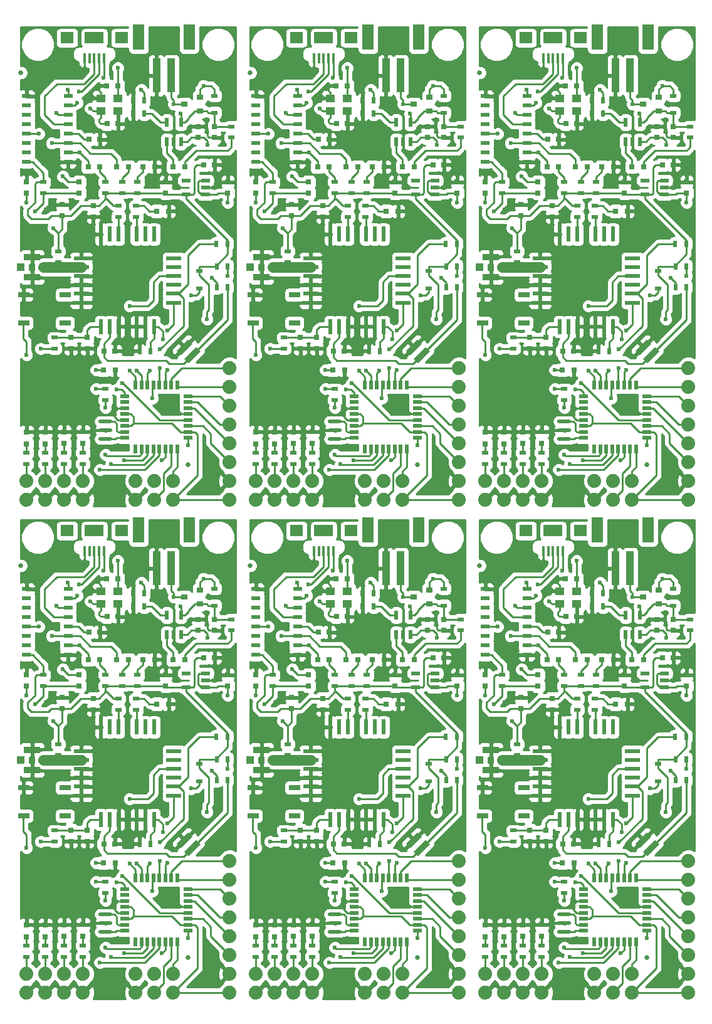
<source format=gtl>
G04 #@! TF.FileFunction,Copper,L1,Top,Signal*
%FSLAX46Y46*%
G04 Gerber Fmt 4.6, Leading zero omitted, Abs format (unit mm)*
G04 Created by KiCad (PCBNEW 4.0.6) date 06/29/17 16:58:46*
%MOMM*%
%LPD*%
G01*
G04 APERTURE LIST*
%ADD10C,0.100000*%
%ADD11R,0.800000X0.800000*%
%ADD12R,0.750000X0.800000*%
%ADD13R,0.900000X0.500000*%
%ADD14R,0.800000X0.750000*%
%ADD15R,1.198880X1.099820*%
%ADD16R,0.398780X1.447800*%
%ADD17R,1.798320X1.498600*%
%ADD18R,2.499360X1.498600*%
%ADD19C,0.635000*%
%ADD20R,1.198880X0.599440*%
%ADD21R,0.500000X0.900000*%
%ADD22R,0.828040X0.629920*%
%ADD23R,0.899160X0.797560*%
%ADD24R,0.998220X4.599940*%
%ADD25R,1.597660X3.398520*%
%ADD26R,1.198880X0.548640*%
%ADD27R,0.548640X1.198880*%
%ADD28O,1.905000X0.449580*%
%ADD29R,1.270000X0.558800*%
%ADD30R,0.558800X1.270000*%
%ADD31C,1.879600*%
%ADD32R,1.998980X0.599440*%
%ADD33R,0.599440X1.998980*%
%ADD34R,1.524000X0.762000*%
%ADD35R,2.199640X0.848360*%
%ADD36R,1.049020X0.998220*%
%ADD37C,0.600000*%
%ADD38C,0.250000*%
%ADD39C,1.397000*%
%ADD40C,0.254000*%
G04 APERTURE END LIST*
D10*
D11*
X152184000Y-118364000D03*
X150584000Y-118364000D03*
X121196000Y-118364000D03*
X119596000Y-118364000D03*
X90208000Y-118364000D03*
X88608000Y-118364000D03*
X152184000Y-51816000D03*
X150584000Y-51816000D03*
X121196000Y-51816000D03*
X119596000Y-51816000D03*
X148336000Y-118364000D03*
X146736000Y-118364000D03*
X117348000Y-118364000D03*
X115748000Y-118364000D03*
X86360000Y-118364000D03*
X84760000Y-118364000D03*
X148336000Y-51816000D03*
X146736000Y-51816000D03*
X117348000Y-51816000D03*
X115748000Y-51816000D03*
D12*
X157226000Y-121908000D03*
X157226000Y-120408000D03*
X126238000Y-121908000D03*
X126238000Y-120408000D03*
X95250000Y-121908000D03*
X95250000Y-120408000D03*
X157226000Y-55360000D03*
X157226000Y-53860000D03*
X126238000Y-55360000D03*
X126238000Y-53860000D03*
D13*
X153416000Y-121908000D03*
X153416000Y-120408000D03*
X122428000Y-121908000D03*
X122428000Y-120408000D03*
X91440000Y-121908000D03*
X91440000Y-120408000D03*
X153416000Y-55360000D03*
X153416000Y-53860000D03*
X122428000Y-55360000D03*
X122428000Y-53860000D03*
X153226000Y-123612000D03*
X153226000Y-125112000D03*
X122238000Y-123612000D03*
X122238000Y-125112000D03*
X91250000Y-123612000D03*
X91250000Y-125112000D03*
X153226000Y-57064000D03*
X153226000Y-58564000D03*
X122238000Y-57064000D03*
X122238000Y-58564000D03*
D11*
X154140000Y-118364000D03*
X155740000Y-118364000D03*
X123152000Y-118364000D03*
X124752000Y-118364000D03*
X92164000Y-118364000D03*
X93764000Y-118364000D03*
X154140000Y-51816000D03*
X155740000Y-51816000D03*
X123152000Y-51816000D03*
X124752000Y-51816000D03*
X156026000Y-124362000D03*
X157626000Y-124362000D03*
X125038000Y-124362000D03*
X126638000Y-124362000D03*
X94050000Y-124362000D03*
X95650000Y-124362000D03*
X156026000Y-57814000D03*
X157626000Y-57814000D03*
X125038000Y-57814000D03*
X126638000Y-57814000D03*
D14*
X146826000Y-114662000D03*
X148326000Y-114662000D03*
X115838000Y-114662000D03*
X117338000Y-114662000D03*
X84850000Y-114662000D03*
X86350000Y-114662000D03*
X146826000Y-48114000D03*
X148326000Y-48114000D03*
X115838000Y-48114000D03*
X117338000Y-48114000D03*
D15*
X150779480Y-109108240D03*
X148432520Y-109108240D03*
X148432520Y-110855760D03*
X150779480Y-110855760D03*
X119791480Y-109108240D03*
X117444520Y-109108240D03*
X117444520Y-110855760D03*
X119791480Y-110855760D03*
X88803480Y-109108240D03*
X86456520Y-109108240D03*
X86456520Y-110855760D03*
X88803480Y-110855760D03*
X150779480Y-42560240D03*
X148432520Y-42560240D03*
X148432520Y-44307760D03*
X150779480Y-44307760D03*
X119791480Y-42560240D03*
X117444520Y-42560240D03*
X117444520Y-44307760D03*
X119791480Y-44307760D03*
D14*
X149276000Y-112562000D03*
X150776000Y-112562000D03*
X118288000Y-112562000D03*
X119788000Y-112562000D03*
X87300000Y-112562000D03*
X88800000Y-112562000D03*
X149276000Y-46014000D03*
X150776000Y-46014000D03*
X118288000Y-46014000D03*
X119788000Y-46014000D03*
D16*
X147574000Y-103687880D03*
X148221700Y-103687880D03*
X146276060Y-103687880D03*
X146926300Y-103687880D03*
D17*
X151257000Y-100965000D03*
X143891000Y-100965000D03*
D18*
X147574000Y-100965000D03*
D16*
X148871940Y-103687880D03*
X116586000Y-103687880D03*
X117233700Y-103687880D03*
X115288060Y-103687880D03*
X115938300Y-103687880D03*
D17*
X120269000Y-100965000D03*
X112903000Y-100965000D03*
D18*
X116586000Y-100965000D03*
D16*
X117883940Y-103687880D03*
X85598000Y-103687880D03*
X86245700Y-103687880D03*
X84300060Y-103687880D03*
X84950300Y-103687880D03*
D17*
X89281000Y-100965000D03*
X81915000Y-100965000D03*
D18*
X85598000Y-100965000D03*
D16*
X86895940Y-103687880D03*
X147574000Y-37139880D03*
X148221700Y-37139880D03*
X146276060Y-37139880D03*
X146926300Y-37139880D03*
D17*
X151257000Y-34417000D03*
X143891000Y-34417000D03*
D18*
X147574000Y-34417000D03*
D16*
X148871940Y-37139880D03*
X116586000Y-37139880D03*
X117233700Y-37139880D03*
X115288060Y-37139880D03*
X115938300Y-37139880D03*
D17*
X120269000Y-34417000D03*
X112903000Y-34417000D03*
D18*
X116586000Y-34417000D03*
D16*
X117883940Y-37139880D03*
D14*
X150726000Y-107442000D03*
X149226000Y-107442000D03*
X119738000Y-107442000D03*
X118238000Y-107442000D03*
X88750000Y-107442000D03*
X87250000Y-107442000D03*
X150726000Y-40894000D03*
X149226000Y-40894000D03*
X119738000Y-40894000D03*
X118238000Y-40894000D03*
D19*
X137668000Y-105664000D03*
X106680000Y-105664000D03*
X75692000Y-105664000D03*
X137668000Y-39116000D03*
X106680000Y-39116000D03*
D20*
X144023080Y-117729000D03*
X144023080Y-116459000D03*
X144023080Y-115189000D03*
X144023080Y-113919000D03*
X144023080Y-112649000D03*
X144023080Y-111379000D03*
X144023080Y-110109000D03*
X144023080Y-108839000D03*
X138424920Y-108839000D03*
X138424920Y-110109000D03*
X138424920Y-111379000D03*
X138424920Y-112649000D03*
X138424920Y-113919000D03*
X138424920Y-115189000D03*
X138424920Y-116459000D03*
X138424920Y-117729000D03*
X113035080Y-117729000D03*
X113035080Y-116459000D03*
X113035080Y-115189000D03*
X113035080Y-113919000D03*
X113035080Y-112649000D03*
X113035080Y-111379000D03*
X113035080Y-110109000D03*
X113035080Y-108839000D03*
X107436920Y-108839000D03*
X107436920Y-110109000D03*
X107436920Y-111379000D03*
X107436920Y-112649000D03*
X107436920Y-113919000D03*
X107436920Y-115189000D03*
X107436920Y-116459000D03*
X107436920Y-117729000D03*
X82047080Y-117729000D03*
X82047080Y-116459000D03*
X82047080Y-115189000D03*
X82047080Y-113919000D03*
X82047080Y-112649000D03*
X82047080Y-111379000D03*
X82047080Y-110109000D03*
X82047080Y-108839000D03*
X76448920Y-108839000D03*
X76448920Y-110109000D03*
X76448920Y-111379000D03*
X76448920Y-112649000D03*
X76448920Y-113919000D03*
X76448920Y-115189000D03*
X76448920Y-116459000D03*
X76448920Y-117729000D03*
X144023080Y-51181000D03*
X144023080Y-49911000D03*
X144023080Y-48641000D03*
X144023080Y-47371000D03*
X144023080Y-46101000D03*
X144023080Y-44831000D03*
X144023080Y-43561000D03*
X144023080Y-42291000D03*
X138424920Y-42291000D03*
X138424920Y-43561000D03*
X138424920Y-44831000D03*
X138424920Y-46101000D03*
X138424920Y-47371000D03*
X138424920Y-48641000D03*
X138424920Y-49911000D03*
X138424920Y-51181000D03*
X113035080Y-51181000D03*
X113035080Y-49911000D03*
X113035080Y-48641000D03*
X113035080Y-47371000D03*
X113035080Y-46101000D03*
X113035080Y-44831000D03*
X113035080Y-43561000D03*
X113035080Y-42291000D03*
X107436920Y-42291000D03*
X107436920Y-43561000D03*
X107436920Y-44831000D03*
X107436920Y-46101000D03*
X107436920Y-47371000D03*
X107436920Y-48641000D03*
X107436920Y-49911000D03*
X107436920Y-51181000D03*
D21*
X154326000Y-109412000D03*
X152826000Y-109412000D03*
X123338000Y-109412000D03*
X121838000Y-109412000D03*
X92350000Y-109412000D03*
X90850000Y-109412000D03*
X154326000Y-42864000D03*
X152826000Y-42864000D03*
X123338000Y-42864000D03*
X121838000Y-42864000D03*
D22*
X163826000Y-111060080D03*
X163826000Y-108763920D03*
X132838000Y-111060080D03*
X132838000Y-108763920D03*
X101850000Y-111060080D03*
X101850000Y-108763920D03*
X163826000Y-44512080D03*
X163826000Y-42215920D03*
X132838000Y-44512080D03*
X132838000Y-42215920D03*
D23*
X161824220Y-110861960D03*
X161824220Y-108962040D03*
X159726180Y-109912000D03*
X130836220Y-110861960D03*
X130836220Y-108962040D03*
X128738180Y-109912000D03*
X99848220Y-110861960D03*
X99848220Y-108962040D03*
X97750180Y-109912000D03*
X161824220Y-44313960D03*
X161824220Y-42414040D03*
X159726180Y-43364000D03*
X130836220Y-44313960D03*
X130836220Y-42414040D03*
X128738180Y-43364000D03*
D24*
X155973780Y-106034840D03*
X157970220Y-106034840D03*
D25*
X153573480Y-100838000D03*
X160370520Y-100838000D03*
D24*
X124985780Y-106034840D03*
X126982220Y-106034840D03*
D25*
X122585480Y-100838000D03*
X129382520Y-100838000D03*
D24*
X93997780Y-106034840D03*
X95994220Y-106034840D03*
D25*
X91597480Y-100838000D03*
X98394520Y-100838000D03*
D24*
X155973780Y-39486840D03*
X157970220Y-39486840D03*
D25*
X153573480Y-34290000D03*
X160370520Y-34290000D03*
D24*
X124985780Y-39486840D03*
X126982220Y-39486840D03*
D25*
X122585480Y-34290000D03*
X129382520Y-34290000D03*
D26*
X162587940Y-122107960D03*
X162587940Y-121158000D03*
X162587940Y-120208040D03*
X159992060Y-120208040D03*
X159992060Y-122107960D03*
X131599940Y-122107960D03*
X131599940Y-121158000D03*
X131599940Y-120208040D03*
X129004060Y-120208040D03*
X129004060Y-122107960D03*
X100611940Y-122107960D03*
X100611940Y-121158000D03*
X100611940Y-120208040D03*
X98016060Y-120208040D03*
X98016060Y-122107960D03*
X162587940Y-55559960D03*
X162587940Y-54610000D03*
X162587940Y-53660040D03*
X159992060Y-53660040D03*
X159992060Y-55559960D03*
X131599940Y-55559960D03*
X131599940Y-54610000D03*
X131599940Y-53660040D03*
X129004060Y-53660040D03*
X129004060Y-55559960D03*
D14*
X162318000Y-118110000D03*
X163818000Y-118110000D03*
X131330000Y-118110000D03*
X132830000Y-118110000D03*
X100342000Y-118110000D03*
X101842000Y-118110000D03*
X162318000Y-51562000D03*
X163818000Y-51562000D03*
X131330000Y-51562000D03*
X132830000Y-51562000D03*
D11*
X159804000Y-118364000D03*
X158204000Y-118364000D03*
X128816000Y-118364000D03*
X127216000Y-118364000D03*
X97828000Y-118364000D03*
X96228000Y-118364000D03*
X159804000Y-51816000D03*
X158204000Y-51816000D03*
X128816000Y-51816000D03*
X127216000Y-51816000D03*
D21*
X154326000Y-111162000D03*
X152826000Y-111162000D03*
X123338000Y-111162000D03*
X121838000Y-111162000D03*
X92350000Y-111162000D03*
X90850000Y-111162000D03*
X154326000Y-44614000D03*
X152826000Y-44614000D03*
X123338000Y-44614000D03*
X121838000Y-44614000D03*
D27*
X157376040Y-114959940D03*
X158326000Y-114959940D03*
X159275960Y-114959940D03*
X159275960Y-112364060D03*
X157376040Y-112364060D03*
X126388040Y-114959940D03*
X127338000Y-114959940D03*
X128287960Y-114959940D03*
X128287960Y-112364060D03*
X126388040Y-112364060D03*
X95400040Y-114959940D03*
X96350000Y-114959940D03*
X97299960Y-114959940D03*
X97299960Y-112364060D03*
X95400040Y-112364060D03*
X157376040Y-48411940D03*
X158326000Y-48411940D03*
X159275960Y-48411940D03*
X159275960Y-45816060D03*
X157376040Y-45816060D03*
X126388040Y-48411940D03*
X127338000Y-48411940D03*
X128287960Y-48411940D03*
X128287960Y-45816060D03*
X126388040Y-45816060D03*
D12*
X161576000Y-114412000D03*
X161576000Y-112912000D03*
X130588000Y-114412000D03*
X130588000Y-112912000D03*
X99600000Y-114412000D03*
X99600000Y-112912000D03*
X161576000Y-47864000D03*
X161576000Y-46364000D03*
X130588000Y-47864000D03*
X130588000Y-46364000D03*
D13*
X166076000Y-112912000D03*
X166076000Y-114412000D03*
X135088000Y-112912000D03*
X135088000Y-114412000D03*
X104100000Y-112912000D03*
X104100000Y-114412000D03*
X166076000Y-46364000D03*
X166076000Y-47864000D03*
X135088000Y-46364000D03*
X135088000Y-47864000D03*
D12*
X163826000Y-112912000D03*
X163826000Y-114412000D03*
X132838000Y-112912000D03*
X132838000Y-114412000D03*
X101850000Y-112912000D03*
X101850000Y-114412000D03*
X163826000Y-46364000D03*
X163826000Y-47864000D03*
X132838000Y-46364000D03*
X132838000Y-47864000D03*
X147426000Y-123612000D03*
X147426000Y-125112000D03*
X116438000Y-123612000D03*
X116438000Y-125112000D03*
X85450000Y-123612000D03*
X85450000Y-125112000D03*
X147426000Y-57064000D03*
X147426000Y-58564000D03*
X116438000Y-57064000D03*
X116438000Y-58564000D03*
D13*
X150826000Y-125112000D03*
X150826000Y-123612000D03*
X119838000Y-125112000D03*
X119838000Y-123612000D03*
X88850000Y-125112000D03*
X88850000Y-123612000D03*
X150826000Y-58564000D03*
X150826000Y-57064000D03*
X119838000Y-58564000D03*
X119838000Y-57064000D03*
X149098000Y-120408000D03*
X149098000Y-121908000D03*
X118110000Y-120408000D03*
X118110000Y-121908000D03*
X87122000Y-120408000D03*
X87122000Y-121908000D03*
X149098000Y-53860000D03*
X149098000Y-55360000D03*
X118110000Y-53860000D03*
X118110000Y-55360000D03*
X151326000Y-121908000D03*
X151326000Y-120408000D03*
X120338000Y-121908000D03*
X120338000Y-120408000D03*
X89350000Y-121908000D03*
X89350000Y-120408000D03*
X151326000Y-55360000D03*
X151326000Y-53860000D03*
X120338000Y-55360000D03*
X120338000Y-53860000D03*
D28*
X149098000Y-152725120D03*
X149098000Y-153924000D03*
X149098000Y-155122880D03*
X118110000Y-152725120D03*
X118110000Y-153924000D03*
X118110000Y-155122880D03*
X87122000Y-152725120D03*
X87122000Y-153924000D03*
X87122000Y-155122880D03*
X149098000Y-86177120D03*
X149098000Y-87376000D03*
X149098000Y-88574880D03*
X118110000Y-86177120D03*
X118110000Y-87376000D03*
X118110000Y-88574880D03*
D19*
X160274000Y-158623000D03*
X129286000Y-158623000D03*
X98298000Y-158623000D03*
X160274000Y-92075000D03*
X129286000Y-92075000D03*
D29*
X151663400Y-149346920D03*
X151663400Y-150147020D03*
X151663400Y-150947120D03*
X151663400Y-151747220D03*
X151663400Y-152544780D03*
X151663400Y-153344880D03*
X151663400Y-154144980D03*
X151663400Y-154945080D03*
D30*
X153156920Y-156438600D03*
X153957020Y-156438600D03*
X154757120Y-156438600D03*
X155557220Y-156438600D03*
X156354780Y-156438600D03*
X157154880Y-156438600D03*
X157954980Y-156438600D03*
X158755080Y-156438600D03*
D29*
X160248600Y-154945080D03*
X160248600Y-154144980D03*
X160248600Y-153344880D03*
X160248600Y-152544780D03*
X160248600Y-151747220D03*
X160248600Y-150947120D03*
X160248600Y-150147020D03*
X160248600Y-149346920D03*
D30*
X158755080Y-147853400D03*
X157954980Y-147853400D03*
X157154880Y-147853400D03*
X156354780Y-147853400D03*
X155557220Y-147853400D03*
X154757120Y-147853400D03*
X153957020Y-147853400D03*
X153156920Y-147853400D03*
D29*
X120675400Y-149346920D03*
X120675400Y-150147020D03*
X120675400Y-150947120D03*
X120675400Y-151747220D03*
X120675400Y-152544780D03*
X120675400Y-153344880D03*
X120675400Y-154144980D03*
X120675400Y-154945080D03*
D30*
X122168920Y-156438600D03*
X122969020Y-156438600D03*
X123769120Y-156438600D03*
X124569220Y-156438600D03*
X125366780Y-156438600D03*
X126166880Y-156438600D03*
X126966980Y-156438600D03*
X127767080Y-156438600D03*
D29*
X129260600Y-154945080D03*
X129260600Y-154144980D03*
X129260600Y-153344880D03*
X129260600Y-152544780D03*
X129260600Y-151747220D03*
X129260600Y-150947120D03*
X129260600Y-150147020D03*
X129260600Y-149346920D03*
D30*
X127767080Y-147853400D03*
X126966980Y-147853400D03*
X126166880Y-147853400D03*
X125366780Y-147853400D03*
X124569220Y-147853400D03*
X123769120Y-147853400D03*
X122969020Y-147853400D03*
X122168920Y-147853400D03*
D29*
X89687400Y-149346920D03*
X89687400Y-150147020D03*
X89687400Y-150947120D03*
X89687400Y-151747220D03*
X89687400Y-152544780D03*
X89687400Y-153344880D03*
X89687400Y-154144980D03*
X89687400Y-154945080D03*
D30*
X91180920Y-156438600D03*
X91981020Y-156438600D03*
X92781120Y-156438600D03*
X93581220Y-156438600D03*
X94378780Y-156438600D03*
X95178880Y-156438600D03*
X95978980Y-156438600D03*
X96779080Y-156438600D03*
D29*
X98272600Y-154945080D03*
X98272600Y-154144980D03*
X98272600Y-153344880D03*
X98272600Y-152544780D03*
X98272600Y-151747220D03*
X98272600Y-150947120D03*
X98272600Y-150147020D03*
X98272600Y-149346920D03*
D30*
X96779080Y-147853400D03*
X95978980Y-147853400D03*
X95178880Y-147853400D03*
X94378780Y-147853400D03*
X93581220Y-147853400D03*
X92781120Y-147853400D03*
X91981020Y-147853400D03*
X91180920Y-147853400D03*
D29*
X151663400Y-82798920D03*
X151663400Y-83599020D03*
X151663400Y-84399120D03*
X151663400Y-85199220D03*
X151663400Y-85996780D03*
X151663400Y-86796880D03*
X151663400Y-87596980D03*
X151663400Y-88397080D03*
D30*
X153156920Y-89890600D03*
X153957020Y-89890600D03*
X154757120Y-89890600D03*
X155557220Y-89890600D03*
X156354780Y-89890600D03*
X157154880Y-89890600D03*
X157954980Y-89890600D03*
X158755080Y-89890600D03*
D29*
X160248600Y-88397080D03*
X160248600Y-87596980D03*
X160248600Y-86796880D03*
X160248600Y-85996780D03*
X160248600Y-85199220D03*
X160248600Y-84399120D03*
X160248600Y-83599020D03*
X160248600Y-82798920D03*
D30*
X158755080Y-81305400D03*
X157954980Y-81305400D03*
X157154880Y-81305400D03*
X156354780Y-81305400D03*
X155557220Y-81305400D03*
X154757120Y-81305400D03*
X153957020Y-81305400D03*
X153156920Y-81305400D03*
D29*
X120675400Y-82798920D03*
X120675400Y-83599020D03*
X120675400Y-84399120D03*
X120675400Y-85199220D03*
X120675400Y-85996780D03*
X120675400Y-86796880D03*
X120675400Y-87596980D03*
X120675400Y-88397080D03*
D30*
X122168920Y-89890600D03*
X122969020Y-89890600D03*
X123769120Y-89890600D03*
X124569220Y-89890600D03*
X125366780Y-89890600D03*
X126166880Y-89890600D03*
X126966980Y-89890600D03*
X127767080Y-89890600D03*
D29*
X129260600Y-88397080D03*
X129260600Y-87596980D03*
X129260600Y-86796880D03*
X129260600Y-85996780D03*
X129260600Y-85199220D03*
X129260600Y-84399120D03*
X129260600Y-83599020D03*
X129260600Y-82798920D03*
D30*
X127767080Y-81305400D03*
X126966980Y-81305400D03*
X126166880Y-81305400D03*
X125366780Y-81305400D03*
X124569220Y-81305400D03*
X123769120Y-81305400D03*
X122969020Y-81305400D03*
X122168920Y-81305400D03*
D31*
X165862000Y-163322000D03*
X165862000Y-160782000D03*
X165862000Y-158242000D03*
X165862000Y-155702000D03*
X134874000Y-163322000D03*
X134874000Y-160782000D03*
X134874000Y-158242000D03*
X134874000Y-155702000D03*
X103886000Y-163322000D03*
X103886000Y-160782000D03*
X103886000Y-158242000D03*
X103886000Y-155702000D03*
X165862000Y-96774000D03*
X165862000Y-94234000D03*
X165862000Y-91694000D03*
X165862000Y-89154000D03*
X134874000Y-96774000D03*
X134874000Y-94234000D03*
X134874000Y-91694000D03*
X134874000Y-89154000D03*
X158242000Y-160782000D03*
X158242000Y-163322000D03*
X155702000Y-160782000D03*
X155702000Y-163322000D03*
X153162000Y-160782000D03*
X153162000Y-163322000D03*
X127254000Y-160782000D03*
X127254000Y-163322000D03*
X124714000Y-160782000D03*
X124714000Y-163322000D03*
X122174000Y-160782000D03*
X122174000Y-163322000D03*
X96266000Y-160782000D03*
X96266000Y-163322000D03*
X93726000Y-160782000D03*
X93726000Y-163322000D03*
X91186000Y-160782000D03*
X91186000Y-163322000D03*
X158242000Y-94234000D03*
X158242000Y-96774000D03*
X155702000Y-94234000D03*
X155702000Y-96774000D03*
X153162000Y-94234000D03*
X153162000Y-96774000D03*
X127254000Y-94234000D03*
X127254000Y-96774000D03*
X124714000Y-94234000D03*
X124714000Y-96774000D03*
X122174000Y-94234000D03*
X122174000Y-96774000D03*
D11*
X146050000Y-155702000D03*
X146050000Y-154102000D03*
X115062000Y-155702000D03*
X115062000Y-154102000D03*
X84074000Y-155702000D03*
X84074000Y-154102000D03*
X146050000Y-89154000D03*
X146050000Y-87554000D03*
X115062000Y-89154000D03*
X115062000Y-87554000D03*
X143510000Y-155740000D03*
X143510000Y-154140000D03*
X112522000Y-155740000D03*
X112522000Y-154140000D03*
X81534000Y-155740000D03*
X81534000Y-154140000D03*
X143510000Y-89192000D03*
X143510000Y-87592000D03*
X112522000Y-89192000D03*
X112522000Y-87592000D03*
X138430000Y-155778000D03*
X138430000Y-154178000D03*
X107442000Y-155778000D03*
X107442000Y-154178000D03*
X76454000Y-155778000D03*
X76454000Y-154178000D03*
X138430000Y-89230000D03*
X138430000Y-87630000D03*
X107442000Y-89230000D03*
X107442000Y-87630000D03*
X140970000Y-155778000D03*
X140970000Y-154178000D03*
X109982000Y-155778000D03*
X109982000Y-154178000D03*
X78994000Y-155778000D03*
X78994000Y-154178000D03*
X140970000Y-89230000D03*
X140970000Y-87630000D03*
X109982000Y-89230000D03*
X109982000Y-87630000D03*
D22*
X161798000Y-132455920D03*
X161798000Y-134752080D03*
X130810000Y-132455920D03*
X130810000Y-134752080D03*
X99822000Y-132455920D03*
X99822000Y-134752080D03*
X161798000Y-65907920D03*
X161798000Y-68204080D03*
X130810000Y-65907920D03*
X130810000Y-68204080D03*
D21*
X164096000Y-134620000D03*
X165596000Y-134620000D03*
X133108000Y-134620000D03*
X134608000Y-134620000D03*
X102120000Y-134620000D03*
X103620000Y-134620000D03*
X164096000Y-68072000D03*
X165596000Y-68072000D03*
X133108000Y-68072000D03*
X134608000Y-68072000D03*
X165596000Y-131826000D03*
X164096000Y-131826000D03*
X134608000Y-131826000D03*
X133108000Y-131826000D03*
X103620000Y-131826000D03*
X102120000Y-131826000D03*
X165596000Y-65278000D03*
X164096000Y-65278000D03*
X134608000Y-65278000D03*
X133108000Y-65278000D03*
D12*
X165608000Y-121908000D03*
X165608000Y-120408000D03*
X134620000Y-121908000D03*
X134620000Y-120408000D03*
X103632000Y-121908000D03*
X103632000Y-120408000D03*
X165608000Y-55360000D03*
X165608000Y-53860000D03*
X134620000Y-55360000D03*
X134620000Y-53860000D03*
D21*
X164084000Y-128778000D03*
X165584000Y-128778000D03*
X133096000Y-128778000D03*
X134596000Y-128778000D03*
X102108000Y-128778000D03*
X103608000Y-128778000D03*
X164084000Y-62230000D03*
X165584000Y-62230000D03*
X133096000Y-62230000D03*
X134596000Y-62230000D03*
D13*
X142226000Y-142912000D03*
X142226000Y-141412000D03*
X111238000Y-142912000D03*
X111238000Y-141412000D03*
X80250000Y-142912000D03*
X80250000Y-141412000D03*
X142226000Y-76364000D03*
X142226000Y-74864000D03*
X111238000Y-76364000D03*
X111238000Y-74864000D03*
D32*
X145808700Y-130705860D03*
X145808700Y-131907280D03*
X145808700Y-133106160D03*
X145808700Y-134305040D03*
X145808700Y-135503920D03*
X145808700Y-136705340D03*
D33*
X148457920Y-139954000D03*
X149659340Y-139954000D03*
X150858220Y-139954000D03*
X153255980Y-139954000D03*
X154454860Y-139954000D03*
X155656280Y-139954000D03*
D32*
X158305500Y-136705340D03*
X158305500Y-135503920D03*
X158305500Y-134305040D03*
X158305500Y-133106160D03*
X158305500Y-131907280D03*
X158305500Y-130705860D03*
D33*
X155656280Y-127457200D03*
X154454860Y-127457200D03*
X153255980Y-127457200D03*
X150858220Y-127457200D03*
X149659340Y-127457200D03*
X148457920Y-127457200D03*
D32*
X114820700Y-130705860D03*
X114820700Y-131907280D03*
X114820700Y-133106160D03*
X114820700Y-134305040D03*
X114820700Y-135503920D03*
X114820700Y-136705340D03*
D33*
X117469920Y-139954000D03*
X118671340Y-139954000D03*
X119870220Y-139954000D03*
X122267980Y-139954000D03*
X123466860Y-139954000D03*
X124668280Y-139954000D03*
D32*
X127317500Y-136705340D03*
X127317500Y-135503920D03*
X127317500Y-134305040D03*
X127317500Y-133106160D03*
X127317500Y-131907280D03*
X127317500Y-130705860D03*
D33*
X124668280Y-127457200D03*
X123466860Y-127457200D03*
X122267980Y-127457200D03*
X119870220Y-127457200D03*
X118671340Y-127457200D03*
X117469920Y-127457200D03*
D32*
X83832700Y-130705860D03*
X83832700Y-131907280D03*
X83832700Y-133106160D03*
X83832700Y-134305040D03*
X83832700Y-135503920D03*
X83832700Y-136705340D03*
D33*
X86481920Y-139954000D03*
X87683340Y-139954000D03*
X88882220Y-139954000D03*
X91279980Y-139954000D03*
X92478860Y-139954000D03*
X93680280Y-139954000D03*
D32*
X96329500Y-136705340D03*
X96329500Y-135503920D03*
X96329500Y-134305040D03*
X96329500Y-133106160D03*
X96329500Y-131907280D03*
X96329500Y-130705860D03*
D33*
X93680280Y-127457200D03*
X92478860Y-127457200D03*
X91279980Y-127457200D03*
X88882220Y-127457200D03*
X87683340Y-127457200D03*
X86481920Y-127457200D03*
D32*
X145808700Y-64157860D03*
X145808700Y-65359280D03*
X145808700Y-66558160D03*
X145808700Y-67757040D03*
X145808700Y-68955920D03*
X145808700Y-70157340D03*
D33*
X148457920Y-73406000D03*
X149659340Y-73406000D03*
X150858220Y-73406000D03*
X153255980Y-73406000D03*
X154454860Y-73406000D03*
X155656280Y-73406000D03*
D32*
X158305500Y-70157340D03*
X158305500Y-68955920D03*
X158305500Y-67757040D03*
X158305500Y-66558160D03*
X158305500Y-65359280D03*
X158305500Y-64157860D03*
D33*
X155656280Y-60909200D03*
X154454860Y-60909200D03*
X153255980Y-60909200D03*
X150858220Y-60909200D03*
X149659340Y-60909200D03*
X148457920Y-60909200D03*
D32*
X114820700Y-64157860D03*
X114820700Y-65359280D03*
X114820700Y-66558160D03*
X114820700Y-67757040D03*
X114820700Y-68955920D03*
X114820700Y-70157340D03*
D33*
X117469920Y-73406000D03*
X118671340Y-73406000D03*
X119870220Y-73406000D03*
X122267980Y-73406000D03*
X123466860Y-73406000D03*
X124668280Y-73406000D03*
D32*
X127317500Y-70157340D03*
X127317500Y-68955920D03*
X127317500Y-67757040D03*
X127317500Y-66558160D03*
X127317500Y-65359280D03*
X127317500Y-64157860D03*
D33*
X124668280Y-60909200D03*
X123466860Y-60909200D03*
X122267980Y-60909200D03*
X119870220Y-60909200D03*
X118671340Y-60909200D03*
X117469920Y-60909200D03*
D12*
X146626000Y-141412000D03*
X146626000Y-142912000D03*
X115638000Y-141412000D03*
X115638000Y-142912000D03*
X84650000Y-141412000D03*
X84650000Y-142912000D03*
X146626000Y-74864000D03*
X146626000Y-76364000D03*
X115638000Y-74864000D03*
X115638000Y-76364000D03*
D21*
X155182000Y-143256000D03*
X153682000Y-143256000D03*
X124194000Y-143256000D03*
X122694000Y-143256000D03*
X93206000Y-143256000D03*
X91706000Y-143256000D03*
X155182000Y-76708000D03*
X153682000Y-76708000D03*
X124194000Y-76708000D03*
X122694000Y-76708000D03*
D12*
X144426000Y-141412000D03*
X144426000Y-142912000D03*
X113438000Y-141412000D03*
X113438000Y-142912000D03*
X82450000Y-141412000D03*
X82450000Y-142912000D03*
X144426000Y-74864000D03*
X144426000Y-76364000D03*
X113438000Y-74864000D03*
X113438000Y-76364000D03*
D34*
X138032000Y-135657000D03*
X143620000Y-135657000D03*
X138032000Y-139467000D03*
X143620000Y-139467000D03*
X107044000Y-135657000D03*
X112632000Y-135657000D03*
X107044000Y-139467000D03*
X112632000Y-139467000D03*
X76056000Y-135657000D03*
X81644000Y-135657000D03*
X76056000Y-139467000D03*
X81644000Y-139467000D03*
X138032000Y-69109000D03*
X143620000Y-69109000D03*
X138032000Y-72919000D03*
X143620000Y-72919000D03*
X107044000Y-69109000D03*
X112632000Y-69109000D03*
X107044000Y-72919000D03*
X112632000Y-72919000D03*
D13*
X142676000Y-131262000D03*
X142676000Y-129762000D03*
X111688000Y-131262000D03*
X111688000Y-129762000D03*
X80700000Y-131262000D03*
X80700000Y-129762000D03*
X142676000Y-64714000D03*
X142676000Y-63214000D03*
X111688000Y-64714000D03*
X111688000Y-63214000D03*
D31*
X138430000Y-163322000D03*
X138430000Y-160782000D03*
X140970000Y-163322000D03*
X140970000Y-160782000D03*
X143510000Y-163322000D03*
X143510000Y-160782000D03*
X146050000Y-163322000D03*
X146050000Y-160782000D03*
X107442000Y-163322000D03*
X107442000Y-160782000D03*
X109982000Y-163322000D03*
X109982000Y-160782000D03*
X112522000Y-163322000D03*
X112522000Y-160782000D03*
X115062000Y-163322000D03*
X115062000Y-160782000D03*
X76454000Y-163322000D03*
X76454000Y-160782000D03*
X78994000Y-163322000D03*
X78994000Y-160782000D03*
X81534000Y-163322000D03*
X81534000Y-160782000D03*
X84074000Y-163322000D03*
X84074000Y-160782000D03*
X138430000Y-96774000D03*
X138430000Y-94234000D03*
X140970000Y-96774000D03*
X140970000Y-94234000D03*
X143510000Y-96774000D03*
X143510000Y-94234000D03*
X146050000Y-96774000D03*
X146050000Y-94234000D03*
X107442000Y-96774000D03*
X107442000Y-94234000D03*
X109982000Y-96774000D03*
X109982000Y-94234000D03*
X112522000Y-96774000D03*
X112522000Y-94234000D03*
X115062000Y-96774000D03*
X115062000Y-94234000D03*
D13*
X140970000Y-158496000D03*
X140970000Y-156996000D03*
X109982000Y-158496000D03*
X109982000Y-156996000D03*
X78994000Y-158496000D03*
X78994000Y-156996000D03*
X140970000Y-91948000D03*
X140970000Y-90448000D03*
X109982000Y-91948000D03*
X109982000Y-90448000D03*
X143510000Y-158472000D03*
X143510000Y-156972000D03*
X112522000Y-158472000D03*
X112522000Y-156972000D03*
X81534000Y-158472000D03*
X81534000Y-156972000D03*
X143510000Y-91924000D03*
X143510000Y-90424000D03*
X112522000Y-91924000D03*
X112522000Y-90424000D03*
X138430000Y-158484000D03*
X138430000Y-156984000D03*
X107442000Y-158484000D03*
X107442000Y-156984000D03*
X76454000Y-158484000D03*
X76454000Y-156984000D03*
X138430000Y-91936000D03*
X138430000Y-90436000D03*
X107442000Y-91936000D03*
X107442000Y-90436000D03*
X146050000Y-158484000D03*
X146050000Y-156984000D03*
X115062000Y-158484000D03*
X115062000Y-156984000D03*
X84074000Y-158484000D03*
X84074000Y-156984000D03*
X146050000Y-91936000D03*
X146050000Y-90436000D03*
X115062000Y-91936000D03*
X115062000Y-90436000D03*
D12*
X143256000Y-124956000D03*
X143256000Y-123456000D03*
X112268000Y-124956000D03*
X112268000Y-123456000D03*
X81280000Y-124956000D03*
X81280000Y-123456000D03*
X143256000Y-58408000D03*
X143256000Y-56908000D03*
X112268000Y-58408000D03*
X112268000Y-56908000D03*
D35*
X139176000Y-130537860D03*
X139176000Y-133286140D03*
D36*
X140700000Y-131912000D03*
X137652000Y-131912000D03*
D35*
X108188000Y-130537860D03*
X108188000Y-133286140D03*
D36*
X109712000Y-131912000D03*
X106664000Y-131912000D03*
D35*
X77200000Y-130537860D03*
X77200000Y-133286140D03*
D36*
X78724000Y-131912000D03*
X75676000Y-131912000D03*
D35*
X139176000Y-63989860D03*
X139176000Y-66738140D03*
D36*
X140700000Y-65364000D03*
X137652000Y-65364000D03*
D35*
X108188000Y-63989860D03*
X108188000Y-66738140D03*
D36*
X109712000Y-65364000D03*
X106664000Y-65364000D03*
D12*
X138430000Y-121908000D03*
X138430000Y-120408000D03*
X107442000Y-121908000D03*
X107442000Y-120408000D03*
X76454000Y-121908000D03*
X76454000Y-120408000D03*
X138430000Y-55360000D03*
X138430000Y-53860000D03*
X107442000Y-55360000D03*
X107442000Y-53860000D03*
D13*
X140716000Y-120408000D03*
X140716000Y-121908000D03*
X109728000Y-120408000D03*
X109728000Y-121908000D03*
X78740000Y-120408000D03*
X78740000Y-121908000D03*
X140716000Y-53860000D03*
X140716000Y-55360000D03*
X109728000Y-53860000D03*
X109728000Y-55360000D03*
D12*
X145542000Y-121908000D03*
X145542000Y-120408000D03*
X114554000Y-121908000D03*
X114554000Y-120408000D03*
X83566000Y-121908000D03*
X83566000Y-120408000D03*
X145542000Y-55360000D03*
X145542000Y-53860000D03*
X114554000Y-55360000D03*
X114554000Y-53860000D03*
D14*
X148868000Y-143256000D03*
X150368000Y-143256000D03*
X117880000Y-143256000D03*
X119380000Y-143256000D03*
X86892000Y-143256000D03*
X88392000Y-143256000D03*
X148868000Y-76708000D03*
X150368000Y-76708000D03*
X117880000Y-76708000D03*
X119380000Y-76708000D03*
D11*
X148806000Y-145796000D03*
X150406000Y-145796000D03*
X117818000Y-145796000D03*
X119418000Y-145796000D03*
X86830000Y-145796000D03*
X88430000Y-145796000D03*
X148806000Y-79248000D03*
X150406000Y-79248000D03*
X117818000Y-79248000D03*
X119418000Y-79248000D03*
D13*
X149098000Y-148348000D03*
X149098000Y-149848000D03*
X118110000Y-148348000D03*
X118110000Y-149848000D03*
X87122000Y-148348000D03*
X87122000Y-149848000D03*
X149098000Y-81800000D03*
X149098000Y-83300000D03*
X118110000Y-81800000D03*
X118110000Y-83300000D03*
D31*
X165862000Y-153162000D03*
X165862000Y-150622000D03*
X165862000Y-148082000D03*
X165862000Y-145542000D03*
X134874000Y-153162000D03*
X134874000Y-150622000D03*
X134874000Y-148082000D03*
X134874000Y-145542000D03*
X103886000Y-153162000D03*
X103886000Y-150622000D03*
X103886000Y-148082000D03*
X103886000Y-145542000D03*
X165862000Y-86614000D03*
X165862000Y-84074000D03*
X165862000Y-81534000D03*
X165862000Y-78994000D03*
X134874000Y-86614000D03*
X134874000Y-84074000D03*
X134874000Y-81534000D03*
X134874000Y-78994000D03*
D10*
G36*
X160333093Y-144869158D02*
X159733212Y-144269277D01*
X161322717Y-142679772D01*
X161922598Y-143279653D01*
X160333093Y-144869158D01*
X160333093Y-144869158D01*
G37*
G36*
X159273423Y-143809488D02*
X158673542Y-143209607D01*
X160263047Y-141620102D01*
X160862928Y-142219983D01*
X159273423Y-143809488D01*
X159273423Y-143809488D01*
G37*
G36*
X129345093Y-144869158D02*
X128745212Y-144269277D01*
X130334717Y-142679772D01*
X130934598Y-143279653D01*
X129345093Y-144869158D01*
X129345093Y-144869158D01*
G37*
G36*
X128285423Y-143809488D02*
X127685542Y-143209607D01*
X129275047Y-141620102D01*
X129874928Y-142219983D01*
X128285423Y-143809488D01*
X128285423Y-143809488D01*
G37*
G36*
X98357093Y-144869158D02*
X97757212Y-144269277D01*
X99346717Y-142679772D01*
X99946598Y-143279653D01*
X98357093Y-144869158D01*
X98357093Y-144869158D01*
G37*
G36*
X97297423Y-143809488D02*
X96697542Y-143209607D01*
X98287047Y-141620102D01*
X98886928Y-142219983D01*
X97297423Y-143809488D01*
X97297423Y-143809488D01*
G37*
G36*
X160333093Y-78321158D02*
X159733212Y-77721277D01*
X161322717Y-76131772D01*
X161922598Y-76731653D01*
X160333093Y-78321158D01*
X160333093Y-78321158D01*
G37*
G36*
X159273423Y-77261488D02*
X158673542Y-76661607D01*
X160263047Y-75072102D01*
X160862928Y-75671983D01*
X159273423Y-77261488D01*
X159273423Y-77261488D01*
G37*
G36*
X129345093Y-78321158D02*
X128745212Y-77721277D01*
X130334717Y-76131772D01*
X130934598Y-76731653D01*
X129345093Y-78321158D01*
X129345093Y-78321158D01*
G37*
G36*
X128285423Y-77261488D02*
X127685542Y-76661607D01*
X129275047Y-75072102D01*
X129874928Y-75671983D01*
X128285423Y-77261488D01*
X128285423Y-77261488D01*
G37*
D31*
X76454000Y-96774000D03*
X76454000Y-94234000D03*
X78994000Y-96774000D03*
X78994000Y-94234000D03*
X81534000Y-96774000D03*
X81534000Y-94234000D03*
X84074000Y-96774000D03*
X84074000Y-94234000D03*
X96266000Y-94234000D03*
X96266000Y-96774000D03*
X93726000Y-94234000D03*
X93726000Y-96774000D03*
X91186000Y-94234000D03*
X91186000Y-96774000D03*
X103886000Y-96774000D03*
X103886000Y-94234000D03*
X103886000Y-91694000D03*
X103886000Y-89154000D03*
X103886000Y-86614000D03*
X103886000Y-84074000D03*
X103886000Y-81534000D03*
X103886000Y-78994000D03*
D22*
X101850000Y-44512080D03*
X101850000Y-42215920D03*
D23*
X99848220Y-44313960D03*
X99848220Y-42414040D03*
X97750180Y-43364000D03*
D21*
X92350000Y-42864000D03*
X90850000Y-42864000D03*
X92350000Y-44614000D03*
X90850000Y-44614000D03*
D15*
X88803480Y-42560240D03*
X86456520Y-42560240D03*
X86456520Y-44307760D03*
X88803480Y-44307760D03*
D14*
X87300000Y-46014000D03*
X88800000Y-46014000D03*
X88750000Y-40894000D03*
X87250000Y-40894000D03*
D13*
X89350000Y-55360000D03*
X89350000Y-53860000D03*
D14*
X84850000Y-48114000D03*
X86350000Y-48114000D03*
D12*
X99600000Y-47864000D03*
X99600000Y-46364000D03*
X101850000Y-46364000D03*
X101850000Y-47864000D03*
D27*
X95400040Y-48411940D03*
X96350000Y-48411940D03*
X97299960Y-48411940D03*
X97299960Y-45816060D03*
X95400040Y-45816060D03*
D13*
X104100000Y-46364000D03*
X104100000Y-47864000D03*
D11*
X97828000Y-51816000D03*
X96228000Y-51816000D03*
X94050000Y-57814000D03*
X95650000Y-57814000D03*
D12*
X95250000Y-55360000D03*
X95250000Y-53860000D03*
D11*
X92164000Y-51816000D03*
X93764000Y-51816000D03*
D13*
X91250000Y-57064000D03*
X91250000Y-58564000D03*
X91440000Y-55360000D03*
X91440000Y-53860000D03*
X80700000Y-64714000D03*
X80700000Y-63214000D03*
D12*
X85450000Y-57064000D03*
X85450000Y-58564000D03*
D13*
X88850000Y-58564000D03*
X88850000Y-57064000D03*
D12*
X81280000Y-58408000D03*
X81280000Y-56908000D03*
D11*
X86360000Y-51816000D03*
X84760000Y-51816000D03*
D12*
X83566000Y-55360000D03*
X83566000Y-53860000D03*
D11*
X90208000Y-51816000D03*
X88608000Y-51816000D03*
D13*
X87122000Y-53860000D03*
X87122000Y-55360000D03*
D34*
X76056000Y-69109000D03*
X81644000Y-69109000D03*
X76056000Y-72919000D03*
X81644000Y-72919000D03*
D24*
X93997780Y-39486840D03*
X95994220Y-39486840D03*
D25*
X91597480Y-34290000D03*
X98394520Y-34290000D03*
D19*
X75692000Y-39116000D03*
D32*
X83832700Y-64157860D03*
X83832700Y-65359280D03*
X83832700Y-66558160D03*
X83832700Y-67757040D03*
X83832700Y-68955920D03*
X83832700Y-70157340D03*
D33*
X86481920Y-73406000D03*
X87683340Y-73406000D03*
X88882220Y-73406000D03*
X91279980Y-73406000D03*
X92478860Y-73406000D03*
X93680280Y-73406000D03*
D32*
X96329500Y-70157340D03*
X96329500Y-68955920D03*
X96329500Y-67757040D03*
X96329500Y-66558160D03*
X96329500Y-65359280D03*
X96329500Y-64157860D03*
D33*
X93680280Y-60909200D03*
X92478860Y-60909200D03*
X91279980Y-60909200D03*
X88882220Y-60909200D03*
X87683340Y-60909200D03*
X86481920Y-60909200D03*
D21*
X102108000Y-62230000D03*
X103608000Y-62230000D03*
X103620000Y-65278000D03*
X102120000Y-65278000D03*
X102120000Y-68072000D03*
X103620000Y-68072000D03*
D14*
X100342000Y-51562000D03*
X101842000Y-51562000D03*
X86892000Y-76708000D03*
X88392000Y-76708000D03*
D12*
X76454000Y-55360000D03*
X76454000Y-53860000D03*
X82450000Y-74864000D03*
X82450000Y-76364000D03*
X84650000Y-74864000D03*
X84650000Y-76364000D03*
D28*
X87122000Y-86177120D03*
X87122000Y-87376000D03*
X87122000Y-88574880D03*
D13*
X78994000Y-91948000D03*
X78994000Y-90448000D03*
X84074000Y-91936000D03*
X84074000Y-90436000D03*
X87122000Y-81800000D03*
X87122000Y-83300000D03*
D20*
X82047080Y-51181000D03*
X82047080Y-49911000D03*
X82047080Y-48641000D03*
X82047080Y-47371000D03*
X82047080Y-46101000D03*
X82047080Y-44831000D03*
X82047080Y-43561000D03*
X82047080Y-42291000D03*
X76448920Y-42291000D03*
X76448920Y-43561000D03*
X76448920Y-44831000D03*
X76448920Y-46101000D03*
X76448920Y-47371000D03*
X76448920Y-48641000D03*
X76448920Y-49911000D03*
X76448920Y-51181000D03*
D29*
X89687400Y-82798920D03*
X89687400Y-83599020D03*
X89687400Y-84399120D03*
X89687400Y-85199220D03*
X89687400Y-85996780D03*
X89687400Y-86796880D03*
X89687400Y-87596980D03*
X89687400Y-88397080D03*
D30*
X91180920Y-89890600D03*
X91981020Y-89890600D03*
X92781120Y-89890600D03*
X93581220Y-89890600D03*
X94378780Y-89890600D03*
X95178880Y-89890600D03*
X95978980Y-89890600D03*
X96779080Y-89890600D03*
D29*
X98272600Y-88397080D03*
X98272600Y-87596980D03*
X98272600Y-86796880D03*
X98272600Y-85996780D03*
X98272600Y-85199220D03*
X98272600Y-84399120D03*
X98272600Y-83599020D03*
X98272600Y-82798920D03*
D30*
X96779080Y-81305400D03*
X95978980Y-81305400D03*
X95178880Y-81305400D03*
X94378780Y-81305400D03*
X93581220Y-81305400D03*
X92781120Y-81305400D03*
X91981020Y-81305400D03*
X91180920Y-81305400D03*
D10*
G36*
X98357093Y-78321158D02*
X97757212Y-77721277D01*
X99346717Y-76131772D01*
X99946598Y-76731653D01*
X98357093Y-78321158D01*
X98357093Y-78321158D01*
G37*
G36*
X97297423Y-77261488D02*
X96697542Y-76661607D01*
X98287047Y-75072102D01*
X98886928Y-75671983D01*
X97297423Y-77261488D01*
X97297423Y-77261488D01*
G37*
D22*
X99822000Y-65907920D03*
X99822000Y-68204080D03*
D11*
X76454000Y-89230000D03*
X76454000Y-87630000D03*
X78994000Y-89230000D03*
X78994000Y-87630000D03*
X81534000Y-89192000D03*
X81534000Y-87592000D03*
X84074000Y-89154000D03*
X84074000Y-87554000D03*
X86830000Y-79248000D03*
X88430000Y-79248000D03*
D13*
X80250000Y-76364000D03*
X80250000Y-74864000D03*
D35*
X77200000Y-63989860D03*
X77200000Y-66738140D03*
D36*
X78724000Y-65364000D03*
X75676000Y-65364000D03*
D16*
X85598000Y-37139880D03*
X86245700Y-37139880D03*
X84300060Y-37139880D03*
X84950300Y-37139880D03*
D17*
X89281000Y-34417000D03*
X81915000Y-34417000D03*
D18*
X85598000Y-34417000D03*
D16*
X86895940Y-37139880D03*
D19*
X98298000Y-92075000D03*
D13*
X78740000Y-53860000D03*
X78740000Y-55360000D03*
D21*
X93206000Y-76708000D03*
X91706000Y-76708000D03*
D13*
X76454000Y-91936000D03*
X76454000Y-90436000D03*
X81534000Y-91924000D03*
X81534000Y-90424000D03*
D12*
X103632000Y-55360000D03*
X103632000Y-53860000D03*
D26*
X100611940Y-55559960D03*
X100611940Y-54610000D03*
X100611940Y-53660040D03*
X98016060Y-53660040D03*
X98016060Y-55559960D03*
D37*
X157988000Y-126492000D03*
X127000000Y-126492000D03*
X96012000Y-126492000D03*
X157988000Y-59944000D03*
X127000000Y-59944000D03*
X161290000Y-140716000D03*
X130302000Y-140716000D03*
X99314000Y-140716000D03*
X161290000Y-74168000D03*
X130302000Y-74168000D03*
X158242000Y-149860000D03*
X127254000Y-149860000D03*
X96266000Y-149860000D03*
X158242000Y-83312000D03*
X127254000Y-83312000D03*
X144018000Y-128016000D03*
X113030000Y-128016000D03*
X82042000Y-128016000D03*
X144018000Y-61468000D03*
X113030000Y-61468000D03*
X141026000Y-124162000D03*
X110038000Y-124162000D03*
X79050000Y-124162000D03*
X141026000Y-57614000D03*
X110038000Y-57614000D03*
X146826000Y-112162000D03*
X115838000Y-112162000D03*
X84850000Y-112162000D03*
X146826000Y-45614000D03*
X115838000Y-45614000D03*
X147320000Y-120142000D03*
X116332000Y-120142000D03*
X85344000Y-120142000D03*
X147320000Y-53594000D03*
X116332000Y-53594000D03*
X138576000Y-118912000D03*
X107588000Y-118912000D03*
X76600000Y-118912000D03*
X138576000Y-52364000D03*
X107588000Y-52364000D03*
X153416000Y-105156000D03*
X122428000Y-105156000D03*
X91440000Y-105156000D03*
X153416000Y-38608000D03*
X122428000Y-38608000D03*
X152026000Y-112162000D03*
X121038000Y-112162000D03*
X90050000Y-112162000D03*
X152026000Y-45614000D03*
X121038000Y-45614000D03*
X164338000Y-120396000D03*
X133350000Y-120396000D03*
X102362000Y-120396000D03*
X164338000Y-53848000D03*
X133350000Y-53848000D03*
X155426000Y-120362000D03*
X124438000Y-120362000D03*
X93450000Y-120362000D03*
X155426000Y-53814000D03*
X124438000Y-53814000D03*
X91440000Y-38608000D03*
X82042000Y-61468000D03*
X96012000Y-59944000D03*
X102362000Y-53848000D03*
X85344000Y-53594000D03*
X84850000Y-45614000D03*
X90050000Y-45614000D03*
X93450000Y-53814000D03*
X79050000Y-57614000D03*
X76600000Y-52364000D03*
X99314000Y-74168000D03*
X96266000Y-83312000D03*
X147066000Y-110490000D03*
X116078000Y-110490000D03*
X85090000Y-110490000D03*
X147066000Y-43942000D03*
X116078000Y-43942000D03*
X145288000Y-109728000D03*
X114300000Y-109728000D03*
X83312000Y-109728000D03*
X145288000Y-43180000D03*
X114300000Y-43180000D03*
X85090000Y-43942000D03*
X83312000Y-43180000D03*
X160626000Y-135762000D03*
X129638000Y-135762000D03*
X98650000Y-135762000D03*
X160626000Y-69214000D03*
X129638000Y-69214000D03*
X163426000Y-133362000D03*
X132438000Y-133362000D03*
X101450000Y-133362000D03*
X163426000Y-66814000D03*
X132438000Y-66814000D03*
X98650000Y-69214000D03*
X101450000Y-66814000D03*
X144018000Y-107950000D03*
X113030000Y-107950000D03*
X82042000Y-107950000D03*
X144018000Y-41402000D03*
X113030000Y-41402000D03*
X150749000Y-105029000D03*
X119761000Y-105029000D03*
X88773000Y-105029000D03*
X150749000Y-38481000D03*
X119761000Y-38481000D03*
X88773000Y-38481000D03*
X82042000Y-41402000D03*
X162814000Y-138938000D03*
X131826000Y-138938000D03*
X100838000Y-138938000D03*
X162814000Y-72390000D03*
X131826000Y-72390000D03*
X142026000Y-126662000D03*
X111038000Y-126662000D03*
X80050000Y-126662000D03*
X142026000Y-60114000D03*
X111038000Y-60114000D03*
X140326000Y-142912000D03*
X109338000Y-142912000D03*
X78350000Y-142912000D03*
X140326000Y-76364000D03*
X109338000Y-76364000D03*
X78350000Y-76364000D03*
X80050000Y-60114000D03*
X100838000Y-72390000D03*
X155448000Y-149606000D03*
X124460000Y-149606000D03*
X93472000Y-149606000D03*
X155448000Y-83058000D03*
X124460000Y-83058000D03*
X139576000Y-124412000D03*
X108588000Y-124412000D03*
X77600000Y-124412000D03*
X139576000Y-57864000D03*
X108588000Y-57864000D03*
X138430000Y-143764000D03*
X107442000Y-143764000D03*
X76454000Y-143764000D03*
X138430000Y-77216000D03*
X107442000Y-77216000D03*
X77600000Y-57864000D03*
X76454000Y-77216000D03*
X93472000Y-83058000D03*
X140076000Y-113912000D03*
X109088000Y-113912000D03*
X78100000Y-113912000D03*
X140076000Y-47364000D03*
X109088000Y-47364000D03*
X143326000Y-119662000D03*
X112338000Y-119662000D03*
X81350000Y-119662000D03*
X143326000Y-53114000D03*
X112338000Y-53114000D03*
X78100000Y-47364000D03*
X81350000Y-53114000D03*
X151384000Y-147574000D03*
X120396000Y-147574000D03*
X89408000Y-147574000D03*
X151384000Y-81026000D03*
X120396000Y-81026000D03*
X138430000Y-123190000D03*
X107442000Y-123190000D03*
X76454000Y-123190000D03*
X138430000Y-56642000D03*
X107442000Y-56642000D03*
X76454000Y-56642000D03*
X89408000Y-81026000D03*
X153326000Y-145912000D03*
X122338000Y-145912000D03*
X91350000Y-145912000D03*
X153326000Y-79364000D03*
X122338000Y-79364000D03*
X141826000Y-115162000D03*
X110838000Y-115162000D03*
X79850000Y-115162000D03*
X141826000Y-48614000D03*
X110838000Y-48614000D03*
X79850000Y-48614000D03*
X91350000Y-79364000D03*
X148826000Y-106362000D03*
X117838000Y-106362000D03*
X86850000Y-106362000D03*
X148826000Y-39814000D03*
X117838000Y-39814000D03*
X153924000Y-107950000D03*
X122936000Y-107950000D03*
X91948000Y-107950000D03*
X153924000Y-41402000D03*
X122936000Y-41402000D03*
X159226000Y-111162000D03*
X128238000Y-111162000D03*
X97250000Y-111162000D03*
X159226000Y-44614000D03*
X128238000Y-44614000D03*
X91948000Y-41402000D03*
X97250000Y-44614000D03*
X86850000Y-39814000D03*
X160274000Y-155956000D03*
X129286000Y-155956000D03*
X98298000Y-155956000D03*
X160274000Y-89408000D03*
X129286000Y-89408000D03*
X98298000Y-89408000D03*
X151638000Y-157988000D03*
X120650000Y-157988000D03*
X89662000Y-157988000D03*
X151638000Y-91440000D03*
X120650000Y-91440000D03*
X89662000Y-91440000D03*
X149860000Y-158496000D03*
X118872000Y-158496000D03*
X87884000Y-158496000D03*
X149860000Y-91948000D03*
X118872000Y-91948000D03*
X87884000Y-91948000D03*
X148336000Y-159258000D03*
X117348000Y-159258000D03*
X86360000Y-159258000D03*
X148336000Y-92710000D03*
X117348000Y-92710000D03*
X86360000Y-92710000D03*
X156718000Y-157988000D03*
X125730000Y-157988000D03*
X94742000Y-157988000D03*
X156718000Y-91440000D03*
X125730000Y-91440000D03*
X94742000Y-91440000D03*
X150576000Y-148412000D03*
X119588000Y-148412000D03*
X88600000Y-148412000D03*
X150576000Y-81864000D03*
X119588000Y-81864000D03*
X156826000Y-141662000D03*
X125838000Y-141662000D03*
X94850000Y-141662000D03*
X156826000Y-75114000D03*
X125838000Y-75114000D03*
X94850000Y-75114000D03*
X88600000Y-81864000D03*
X156464000Y-143002000D03*
X125476000Y-143002000D03*
X94488000Y-143002000D03*
X156464000Y-76454000D03*
X125476000Y-76454000D03*
X156464000Y-145542000D03*
X125476000Y-145542000D03*
X94488000Y-145542000D03*
X156464000Y-78994000D03*
X125476000Y-78994000D03*
X94488000Y-76454000D03*
X94488000Y-78994000D03*
X165608000Y-133096000D03*
X134620000Y-133096000D03*
X103632000Y-133096000D03*
X165608000Y-66548000D03*
X134620000Y-66548000D03*
X157480000Y-140462000D03*
X126492000Y-140462000D03*
X95504000Y-140462000D03*
X157480000Y-73914000D03*
X126492000Y-73914000D03*
X157480000Y-145796000D03*
X126492000Y-145796000D03*
X95504000Y-145796000D03*
X157480000Y-79248000D03*
X126492000Y-79248000D03*
X103632000Y-66548000D03*
X95504000Y-73914000D03*
X95504000Y-79248000D03*
X149098000Y-157226000D03*
X118110000Y-157226000D03*
X87122000Y-157226000D03*
X149098000Y-90678000D03*
X118110000Y-90678000D03*
X149098000Y-150876000D03*
X118110000Y-150876000D03*
X87122000Y-150876000D03*
X149098000Y-84328000D03*
X118110000Y-84328000D03*
X87122000Y-84328000D03*
X87122000Y-90678000D03*
X152326000Y-145912000D03*
X121338000Y-145912000D03*
X90350000Y-145912000D03*
X152326000Y-79364000D03*
X121338000Y-79364000D03*
X152326000Y-137162000D03*
X121338000Y-137162000D03*
X90350000Y-137162000D03*
X152326000Y-70614000D03*
X121338000Y-70614000D03*
X90350000Y-70614000D03*
X90350000Y-79364000D03*
X155076000Y-145912000D03*
X124088000Y-145912000D03*
X93100000Y-145912000D03*
X155076000Y-79364000D03*
X124088000Y-79364000D03*
X145576000Y-116412000D03*
X114588000Y-116412000D03*
X83600000Y-116412000D03*
X145576000Y-49864000D03*
X114588000Y-49864000D03*
X83600000Y-49864000D03*
X93100000Y-79364000D03*
X147828000Y-145796000D03*
X116840000Y-145796000D03*
X85852000Y-145796000D03*
X147828000Y-79248000D03*
X116840000Y-79248000D03*
X147828000Y-148336000D03*
X116840000Y-148336000D03*
X85852000Y-148336000D03*
X147828000Y-81788000D03*
X116840000Y-81788000D03*
X85852000Y-79248000D03*
X85852000Y-81788000D03*
X165608000Y-123190000D03*
X134620000Y-123190000D03*
X103632000Y-123190000D03*
X165608000Y-56642000D03*
X134620000Y-56642000D03*
X162326000Y-107412000D03*
X131338000Y-107412000D03*
X100350000Y-107412000D03*
X162326000Y-40864000D03*
X131338000Y-40864000D03*
X103632000Y-56642000D03*
X100350000Y-40864000D03*
X142428800Y-111062000D03*
X111440800Y-111062000D03*
X80452800Y-111062000D03*
X142428800Y-44514000D03*
X111440800Y-44514000D03*
X145542000Y-108204000D03*
X114554000Y-108204000D03*
X83566000Y-108204000D03*
X145542000Y-41656000D03*
X114554000Y-41656000D03*
X83566000Y-41656000D03*
X80452800Y-44514000D03*
X158326000Y-109912000D03*
X127338000Y-109912000D03*
X96350000Y-109912000D03*
X158326000Y-43364000D03*
X127338000Y-43364000D03*
X162826000Y-115412000D03*
X131838000Y-115412000D03*
X100850000Y-115412000D03*
X162826000Y-48864000D03*
X131838000Y-48864000D03*
X96350000Y-43364000D03*
X100850000Y-48864000D03*
D38*
X147426000Y-125112000D02*
X147426000Y-125137000D01*
X116438000Y-125112000D02*
X116438000Y-125137000D01*
X85450000Y-125112000D02*
X85450000Y-125137000D01*
X147426000Y-58564000D02*
X147426000Y-58589000D01*
X116438000Y-58564000D02*
X116438000Y-58589000D01*
X157626000Y-124362000D02*
X157626000Y-126130000D01*
X126638000Y-124362000D02*
X126638000Y-126130000D01*
X95650000Y-124362000D02*
X95650000Y-126130000D01*
X157626000Y-57814000D02*
X157626000Y-59582000D01*
X126638000Y-57814000D02*
X126638000Y-59582000D01*
X157626000Y-126130000D02*
X157988000Y-126492000D01*
X126638000Y-126130000D02*
X127000000Y-126492000D01*
X95650000Y-126130000D02*
X96012000Y-126492000D01*
X157626000Y-59582000D02*
X157988000Y-59944000D01*
X126638000Y-59582000D02*
X127000000Y-59944000D01*
X145796000Y-119380000D02*
X146558000Y-119380000D01*
X114808000Y-119380000D02*
X115570000Y-119380000D01*
X83820000Y-119380000D02*
X84582000Y-119380000D01*
X145796000Y-52832000D02*
X146558000Y-52832000D01*
X114808000Y-52832000D02*
X115570000Y-52832000D01*
X145288000Y-118872000D02*
X145796000Y-119380000D01*
X114300000Y-118872000D02*
X114808000Y-119380000D01*
X83312000Y-118872000D02*
X83820000Y-119380000D01*
X145288000Y-52324000D02*
X145796000Y-52832000D01*
X114300000Y-52324000D02*
X114808000Y-52832000D01*
X146304000Y-106172000D02*
X142240000Y-106172000D01*
X115316000Y-106172000D02*
X111252000Y-106172000D01*
X84328000Y-106172000D02*
X80264000Y-106172000D01*
X146304000Y-39624000D02*
X142240000Y-39624000D01*
X115316000Y-39624000D02*
X111252000Y-39624000D01*
X142240000Y-106172000D02*
X139573000Y-108839000D01*
X111252000Y-106172000D02*
X108585000Y-108839000D01*
X80264000Y-106172000D02*
X77597000Y-108839000D01*
X142240000Y-39624000D02*
X139573000Y-42291000D01*
X111252000Y-39624000D02*
X108585000Y-42291000D01*
X139573000Y-108839000D02*
X138424920Y-108839000D01*
X108585000Y-108839000D02*
X107436920Y-108839000D01*
X77597000Y-108839000D02*
X76448920Y-108839000D01*
X139573000Y-42291000D02*
X138424920Y-42291000D01*
X108585000Y-42291000D02*
X107436920Y-42291000D01*
X141532000Y-123456000D02*
X140826000Y-124162000D01*
X110544000Y-123456000D02*
X109838000Y-124162000D01*
X79556000Y-123456000D02*
X78850000Y-124162000D01*
X141532000Y-56908000D02*
X140826000Y-57614000D01*
X110544000Y-56908000D02*
X109838000Y-57614000D01*
X141732000Y-123456000D02*
X143256000Y-123456000D01*
X110744000Y-123456000D02*
X112268000Y-123456000D01*
X79756000Y-123456000D02*
X81280000Y-123456000D01*
X141732000Y-56908000D02*
X143256000Y-56908000D01*
X110744000Y-56908000D02*
X112268000Y-56908000D01*
X143256000Y-123456000D02*
X141532000Y-123456000D01*
X112268000Y-123456000D02*
X110544000Y-123456000D01*
X81280000Y-123456000D02*
X79556000Y-123456000D01*
X143256000Y-56908000D02*
X141532000Y-56908000D01*
X112268000Y-56908000D02*
X110544000Y-56908000D01*
X138430000Y-119058000D02*
X138576000Y-118912000D01*
X107442000Y-119058000D02*
X107588000Y-118912000D01*
X76454000Y-119058000D02*
X76600000Y-118912000D01*
X138430000Y-52510000D02*
X138576000Y-52364000D01*
X107442000Y-52510000D02*
X107588000Y-52364000D01*
X138430000Y-120408000D02*
X138430000Y-119058000D01*
X107442000Y-120408000D02*
X107442000Y-119058000D01*
X76454000Y-120408000D02*
X76454000Y-119058000D01*
X138430000Y-53860000D02*
X138430000Y-52510000D01*
X107442000Y-53860000D02*
X107442000Y-52510000D01*
X144023080Y-117729000D02*
X144023080Y-118278720D01*
X113035080Y-117729000D02*
X113035080Y-118278720D01*
X82047080Y-117729000D02*
X82047080Y-118278720D01*
X144023080Y-51181000D02*
X144023080Y-51730720D01*
X113035080Y-51181000D02*
X113035080Y-51730720D01*
X144023080Y-118278720D02*
X144018000Y-118283800D01*
X113035080Y-118278720D02*
X113030000Y-118283800D01*
X82047080Y-118278720D02*
X82042000Y-118283800D01*
X144023080Y-51730720D02*
X144018000Y-51735800D01*
X113035080Y-51730720D02*
X113030000Y-51735800D01*
X144018000Y-118283800D02*
X144018000Y-118872000D01*
X113030000Y-118283800D02*
X113030000Y-118872000D01*
X82042000Y-118283800D02*
X82042000Y-118872000D01*
X144018000Y-51735800D02*
X144018000Y-52324000D01*
X113030000Y-51735800D02*
X113030000Y-52324000D01*
X144018000Y-118872000D02*
X145288000Y-118872000D01*
X113030000Y-118872000D02*
X114300000Y-118872000D01*
X82042000Y-118872000D02*
X83312000Y-118872000D01*
X144018000Y-52324000D02*
X145288000Y-52324000D01*
X113030000Y-52324000D02*
X114300000Y-52324000D01*
X145808700Y-130156140D02*
X144018000Y-128365440D01*
X114820700Y-130156140D02*
X113030000Y-128365440D01*
X83832700Y-130156140D02*
X82042000Y-128365440D01*
X145808700Y-63608140D02*
X144018000Y-61817440D01*
X114820700Y-63608140D02*
X113030000Y-61817440D01*
X144018000Y-128365440D02*
X144018000Y-128016000D01*
X113030000Y-128365440D02*
X113030000Y-128016000D01*
X82042000Y-128365440D02*
X82042000Y-128016000D01*
X144018000Y-61817440D02*
X144018000Y-61468000D01*
X113030000Y-61817440D02*
X113030000Y-61468000D01*
X145808700Y-130705860D02*
X145808700Y-130156140D01*
X114820700Y-130705860D02*
X114820700Y-130156140D01*
X83832700Y-130705860D02*
X83832700Y-130156140D01*
X145808700Y-64157860D02*
X145808700Y-63608140D01*
X114820700Y-64157860D02*
X114820700Y-63608140D01*
X145808700Y-134305040D02*
X145808700Y-133106160D01*
X114820700Y-134305040D02*
X114820700Y-133106160D01*
X83832700Y-134305040D02*
X83832700Y-133106160D01*
X145808700Y-67757040D02*
X145808700Y-66558160D01*
X114820700Y-67757040D02*
X114820700Y-66558160D01*
X145808700Y-135503920D02*
X145808700Y-133106160D01*
X114820700Y-135503920D02*
X114820700Y-133106160D01*
X83832700Y-135503920D02*
X83832700Y-133106160D01*
X145808700Y-68955920D02*
X145808700Y-66558160D01*
X114820700Y-68955920D02*
X114820700Y-66558160D01*
X145808700Y-130705860D02*
X147058190Y-130705860D01*
X114820700Y-130705860D02*
X116070190Y-130705860D01*
X83832700Y-130705860D02*
X85082190Y-130705860D01*
X145808700Y-64157860D02*
X147058190Y-64157860D01*
X114820700Y-64157860D02*
X116070190Y-64157860D01*
X147058190Y-130705860D02*
X147102050Y-130662000D01*
X116070190Y-130705860D02*
X116114050Y-130662000D01*
X85082190Y-130705860D02*
X85126050Y-130662000D01*
X147058190Y-64157860D02*
X147102050Y-64114000D01*
X116070190Y-64157860D02*
X116114050Y-64114000D01*
X147102050Y-130662000D02*
X147826000Y-130662000D01*
X116114050Y-130662000D02*
X116838000Y-130662000D01*
X85126050Y-130662000D02*
X85850000Y-130662000D01*
X147102050Y-64114000D02*
X147826000Y-64114000D01*
X116114050Y-64114000D02*
X116838000Y-64114000D01*
X147631840Y-133106160D02*
X145808700Y-133106160D01*
X116643840Y-133106160D02*
X114820700Y-133106160D01*
X85655840Y-133106160D02*
X83832700Y-133106160D01*
X147631840Y-66558160D02*
X145808700Y-66558160D01*
X116643840Y-66558160D02*
X114820700Y-66558160D01*
X147826000Y-130662000D02*
X147826000Y-132912000D01*
X116838000Y-130662000D02*
X116838000Y-132912000D01*
X85850000Y-130662000D02*
X85850000Y-132912000D01*
X147826000Y-64114000D02*
X147826000Y-66364000D01*
X116838000Y-64114000D02*
X116838000Y-66364000D01*
X147826000Y-132912000D02*
X147631840Y-133106160D01*
X116838000Y-132912000D02*
X116643840Y-133106160D01*
X85850000Y-132912000D02*
X85655840Y-133106160D01*
X147826000Y-66364000D02*
X147631840Y-66558160D01*
X116838000Y-66364000D02*
X116643840Y-66558160D01*
X145808700Y-133106160D02*
X147058190Y-133106160D01*
X114820700Y-133106160D02*
X116070190Y-133106160D01*
X83832700Y-133106160D02*
X85082190Y-133106160D01*
X145808700Y-66558160D02*
X147058190Y-66558160D01*
X114820700Y-66558160D02*
X116070190Y-66558160D01*
X147058190Y-133106160D02*
X147114030Y-133162000D01*
X116070190Y-133106160D02*
X116126030Y-133162000D01*
X85082190Y-133106160D02*
X85138030Y-133162000D01*
X147058190Y-66558160D02*
X147114030Y-66614000D01*
X116070190Y-66558160D02*
X116126030Y-66614000D01*
X150368000Y-143256000D02*
X150368000Y-142020000D01*
X119380000Y-143256000D02*
X119380000Y-142020000D01*
X88392000Y-143256000D02*
X88392000Y-142020000D01*
X150368000Y-76708000D02*
X150368000Y-75472000D01*
X119380000Y-76708000D02*
X119380000Y-75472000D01*
X150858220Y-141529780D02*
X150858220Y-139954000D01*
X119870220Y-141529780D02*
X119870220Y-139954000D01*
X88882220Y-141529780D02*
X88882220Y-139954000D01*
X150858220Y-74981780D02*
X150858220Y-73406000D01*
X119870220Y-74981780D02*
X119870220Y-73406000D01*
X150368000Y-142020000D02*
X150858220Y-141529780D01*
X119380000Y-142020000D02*
X119870220Y-141529780D01*
X88392000Y-142020000D02*
X88882220Y-141529780D01*
X150368000Y-75472000D02*
X150858220Y-74981780D01*
X119380000Y-75472000D02*
X119870220Y-74981780D01*
X159768235Y-142714795D02*
X161290000Y-141193030D01*
X128780235Y-142714795D02*
X130302000Y-141193030D01*
X97792235Y-142714795D02*
X99314000Y-141193030D01*
X159768235Y-76166795D02*
X161290000Y-74645030D01*
X128780235Y-76166795D02*
X130302000Y-74645030D01*
X161290000Y-141193030D02*
X161290000Y-140716000D01*
X130302000Y-141193030D02*
X130302000Y-140716000D01*
X99314000Y-141193030D02*
X99314000Y-140716000D01*
X161290000Y-74645030D02*
X161290000Y-74168000D01*
X130302000Y-74645030D02*
X130302000Y-74168000D01*
X151663400Y-152544780D02*
X150778400Y-152544780D01*
X120675400Y-152544780D02*
X119790400Y-152544780D01*
X89687400Y-152544780D02*
X88802400Y-152544780D01*
X151663400Y-85996780D02*
X150778400Y-85996780D01*
X120675400Y-85996780D02*
X119790400Y-85996780D01*
X159363600Y-151747220D02*
X158242000Y-150625620D01*
X128375600Y-151747220D02*
X127254000Y-150625620D01*
X97387600Y-151747220D02*
X96266000Y-150625620D01*
X159363600Y-85199220D02*
X158242000Y-84077620D01*
X128375600Y-85199220D02*
X127254000Y-84077620D01*
X158242000Y-150625620D02*
X158242000Y-149860000D01*
X127254000Y-150625620D02*
X127254000Y-149860000D01*
X96266000Y-150625620D02*
X96266000Y-149860000D01*
X158242000Y-84077620D02*
X158242000Y-83312000D01*
X127254000Y-84077620D02*
X127254000Y-83312000D01*
X160248600Y-151747220D02*
X159363600Y-151747220D01*
X129260600Y-151747220D02*
X128375600Y-151747220D01*
X98272600Y-151747220D02*
X97387600Y-151747220D01*
X160248600Y-85199220D02*
X159363600Y-85199220D01*
X129260600Y-85199220D02*
X128375600Y-85199220D01*
X150368000Y-152134380D02*
X150368000Y-151357520D01*
X119380000Y-152134380D02*
X119380000Y-151357520D01*
X88392000Y-152134380D02*
X88392000Y-151357520D01*
X150368000Y-85586380D02*
X150368000Y-84809520D01*
X119380000Y-85586380D02*
X119380000Y-84809520D01*
X150368000Y-151357520D02*
X150778400Y-150947120D01*
X119380000Y-151357520D02*
X119790400Y-150947120D01*
X88392000Y-151357520D02*
X88802400Y-150947120D01*
X150368000Y-84809520D02*
X150778400Y-84399120D01*
X119380000Y-84809520D02*
X119790400Y-84399120D01*
X150778400Y-152544780D02*
X150368000Y-152134380D01*
X119790400Y-152544780D02*
X119380000Y-152134380D01*
X88802400Y-152544780D02*
X88392000Y-152134380D01*
X150778400Y-85996780D02*
X150368000Y-85586380D01*
X119790400Y-85996780D02*
X119380000Y-85586380D01*
X150778400Y-150947120D02*
X151663400Y-150947120D01*
X119790400Y-150947120D02*
X120675400Y-150947120D01*
X88802400Y-150947120D02*
X89687400Y-150947120D01*
X150778400Y-84399120D02*
X151663400Y-84399120D01*
X119790400Y-84399120D02*
X120675400Y-84399120D01*
X163051000Y-114412000D02*
X162826000Y-114187000D01*
X132063000Y-114412000D02*
X131838000Y-114187000D01*
X101075000Y-114412000D02*
X100850000Y-114187000D01*
X163051000Y-47864000D02*
X162826000Y-47639000D01*
X132063000Y-47864000D02*
X131838000Y-47639000D01*
X162826000Y-114187000D02*
X162826000Y-113162000D01*
X131838000Y-114187000D02*
X131838000Y-113162000D01*
X100850000Y-114187000D02*
X100850000Y-113162000D01*
X162826000Y-47639000D02*
X162826000Y-46614000D01*
X131838000Y-47639000D02*
X131838000Y-46614000D01*
X162826000Y-113162000D02*
X162576000Y-112912000D01*
X131838000Y-113162000D02*
X131588000Y-112912000D01*
X100850000Y-113162000D02*
X100600000Y-112912000D01*
X162826000Y-46614000D02*
X162576000Y-46364000D01*
X131838000Y-46614000D02*
X131588000Y-46364000D01*
X162576000Y-112912000D02*
X161576000Y-112912000D01*
X131588000Y-112912000D02*
X130588000Y-112912000D01*
X100600000Y-112912000D02*
X99600000Y-112912000D01*
X162576000Y-46364000D02*
X161576000Y-46364000D01*
X131588000Y-46364000D02*
X130588000Y-46364000D01*
X163826000Y-114412000D02*
X163051000Y-114412000D01*
X132838000Y-114412000D02*
X132063000Y-114412000D01*
X101850000Y-114412000D02*
X101075000Y-114412000D01*
X163826000Y-47864000D02*
X163051000Y-47864000D01*
X132838000Y-47864000D02*
X132063000Y-47864000D01*
X163830000Y-118098000D02*
X163818000Y-118110000D01*
X132842000Y-118098000D02*
X132830000Y-118110000D01*
X101854000Y-118098000D02*
X101842000Y-118110000D01*
X163830000Y-51550000D02*
X163818000Y-51562000D01*
X132842000Y-51550000D02*
X132830000Y-51562000D01*
X155472000Y-120408000D02*
X155426000Y-120362000D01*
X124484000Y-120408000D02*
X124438000Y-120362000D01*
X93496000Y-120408000D02*
X93450000Y-120362000D01*
X155472000Y-53860000D02*
X155426000Y-53814000D01*
X124484000Y-53860000D02*
X124438000Y-53814000D01*
X157226000Y-120408000D02*
X155472000Y-120408000D01*
X126238000Y-120408000D02*
X124484000Y-120408000D01*
X95250000Y-120408000D02*
X93496000Y-120408000D01*
X157226000Y-53860000D02*
X155472000Y-53860000D01*
X126238000Y-53860000D02*
X124484000Y-53860000D01*
X155740000Y-120048000D02*
X155426000Y-120362000D01*
X124752000Y-120048000D02*
X124438000Y-120362000D01*
X93764000Y-120048000D02*
X93450000Y-120362000D01*
X155740000Y-53500000D02*
X155426000Y-53814000D01*
X124752000Y-53500000D02*
X124438000Y-53814000D01*
X162587940Y-121158000D02*
X163576000Y-121158000D01*
X131599940Y-121158000D02*
X132588000Y-121158000D01*
X100611940Y-121158000D02*
X101600000Y-121158000D01*
X162587940Y-54610000D02*
X163576000Y-54610000D01*
X131599940Y-54610000D02*
X132588000Y-54610000D01*
X163576000Y-121158000D02*
X164338000Y-120396000D01*
X132588000Y-121158000D02*
X133350000Y-120396000D01*
X101600000Y-121158000D02*
X102362000Y-120396000D01*
X163576000Y-54610000D02*
X164338000Y-53848000D01*
X132588000Y-54610000D02*
X133350000Y-53848000D01*
X148326000Y-114662000D02*
X148326000Y-114037000D01*
X117338000Y-114662000D02*
X117338000Y-114037000D01*
X86350000Y-114662000D02*
X86350000Y-114037000D01*
X148326000Y-48114000D02*
X148326000Y-47489000D01*
X117338000Y-48114000D02*
X117338000Y-47489000D01*
X148326000Y-113662000D02*
X146826000Y-112162000D01*
X117338000Y-113662000D02*
X115838000Y-112162000D01*
X86350000Y-113662000D02*
X84850000Y-112162000D01*
X148326000Y-47114000D02*
X146826000Y-45614000D01*
X117338000Y-47114000D02*
X115838000Y-45614000D01*
X148326000Y-114037000D02*
X148326000Y-113662000D01*
X117338000Y-114037000D02*
X117338000Y-113662000D01*
X86350000Y-114037000D02*
X86350000Y-113662000D01*
X148326000Y-47489000D02*
X148326000Y-47114000D01*
X117338000Y-47489000D02*
X117338000Y-47114000D01*
X153922040Y-114189700D02*
X153922040Y-115058040D01*
X122934040Y-114189700D02*
X122934040Y-115058040D01*
X91946040Y-114189700D02*
X91946040Y-115058040D01*
X153922040Y-47641700D02*
X153922040Y-48510040D01*
X122934040Y-47641700D02*
X122934040Y-48510040D01*
X153922040Y-115058040D02*
X155740000Y-116876000D01*
X122934040Y-115058040D02*
X124752000Y-116876000D01*
X91946040Y-115058040D02*
X93764000Y-116876000D01*
X153922040Y-48510040D02*
X155740000Y-50328000D01*
X122934040Y-48510040D02*
X124752000Y-50328000D01*
X155740000Y-116876000D02*
X155740000Y-118364000D01*
X124752000Y-116876000D02*
X124752000Y-118364000D01*
X93764000Y-116876000D02*
X93764000Y-118364000D01*
X155740000Y-50328000D02*
X155740000Y-51816000D01*
X124752000Y-50328000D02*
X124752000Y-51816000D01*
X155740000Y-118364000D02*
X155740000Y-120048000D01*
X124752000Y-118364000D02*
X124752000Y-120048000D01*
X93764000Y-118364000D02*
X93764000Y-120048000D01*
X155740000Y-51816000D02*
X155740000Y-53500000D01*
X124752000Y-51816000D02*
X124752000Y-53500000D01*
X150776000Y-112562000D02*
X150776000Y-110859240D01*
X119788000Y-112562000D02*
X119788000Y-110859240D01*
X88800000Y-112562000D02*
X88800000Y-110859240D01*
X150776000Y-46014000D02*
X150776000Y-44311240D01*
X119788000Y-46014000D02*
X119788000Y-44311240D01*
X150776000Y-110859240D02*
X150779480Y-110855760D01*
X119788000Y-110859240D02*
X119791480Y-110855760D01*
X88800000Y-110859240D02*
X88803480Y-110855760D01*
X150776000Y-44311240D02*
X150779480Y-44307760D01*
X119788000Y-44311240D02*
X119791480Y-44307760D01*
X151626000Y-112562000D02*
X152026000Y-112162000D01*
X120638000Y-112562000D02*
X121038000Y-112162000D01*
X89650000Y-112562000D02*
X90050000Y-112162000D01*
X151626000Y-46014000D02*
X152026000Y-45614000D01*
X120638000Y-46014000D02*
X121038000Y-45614000D01*
X150776000Y-112562000D02*
X151626000Y-112562000D01*
X119788000Y-112562000D02*
X120638000Y-112562000D01*
X88800000Y-112562000D02*
X89650000Y-112562000D01*
X150776000Y-46014000D02*
X151626000Y-46014000D01*
X119788000Y-46014000D02*
X120638000Y-46014000D01*
X146558000Y-119380000D02*
X147320000Y-120142000D01*
X115570000Y-119380000D02*
X116332000Y-120142000D01*
X84582000Y-119380000D02*
X85344000Y-120142000D01*
X146558000Y-52832000D02*
X147320000Y-53594000D01*
X115570000Y-52832000D02*
X116332000Y-53594000D01*
X148126000Y-108001810D02*
X148126000Y-107662000D01*
X117138000Y-108001810D02*
X117138000Y-107662000D01*
X86150000Y-108001810D02*
X86150000Y-107662000D01*
X148126000Y-41453810D02*
X148126000Y-41114000D01*
X117138000Y-41453810D02*
X117138000Y-41114000D01*
X148346000Y-107442000D02*
X149226000Y-107442000D01*
X117358000Y-107442000D02*
X118238000Y-107442000D01*
X86370000Y-107442000D02*
X87250000Y-107442000D01*
X148346000Y-40894000D02*
X149226000Y-40894000D01*
X117358000Y-40894000D02*
X118238000Y-40894000D01*
X148432520Y-109108240D02*
X148432520Y-108308330D01*
X117444520Y-109108240D02*
X117444520Y-108308330D01*
X86456520Y-109108240D02*
X86456520Y-108308330D01*
X148432520Y-42560240D02*
X148432520Y-41760330D01*
X117444520Y-42560240D02*
X117444520Y-41760330D01*
X148432520Y-108308330D02*
X148126000Y-108001810D01*
X117444520Y-108308330D02*
X117138000Y-108001810D01*
X86456520Y-108308330D02*
X86150000Y-108001810D01*
X148432520Y-41760330D02*
X148126000Y-41453810D01*
X117444520Y-41760330D02*
X117138000Y-41453810D01*
X147716240Y-109108240D02*
X147066000Y-108458000D01*
X116728240Y-109108240D02*
X116078000Y-108458000D01*
X85740240Y-109108240D02*
X85090000Y-108458000D01*
X147716240Y-42560240D02*
X147066000Y-41910000D01*
X116728240Y-42560240D02*
X116078000Y-41910000D01*
X148432520Y-109108240D02*
X147716240Y-109108240D01*
X117444520Y-109108240D02*
X116728240Y-109108240D01*
X86456520Y-109108240D02*
X85740240Y-109108240D01*
X148432520Y-42560240D02*
X147716240Y-42560240D01*
X117444520Y-42560240D02*
X116728240Y-42560240D01*
X154294840Y-106034840D02*
X153416000Y-105156000D01*
X123306840Y-106034840D02*
X122428000Y-105156000D01*
X92318840Y-106034840D02*
X91440000Y-105156000D01*
X154294840Y-39486840D02*
X153416000Y-38608000D01*
X123306840Y-39486840D02*
X122428000Y-38608000D01*
X155973780Y-106034840D02*
X154294840Y-106034840D01*
X124985780Y-106034840D02*
X123306840Y-106034840D01*
X93997780Y-106034840D02*
X92318840Y-106034840D01*
X155973780Y-39486840D02*
X154294840Y-39486840D01*
X124985780Y-39486840D02*
X123306840Y-39486840D01*
X146304000Y-105383330D02*
X146304000Y-106172000D01*
X115316000Y-105383330D02*
X115316000Y-106172000D01*
X84328000Y-105383330D02*
X84328000Y-106172000D01*
X146304000Y-38835330D02*
X146304000Y-39624000D01*
X115316000Y-38835330D02*
X115316000Y-39624000D01*
X146276060Y-105156000D02*
X146276060Y-105355390D01*
X115288060Y-105156000D02*
X115288060Y-105355390D01*
X84300060Y-105156000D02*
X84300060Y-105355390D01*
X146276060Y-38608000D02*
X146276060Y-38807390D01*
X115288060Y-38608000D02*
X115288060Y-38807390D01*
X146276060Y-104648000D02*
X146276060Y-105156000D01*
X115288060Y-104648000D02*
X115288060Y-105156000D01*
X84300060Y-104648000D02*
X84300060Y-105156000D01*
X146276060Y-38100000D02*
X146276060Y-38608000D01*
X115288060Y-38100000D02*
X115288060Y-38608000D01*
X146276060Y-104068880D02*
X146276060Y-104648000D01*
X115288060Y-104068880D02*
X115288060Y-104648000D01*
X84300060Y-104068880D02*
X84300060Y-104648000D01*
X146276060Y-37520880D02*
X146276060Y-38100000D01*
X115288060Y-37520880D02*
X115288060Y-38100000D01*
X146276060Y-103687880D02*
X146276060Y-104648000D01*
X115288060Y-103687880D02*
X115288060Y-104648000D01*
X84300060Y-103687880D02*
X84300060Y-104648000D01*
X146276060Y-37139880D02*
X146276060Y-38100000D01*
X115288060Y-37139880D02*
X115288060Y-38100000D01*
X146276060Y-104830880D02*
X146276060Y-105156000D01*
X115288060Y-104830880D02*
X115288060Y-105156000D01*
X84300060Y-104830880D02*
X84300060Y-105156000D01*
X146276060Y-38282880D02*
X146276060Y-38608000D01*
X115288060Y-38282880D02*
X115288060Y-38608000D01*
X146276060Y-105355390D02*
X146304000Y-105383330D01*
X115288060Y-105355390D02*
X115316000Y-105383330D01*
X84300060Y-105355390D02*
X84328000Y-105383330D01*
X146276060Y-38807390D02*
X146304000Y-38835330D01*
X115288060Y-38807390D02*
X115316000Y-38835330D01*
X84300060Y-37520880D02*
X84300060Y-38100000D01*
X84300060Y-38100000D02*
X84300060Y-38608000D01*
X84300060Y-37139880D02*
X84300060Y-38100000D01*
X93997780Y-39486840D02*
X92318840Y-39486840D01*
X92318840Y-39486840D02*
X91440000Y-38608000D01*
X79756000Y-56908000D02*
X81280000Y-56908000D01*
X85450000Y-58564000D02*
X85450000Y-58589000D01*
X83832700Y-64157860D02*
X83832700Y-63608140D01*
X83832700Y-63608140D02*
X82042000Y-61817440D01*
X82042000Y-61817440D02*
X82042000Y-61468000D01*
X95650000Y-57814000D02*
X95650000Y-59582000D01*
X95650000Y-59582000D02*
X96012000Y-59944000D01*
X95250000Y-53860000D02*
X93496000Y-53860000D01*
X93496000Y-53860000D02*
X93450000Y-53814000D01*
X100611940Y-54610000D02*
X101600000Y-54610000D01*
X101600000Y-54610000D02*
X102362000Y-53848000D01*
X84300060Y-38282880D02*
X84300060Y-38608000D01*
X84300060Y-38608000D02*
X84300060Y-38807390D01*
X100850000Y-46614000D02*
X100600000Y-46364000D01*
X100600000Y-46364000D02*
X99600000Y-46364000D01*
X100850000Y-47639000D02*
X100850000Y-46614000D01*
X101850000Y-47864000D02*
X101075000Y-47864000D01*
X101075000Y-47864000D02*
X100850000Y-47639000D01*
X83820000Y-52832000D02*
X84582000Y-52832000D01*
X84582000Y-52832000D02*
X85344000Y-53594000D01*
X83312000Y-52324000D02*
X83820000Y-52832000D01*
X82042000Y-52324000D02*
X83312000Y-52324000D01*
X82042000Y-51735800D02*
X82042000Y-52324000D01*
X82047080Y-51181000D02*
X82047080Y-51730720D01*
X82047080Y-51730720D02*
X82042000Y-51735800D01*
X84300060Y-38807390D02*
X84328000Y-38835330D01*
X84328000Y-39624000D02*
X80264000Y-39624000D01*
X84328000Y-38835330D02*
X84328000Y-39624000D01*
X80264000Y-39624000D02*
X77597000Y-42291000D01*
X77597000Y-42291000D02*
X76448920Y-42291000D01*
X88800000Y-46014000D02*
X89650000Y-46014000D01*
X89650000Y-46014000D02*
X90050000Y-45614000D01*
X86350000Y-47489000D02*
X86350000Y-47114000D01*
X86350000Y-47114000D02*
X84850000Y-45614000D01*
X86350000Y-48114000D02*
X86350000Y-47489000D01*
X91946040Y-48510040D02*
X93764000Y-50328000D01*
X93764000Y-50328000D02*
X93764000Y-51816000D01*
X91946040Y-47641700D02*
X91946040Y-48510040D01*
X88800000Y-46014000D02*
X88800000Y-44311240D01*
X88800000Y-44311240D02*
X88803480Y-44307760D01*
X86370000Y-40894000D02*
X87250000Y-40894000D01*
X86150000Y-41453810D02*
X86150000Y-41114000D01*
X86456520Y-42560240D02*
X86456520Y-41760330D01*
X86456520Y-41760330D02*
X86150000Y-41453810D01*
X93764000Y-51816000D02*
X93764000Y-53500000D01*
X93764000Y-53500000D02*
X93450000Y-53814000D01*
X101854000Y-51550000D02*
X101842000Y-51562000D01*
X88392000Y-75472000D02*
X88882220Y-74981780D01*
X88882220Y-74981780D02*
X88882220Y-73406000D01*
X88392000Y-76708000D02*
X88392000Y-75472000D01*
X81280000Y-56908000D02*
X79556000Y-56908000D01*
X79556000Y-56908000D02*
X78850000Y-57614000D01*
X85850000Y-66364000D02*
X85655840Y-66558160D01*
X85655840Y-66558160D02*
X83832700Y-66558160D01*
X85850000Y-64114000D02*
X85850000Y-66364000D01*
X85126050Y-64114000D02*
X85850000Y-64114000D01*
X83832700Y-64157860D02*
X85082190Y-64157860D01*
X85082190Y-64157860D02*
X85126050Y-64114000D01*
X83832700Y-68955920D02*
X83832700Y-66558160D01*
X83832700Y-66558160D02*
X85082190Y-66558160D01*
X85082190Y-66558160D02*
X85138030Y-66614000D01*
X83832700Y-67757040D02*
X83832700Y-66558160D01*
X76454000Y-53860000D02*
X76454000Y-52510000D01*
X76454000Y-52510000D02*
X76600000Y-52364000D01*
X97792235Y-76166795D02*
X99314000Y-74645030D01*
X99314000Y-74645030D02*
X99314000Y-74168000D01*
X98272600Y-85199220D02*
X97387600Y-85199220D01*
X97387600Y-85199220D02*
X96266000Y-84077620D01*
X96266000Y-84077620D02*
X96266000Y-83312000D01*
X88392000Y-85586380D02*
X88392000Y-84809520D01*
X88392000Y-84809520D02*
X88802400Y-84399120D01*
X88802400Y-84399120D02*
X89687400Y-84399120D01*
X89687400Y-85996780D02*
X88802400Y-85996780D01*
X88802400Y-85996780D02*
X88392000Y-85586380D01*
X86456520Y-42560240D02*
X85740240Y-42560240D01*
X85740240Y-42560240D02*
X85090000Y-41910000D01*
X144907000Y-110109000D02*
X145288000Y-109728000D01*
X113919000Y-110109000D02*
X114300000Y-109728000D01*
X82931000Y-110109000D02*
X83312000Y-109728000D01*
X144907000Y-43561000D02*
X145288000Y-43180000D01*
X113919000Y-43561000D02*
X114300000Y-43180000D01*
X144023080Y-110109000D02*
X144907000Y-110109000D01*
X113035080Y-110109000D02*
X113919000Y-110109000D01*
X82047080Y-110109000D02*
X82931000Y-110109000D01*
X144023080Y-43561000D02*
X144907000Y-43561000D01*
X113035080Y-43561000D02*
X113919000Y-43561000D01*
X149276000Y-112562000D02*
X148426000Y-112562000D01*
X118288000Y-112562000D02*
X117438000Y-112562000D01*
X87300000Y-112562000D02*
X86450000Y-112562000D01*
X149276000Y-46014000D02*
X148426000Y-46014000D01*
X118288000Y-46014000D02*
X117438000Y-46014000D01*
X148426000Y-112562000D02*
X148226000Y-112362000D01*
X117438000Y-112562000D02*
X117238000Y-112362000D01*
X86450000Y-112562000D02*
X86250000Y-112362000D01*
X148426000Y-46014000D02*
X148226000Y-45814000D01*
X117438000Y-46014000D02*
X117238000Y-45814000D01*
X148226000Y-112362000D02*
X148226000Y-111962000D01*
X117238000Y-112362000D02*
X117238000Y-111962000D01*
X86250000Y-112362000D02*
X86250000Y-111962000D01*
X148226000Y-45814000D02*
X148226000Y-45414000D01*
X117238000Y-45814000D02*
X117238000Y-45414000D01*
X148432520Y-111755480D02*
X148432520Y-110855760D01*
X117444520Y-111755480D02*
X117444520Y-110855760D01*
X86456520Y-111755480D02*
X86456520Y-110855760D01*
X148432520Y-45207480D02*
X148432520Y-44307760D01*
X117444520Y-45207480D02*
X117444520Y-44307760D01*
X148226000Y-111962000D02*
X148432520Y-111755480D01*
X117238000Y-111962000D02*
X117444520Y-111755480D01*
X86250000Y-111962000D02*
X86456520Y-111755480D01*
X148226000Y-45414000D02*
X148432520Y-45207480D01*
X117238000Y-45414000D02*
X117444520Y-45207480D01*
X148432520Y-110855760D02*
X147583080Y-110855760D01*
X117444520Y-110855760D02*
X116595080Y-110855760D01*
X86456520Y-110855760D02*
X85607080Y-110855760D01*
X148432520Y-44307760D02*
X147583080Y-44307760D01*
X117444520Y-44307760D02*
X116595080Y-44307760D01*
X147431760Y-110855760D02*
X147066000Y-110490000D01*
X116443760Y-110855760D02*
X116078000Y-110490000D01*
X85455760Y-110855760D02*
X85090000Y-110490000D01*
X147431760Y-44307760D02*
X147066000Y-43942000D01*
X116443760Y-44307760D02*
X116078000Y-43942000D01*
X147583080Y-110855760D02*
X147431760Y-110855760D01*
X116595080Y-110855760D02*
X116443760Y-110855760D01*
X85607080Y-110855760D02*
X85455760Y-110855760D01*
X147583080Y-44307760D02*
X147431760Y-44307760D01*
X116595080Y-44307760D02*
X116443760Y-44307760D01*
X86250000Y-45414000D02*
X86456520Y-45207480D01*
X86456520Y-45207480D02*
X86456520Y-44307760D01*
X86250000Y-45814000D02*
X86250000Y-45414000D01*
X86450000Y-46014000D02*
X86250000Y-45814000D01*
X87300000Y-46014000D02*
X86450000Y-46014000D01*
X85607080Y-44307760D02*
X85455760Y-44307760D01*
X85455760Y-44307760D02*
X85090000Y-43942000D01*
X82047080Y-43561000D02*
X82931000Y-43561000D01*
X82931000Y-43561000D02*
X83312000Y-43180000D01*
X86456520Y-44307760D02*
X85607080Y-44307760D01*
X161798000Y-135317040D02*
X161353040Y-135762000D01*
X130810000Y-135317040D02*
X130365040Y-135762000D01*
X99822000Y-135317040D02*
X99377040Y-135762000D01*
X161798000Y-68769040D02*
X161353040Y-69214000D01*
X130810000Y-68769040D02*
X130365040Y-69214000D01*
X161798000Y-134752080D02*
X161798000Y-135317040D01*
X130810000Y-134752080D02*
X130810000Y-135317040D01*
X99822000Y-134752080D02*
X99822000Y-135317040D01*
X161798000Y-68204080D02*
X161798000Y-68769040D01*
X130810000Y-68204080D02*
X130810000Y-68769040D01*
X161353040Y-135762000D02*
X160626000Y-135762000D01*
X130365040Y-135762000D02*
X129638000Y-135762000D01*
X99377040Y-135762000D02*
X98650000Y-135762000D01*
X161353040Y-69214000D02*
X160626000Y-69214000D01*
X130365040Y-69214000D02*
X129638000Y-69214000D01*
X164096000Y-134620000D02*
X164096000Y-134032000D01*
X133108000Y-134620000D02*
X133108000Y-134032000D01*
X102120000Y-134620000D02*
X102120000Y-134032000D01*
X164096000Y-68072000D02*
X164096000Y-67484000D01*
X133108000Y-68072000D02*
X133108000Y-67484000D01*
X164096000Y-134032000D02*
X163426000Y-133362000D01*
X133108000Y-134032000D02*
X132438000Y-133362000D01*
X102120000Y-134032000D02*
X101450000Y-133362000D01*
X164096000Y-67484000D02*
X163426000Y-66814000D01*
X133108000Y-67484000D02*
X132438000Y-66814000D01*
X99377040Y-69214000D02*
X98650000Y-69214000D01*
X99822000Y-68204080D02*
X99822000Y-68769040D01*
X99822000Y-68769040D02*
X99377040Y-69214000D01*
X102120000Y-68072000D02*
X102120000Y-67484000D01*
X102120000Y-67484000D02*
X101450000Y-66814000D01*
X142821280Y-131907280D02*
X144559210Y-131907280D01*
X111833280Y-131907280D02*
X113571210Y-131907280D01*
X80845280Y-131907280D02*
X82583210Y-131907280D01*
X142821280Y-65359280D02*
X144559210Y-65359280D01*
X111833280Y-65359280D02*
X113571210Y-65359280D01*
X142676000Y-131762000D02*
X142821280Y-131907280D01*
X111688000Y-131762000D02*
X111833280Y-131907280D01*
X80700000Y-131762000D02*
X80845280Y-131907280D01*
X142676000Y-65214000D02*
X142821280Y-65359280D01*
X111688000Y-65214000D02*
X111833280Y-65359280D01*
D39*
X145807100Y-131905600D02*
X144542100Y-131905600D01*
X114819100Y-131905600D02*
X113554100Y-131905600D01*
X83831100Y-131905600D02*
X82566100Y-131905600D01*
X145807100Y-65357600D02*
X144542100Y-65357600D01*
X114819100Y-65357600D02*
X113554100Y-65357600D01*
D38*
X142676000Y-131262000D02*
X142676000Y-131762000D01*
X111688000Y-131262000D02*
X111688000Y-131762000D01*
X80700000Y-131262000D02*
X80700000Y-131762000D01*
X142676000Y-64714000D02*
X142676000Y-65214000D01*
X111688000Y-64714000D02*
X111688000Y-65214000D01*
D39*
X144535700Y-131912000D02*
X140700000Y-131912000D01*
X113547700Y-131912000D02*
X109712000Y-131912000D01*
X82559700Y-131912000D02*
X78724000Y-131912000D01*
X144535700Y-65364000D02*
X140700000Y-65364000D01*
X113547700Y-65364000D02*
X109712000Y-65364000D01*
D38*
X144542100Y-131905600D02*
X144535700Y-131912000D01*
X113554100Y-131905600D02*
X113547700Y-131912000D01*
X82566100Y-131905600D02*
X82559700Y-131912000D01*
X144542100Y-65357600D02*
X144535700Y-65364000D01*
X113554100Y-65357600D02*
X113547700Y-65364000D01*
X144559210Y-131907280D02*
X145808700Y-131907280D01*
X113571210Y-131907280D02*
X114820700Y-131907280D01*
X82583210Y-131907280D02*
X83832700Y-131907280D01*
X144559210Y-65359280D02*
X145808700Y-65359280D01*
X113571210Y-65359280D02*
X114820700Y-65359280D01*
X80700000Y-64714000D02*
X80700000Y-65214000D01*
X80700000Y-65214000D02*
X80845280Y-65359280D01*
X80845280Y-65359280D02*
X82583210Y-65359280D01*
X82583210Y-65359280D02*
X83832700Y-65359280D01*
D39*
X83831100Y-65357600D02*
X82566100Y-65357600D01*
D38*
X82566100Y-65357600D02*
X82559700Y-65364000D01*
D39*
X82559700Y-65364000D02*
X78724000Y-65364000D01*
D38*
X148868000Y-142216000D02*
X149659340Y-141424660D01*
X117880000Y-142216000D02*
X118671340Y-141424660D01*
X86892000Y-142216000D02*
X87683340Y-141424660D01*
X148868000Y-75668000D02*
X149659340Y-74876660D01*
X117880000Y-75668000D02*
X118671340Y-74876660D01*
X149352000Y-144526000D02*
X148868000Y-144042000D01*
X118364000Y-144526000D02*
X117880000Y-144042000D01*
X87376000Y-144526000D02*
X86892000Y-144042000D01*
X149352000Y-77978000D02*
X148868000Y-77494000D01*
X118364000Y-77978000D02*
X117880000Y-77494000D01*
X148868000Y-144042000D02*
X148868000Y-143256000D01*
X117880000Y-144042000D02*
X117880000Y-143256000D01*
X86892000Y-144042000D02*
X86892000Y-143256000D01*
X148868000Y-77494000D02*
X148868000Y-76708000D01*
X117880000Y-77494000D02*
X117880000Y-76708000D01*
X148868000Y-143256000D02*
X148868000Y-142216000D01*
X117880000Y-143256000D02*
X117880000Y-142216000D01*
X86892000Y-143256000D02*
X86892000Y-142216000D01*
X148868000Y-76708000D02*
X148868000Y-75668000D01*
X117880000Y-76708000D02*
X117880000Y-75668000D01*
X149659340Y-141424660D02*
X149659340Y-139954000D01*
X118671340Y-141424660D02*
X118671340Y-139954000D01*
X87683340Y-141424660D02*
X87683340Y-139954000D01*
X149659340Y-74876660D02*
X149659340Y-73406000D01*
X118671340Y-74876660D02*
X118671340Y-73406000D01*
X157276800Y-144526000D02*
X149352000Y-144526000D01*
X126288800Y-144526000D02*
X118364000Y-144526000D01*
X95300800Y-144526000D02*
X87376000Y-144526000D01*
X157276800Y-77978000D02*
X149352000Y-77978000D01*
X126288800Y-77978000D02*
X118364000Y-77978000D01*
X165596000Y-139006370D02*
X160827905Y-143774465D01*
X134608000Y-139006370D02*
X129839905Y-143774465D01*
X103620000Y-139006370D02*
X98851905Y-143774465D01*
X165596000Y-72458370D02*
X160827905Y-77226465D01*
X134608000Y-72458370D02*
X129839905Y-77226465D01*
X160827905Y-143774465D02*
X159669970Y-144932400D01*
X129839905Y-143774465D02*
X128681970Y-144932400D01*
X98851905Y-143774465D02*
X97693970Y-144932400D01*
X160827905Y-77226465D02*
X159669970Y-78384400D01*
X129839905Y-77226465D02*
X128681970Y-78384400D01*
X159669970Y-144932400D02*
X157683200Y-144932400D01*
X128681970Y-144932400D02*
X126695200Y-144932400D01*
X97693970Y-144932400D02*
X95707200Y-144932400D01*
X159669970Y-78384400D02*
X157683200Y-78384400D01*
X128681970Y-78384400D02*
X126695200Y-78384400D01*
X157683200Y-144932400D02*
X157276800Y-144526000D01*
X126695200Y-144932400D02*
X126288800Y-144526000D01*
X95707200Y-144932400D02*
X95300800Y-144526000D01*
X157683200Y-78384400D02*
X157276800Y-77978000D01*
X126695200Y-78384400D02*
X126288800Y-77978000D01*
X165596000Y-134620000D02*
X165596000Y-139006370D01*
X134608000Y-134620000D02*
X134608000Y-139006370D01*
X103620000Y-134620000D02*
X103620000Y-139006370D01*
X165596000Y-68072000D02*
X165596000Y-72458370D01*
X134608000Y-68072000D02*
X134608000Y-72458370D01*
X95707200Y-78384400D02*
X95300800Y-77978000D01*
X95300800Y-77978000D02*
X87376000Y-77978000D01*
X97693970Y-78384400D02*
X95707200Y-78384400D01*
X98851905Y-77226465D02*
X97693970Y-78384400D01*
X103620000Y-68072000D02*
X103620000Y-72458370D01*
X103620000Y-72458370D02*
X98851905Y-77226465D01*
X86892000Y-75668000D02*
X87683340Y-74876660D01*
X87683340Y-74876660D02*
X87683340Y-73406000D01*
X86892000Y-76708000D02*
X86892000Y-75668000D01*
X87376000Y-77978000D02*
X86892000Y-77494000D01*
X86892000Y-77494000D02*
X86892000Y-76708000D01*
X144023080Y-107955080D02*
X144018000Y-107950000D01*
X113035080Y-107955080D02*
X113030000Y-107950000D01*
X82047080Y-107955080D02*
X82042000Y-107950000D01*
X144023080Y-41407080D02*
X144018000Y-41402000D01*
X113035080Y-41407080D02*
X113030000Y-41402000D01*
X144023080Y-108839000D02*
X144023080Y-107955080D01*
X113035080Y-108839000D02*
X113035080Y-107955080D01*
X82047080Y-108839000D02*
X82047080Y-107955080D01*
X144023080Y-42291000D02*
X144023080Y-41407080D01*
X113035080Y-42291000D02*
X113035080Y-41407080D01*
X150779480Y-107495480D02*
X150726000Y-107442000D01*
X119791480Y-107495480D02*
X119738000Y-107442000D01*
X88803480Y-107495480D02*
X88750000Y-107442000D01*
X150779480Y-40947480D02*
X150726000Y-40894000D01*
X119791480Y-40947480D02*
X119738000Y-40894000D01*
X150779480Y-109108240D02*
X150779480Y-107495480D01*
X119791480Y-109108240D02*
X119791480Y-107495480D01*
X88803480Y-109108240D02*
X88803480Y-107495480D01*
X150779480Y-42560240D02*
X150779480Y-40947480D01*
X119791480Y-42560240D02*
X119791480Y-40947480D01*
X150749000Y-105029000D02*
X150749000Y-107419000D01*
X119761000Y-105029000D02*
X119761000Y-107419000D01*
X88773000Y-105029000D02*
X88773000Y-107419000D01*
X150749000Y-38481000D02*
X150749000Y-40871000D01*
X119761000Y-38481000D02*
X119761000Y-40871000D01*
X150749000Y-107419000D02*
X150726000Y-107442000D01*
X119761000Y-107419000D02*
X119738000Y-107442000D01*
X88773000Y-107419000D02*
X88750000Y-107442000D01*
X150749000Y-40871000D02*
X150726000Y-40894000D01*
X119761000Y-40871000D02*
X119738000Y-40894000D01*
X88773000Y-38481000D02*
X88773000Y-40871000D01*
X88773000Y-40871000D02*
X88750000Y-40894000D01*
X82047080Y-42291000D02*
X82047080Y-41407080D01*
X82047080Y-41407080D02*
X82042000Y-41402000D01*
X88803480Y-42560240D02*
X88803480Y-40947480D01*
X88803480Y-40947480D02*
X88750000Y-40894000D01*
X146176000Y-114662000D02*
X145433000Y-113919000D01*
X115188000Y-114662000D02*
X114445000Y-113919000D01*
X84200000Y-114662000D02*
X83457000Y-113919000D01*
X146176000Y-48114000D02*
X145433000Y-47371000D01*
X115188000Y-48114000D02*
X114445000Y-47371000D01*
X145433000Y-113919000D02*
X144872520Y-113919000D01*
X114445000Y-113919000D02*
X113884520Y-113919000D01*
X83457000Y-113919000D02*
X82896520Y-113919000D01*
X145433000Y-47371000D02*
X144872520Y-47371000D01*
X114445000Y-47371000D02*
X113884520Y-47371000D01*
X144872520Y-113919000D02*
X144023080Y-113919000D01*
X113884520Y-113919000D02*
X113035080Y-113919000D01*
X82896520Y-113919000D02*
X82047080Y-113919000D01*
X144872520Y-47371000D02*
X144023080Y-47371000D01*
X113884520Y-47371000D02*
X113035080Y-47371000D01*
X146826000Y-114662000D02*
X146176000Y-114662000D01*
X115838000Y-114662000D02*
X115188000Y-114662000D01*
X84850000Y-114662000D02*
X84200000Y-114662000D01*
X146826000Y-48114000D02*
X146176000Y-48114000D01*
X115838000Y-48114000D02*
X115188000Y-48114000D01*
X84850000Y-48114000D02*
X84200000Y-48114000D01*
X84200000Y-48114000D02*
X83457000Y-47371000D01*
X83457000Y-47371000D02*
X82896520Y-47371000D01*
X82896520Y-47371000D02*
X82047080Y-47371000D01*
X147426000Y-123612000D02*
X148176000Y-123612000D01*
X116438000Y-123612000D02*
X117188000Y-123612000D01*
X85450000Y-123612000D02*
X86200000Y-123612000D01*
X147426000Y-57064000D02*
X148176000Y-57064000D01*
X116438000Y-57064000D02*
X117188000Y-57064000D01*
X144432000Y-124956000D02*
X145776000Y-123612000D01*
X113444000Y-124956000D02*
X114788000Y-123612000D01*
X82456000Y-124956000D02*
X83800000Y-123612000D01*
X144432000Y-58408000D02*
X145776000Y-57064000D01*
X113444000Y-58408000D02*
X114788000Y-57064000D01*
X145776000Y-123612000D02*
X147426000Y-123612000D01*
X114788000Y-123612000D02*
X116438000Y-123612000D01*
X83800000Y-123612000D02*
X85450000Y-123612000D01*
X145776000Y-57064000D02*
X147426000Y-57064000D01*
X114788000Y-57064000D02*
X116438000Y-57064000D01*
X165608000Y-128270000D02*
X159992060Y-122654060D01*
X134620000Y-128270000D02*
X129004060Y-122654060D01*
X103632000Y-128270000D02*
X98016060Y-122654060D01*
X165608000Y-61722000D02*
X159992060Y-56106060D01*
X134620000Y-61722000D02*
X129004060Y-56106060D01*
X165608000Y-128554000D02*
X165608000Y-128270000D01*
X134620000Y-128554000D02*
X134620000Y-128270000D01*
X103632000Y-128554000D02*
X103632000Y-128270000D01*
X165608000Y-62006000D02*
X165608000Y-61722000D01*
X134620000Y-62006000D02*
X134620000Y-61722000D01*
X165584000Y-128778000D02*
X165584000Y-128578000D01*
X134596000Y-128778000D02*
X134596000Y-128578000D01*
X103608000Y-128778000D02*
X103608000Y-128578000D01*
X165584000Y-62230000D02*
X165584000Y-62030000D01*
X134596000Y-62230000D02*
X134596000Y-62030000D01*
X165584000Y-128578000D02*
X165608000Y-128554000D01*
X134596000Y-128578000D02*
X134620000Y-128554000D01*
X103608000Y-128578000D02*
X103632000Y-128554000D01*
X165584000Y-62030000D02*
X165608000Y-62006000D01*
X134596000Y-62030000D02*
X134620000Y-62006000D01*
X138424920Y-117729000D02*
X139274360Y-117729000D01*
X107436920Y-117729000D02*
X108286360Y-117729000D01*
X76448920Y-117729000D02*
X77298360Y-117729000D01*
X138424920Y-51181000D02*
X139274360Y-51181000D01*
X107436920Y-51181000D02*
X108286360Y-51181000D01*
X148176000Y-123612000D02*
X149098000Y-122690000D01*
X117188000Y-123612000D02*
X118110000Y-122690000D01*
X86200000Y-123612000D02*
X87122000Y-122690000D01*
X148176000Y-57064000D02*
X149098000Y-56142000D01*
X117188000Y-57064000D02*
X118110000Y-56142000D01*
X149204000Y-122690000D02*
X149098000Y-122690000D01*
X118216000Y-122690000D02*
X118110000Y-122690000D01*
X87228000Y-122690000D02*
X87122000Y-122690000D01*
X149204000Y-56142000D02*
X149098000Y-56142000D01*
X118216000Y-56142000D02*
X118110000Y-56142000D01*
X150126000Y-123612000D02*
X149204000Y-122690000D01*
X119138000Y-123612000D02*
X118216000Y-122690000D01*
X88150000Y-123612000D02*
X87228000Y-122690000D01*
X150126000Y-57064000D02*
X149204000Y-56142000D01*
X119138000Y-57064000D02*
X118216000Y-56142000D01*
X150826000Y-123612000D02*
X150126000Y-123612000D01*
X119838000Y-123612000D02*
X119138000Y-123612000D01*
X88850000Y-123612000D02*
X88150000Y-123612000D01*
X150826000Y-57064000D02*
X150126000Y-57064000D01*
X119838000Y-57064000D02*
X119138000Y-57064000D01*
X149098000Y-122690000D02*
X149098000Y-121908000D01*
X118110000Y-122690000D02*
X118110000Y-121908000D01*
X87122000Y-122690000D02*
X87122000Y-121908000D01*
X149098000Y-56142000D02*
X149098000Y-55360000D01*
X118110000Y-56142000D02*
X118110000Y-55360000D01*
X139076000Y-125412000D02*
X138576000Y-124912000D01*
X108088000Y-125412000D02*
X107588000Y-124912000D01*
X77100000Y-125412000D02*
X76600000Y-124912000D01*
X139076000Y-58864000D02*
X138576000Y-58364000D01*
X108088000Y-58864000D02*
X107588000Y-58364000D01*
X141326000Y-125412000D02*
X139076000Y-125412000D01*
X110338000Y-125412000D02*
X108088000Y-125412000D01*
X79350000Y-125412000D02*
X77100000Y-125412000D01*
X141326000Y-58864000D02*
X139076000Y-58864000D01*
X110338000Y-58864000D02*
X108088000Y-58864000D01*
X138576000Y-124912000D02*
X138576000Y-124162000D01*
X107588000Y-124912000D02*
X107588000Y-124162000D01*
X76600000Y-124912000D02*
X76600000Y-124162000D01*
X138576000Y-58364000D02*
X138576000Y-57614000D01*
X107588000Y-58364000D02*
X107588000Y-57614000D01*
X138576000Y-124162000D02*
X139576000Y-123162000D01*
X107588000Y-124162000D02*
X108588000Y-123162000D01*
X76600000Y-124162000D02*
X77600000Y-123162000D01*
X138576000Y-57614000D02*
X139576000Y-56614000D01*
X107588000Y-57614000D02*
X108588000Y-56614000D01*
X141782000Y-124956000D02*
X141326000Y-125412000D01*
X110794000Y-124956000D02*
X110338000Y-125412000D01*
X79806000Y-124956000D02*
X79350000Y-125412000D01*
X141782000Y-58408000D02*
X141326000Y-58864000D01*
X110794000Y-58408000D02*
X110338000Y-58864000D01*
X139576000Y-123162000D02*
X139576000Y-120662000D01*
X108588000Y-123162000D02*
X108588000Y-120662000D01*
X77600000Y-123162000D02*
X77600000Y-120662000D01*
X139576000Y-56614000D02*
X139576000Y-54114000D01*
X108588000Y-56614000D02*
X108588000Y-54114000D01*
X139830000Y-120408000D02*
X140716000Y-120408000D01*
X108842000Y-120408000D02*
X109728000Y-120408000D01*
X77854000Y-120408000D02*
X78740000Y-120408000D01*
X139830000Y-53860000D02*
X140716000Y-53860000D01*
X108842000Y-53860000D02*
X109728000Y-53860000D01*
X139576000Y-120662000D02*
X139830000Y-120408000D01*
X108588000Y-120662000D02*
X108842000Y-120408000D01*
X77600000Y-120662000D02*
X77854000Y-120408000D01*
X139576000Y-54114000D02*
X139830000Y-53860000D01*
X108588000Y-54114000D02*
X108842000Y-53860000D01*
X140516000Y-120408000D02*
X140716000Y-120408000D01*
X109528000Y-120408000D02*
X109728000Y-120408000D01*
X78540000Y-120408000D02*
X78740000Y-120408000D01*
X140516000Y-53860000D02*
X140716000Y-53860000D01*
X109528000Y-53860000D02*
X109728000Y-53860000D01*
X143256000Y-124956000D02*
X144432000Y-124956000D01*
X112268000Y-124956000D02*
X113444000Y-124956000D01*
X81280000Y-124956000D02*
X82456000Y-124956000D01*
X143256000Y-58408000D02*
X144432000Y-58408000D01*
X112268000Y-58408000D02*
X113444000Y-58408000D01*
X143256000Y-124956000D02*
X141782000Y-124956000D01*
X112268000Y-124956000D02*
X110794000Y-124956000D01*
X81280000Y-124956000D02*
X79806000Y-124956000D01*
X143256000Y-58408000D02*
X141782000Y-58408000D01*
X112268000Y-58408000D02*
X110794000Y-58408000D01*
X143256000Y-124931000D02*
X143256000Y-124956000D01*
X112268000Y-124931000D02*
X112268000Y-124956000D01*
X81280000Y-124931000D02*
X81280000Y-124956000D01*
X143256000Y-58383000D02*
X143256000Y-58408000D01*
X112268000Y-58383000D02*
X112268000Y-58408000D01*
X140716000Y-119170640D02*
X140716000Y-119908000D01*
X109728000Y-119170640D02*
X109728000Y-119908000D01*
X78740000Y-119170640D02*
X78740000Y-119908000D01*
X140716000Y-52622640D02*
X140716000Y-53360000D01*
X109728000Y-52622640D02*
X109728000Y-53360000D01*
X140716000Y-119908000D02*
X140716000Y-120408000D01*
X109728000Y-119908000D02*
X109728000Y-120408000D01*
X78740000Y-119908000D02*
X78740000Y-120408000D01*
X140716000Y-53360000D02*
X140716000Y-53860000D01*
X109728000Y-53360000D02*
X109728000Y-53860000D01*
X139274360Y-117729000D02*
X140716000Y-119170640D01*
X108286360Y-117729000D02*
X109728000Y-119170640D01*
X77298360Y-117729000D02*
X78740000Y-119170640D01*
X139274360Y-51181000D02*
X140716000Y-52622640D01*
X108286360Y-51181000D02*
X109728000Y-52622640D01*
X142676000Y-127312000D02*
X142676000Y-129762000D01*
X111688000Y-127312000D02*
X111688000Y-129762000D01*
X80700000Y-127312000D02*
X80700000Y-129762000D01*
X142676000Y-60764000D02*
X142676000Y-63214000D01*
X111688000Y-60764000D02*
X111688000Y-63214000D01*
X143256000Y-126732000D02*
X142676000Y-127312000D01*
X112268000Y-126732000D02*
X111688000Y-127312000D01*
X81280000Y-126732000D02*
X80700000Y-127312000D01*
X143256000Y-60184000D02*
X142676000Y-60764000D01*
X112268000Y-60184000D02*
X111688000Y-60764000D01*
X143256000Y-124956000D02*
X143256000Y-126732000D01*
X112268000Y-124956000D02*
X112268000Y-126732000D01*
X81280000Y-124956000D02*
X81280000Y-126732000D01*
X143256000Y-58408000D02*
X143256000Y-60184000D01*
X112268000Y-58408000D02*
X112268000Y-60184000D01*
X142676000Y-127312000D02*
X142026000Y-126662000D01*
X111688000Y-127312000D02*
X111038000Y-126662000D01*
X80700000Y-127312000D02*
X80050000Y-126662000D01*
X142676000Y-60764000D02*
X142026000Y-60114000D01*
X111688000Y-60764000D02*
X111038000Y-60114000D01*
X140326000Y-142912000D02*
X142226000Y-142912000D01*
X109338000Y-142912000D02*
X111238000Y-142912000D01*
X78350000Y-142912000D02*
X80250000Y-142912000D01*
X140326000Y-76364000D02*
X142226000Y-76364000D01*
X109338000Y-76364000D02*
X111238000Y-76364000D01*
X162814000Y-138938000D02*
X162814000Y-137922000D01*
X131826000Y-138938000D02*
X131826000Y-137922000D01*
X100838000Y-138938000D02*
X100838000Y-137922000D01*
X162814000Y-72390000D02*
X162814000Y-71374000D01*
X131826000Y-72390000D02*
X131826000Y-71374000D01*
X152548400Y-151747220D02*
X152908000Y-152106820D01*
X121560400Y-151747220D02*
X121920000Y-152106820D01*
X90572400Y-151747220D02*
X90932000Y-152106820D01*
X152548400Y-85199220D02*
X152908000Y-85558820D01*
X121560400Y-85199220D02*
X121920000Y-85558820D01*
X151663400Y-151747220D02*
X152548400Y-151747220D01*
X120675400Y-151747220D02*
X121560400Y-151747220D01*
X89687400Y-151747220D02*
X90572400Y-151747220D01*
X151663400Y-85199220D02*
X152548400Y-85199220D01*
X120675400Y-85199220D02*
X121560400Y-85199220D01*
X152908000Y-152985280D02*
X152548400Y-153344880D01*
X121920000Y-152985280D02*
X121560400Y-153344880D01*
X90932000Y-152985280D02*
X90572400Y-153344880D01*
X152908000Y-86437280D02*
X152548400Y-86796880D01*
X121920000Y-86437280D02*
X121560400Y-86796880D01*
X152548400Y-153344880D02*
X151663400Y-153344880D01*
X121560400Y-153344880D02*
X120675400Y-153344880D01*
X90572400Y-153344880D02*
X89687400Y-153344880D01*
X152548400Y-86796880D02*
X151663400Y-86796880D01*
X121560400Y-86796880D02*
X120675400Y-86796880D01*
X152908000Y-152106820D02*
X152908000Y-152985280D01*
X121920000Y-152106820D02*
X121920000Y-152985280D01*
X90932000Y-152106820D02*
X90932000Y-152985280D01*
X152908000Y-85558820D02*
X152908000Y-86437280D01*
X121920000Y-85558820D02*
X121920000Y-86437280D01*
X152908000Y-152985280D02*
X158065280Y-152985280D01*
X121920000Y-152985280D02*
X127077280Y-152985280D01*
X90932000Y-152985280D02*
X96089280Y-152985280D01*
X152908000Y-86437280D02*
X158065280Y-86437280D01*
X121920000Y-86437280D02*
X127077280Y-86437280D01*
X161544000Y-163322000D02*
X165862000Y-163322000D01*
X130556000Y-163322000D02*
X134874000Y-163322000D01*
X99568000Y-163322000D02*
X103886000Y-163322000D01*
X161544000Y-96774000D02*
X165862000Y-96774000D01*
X130556000Y-96774000D02*
X134874000Y-96774000D01*
X161544000Y-154555380D02*
X161544000Y-160020000D01*
X130556000Y-154555380D02*
X130556000Y-160020000D01*
X99568000Y-154555380D02*
X99568000Y-160020000D01*
X161544000Y-88007380D02*
X161544000Y-93472000D01*
X130556000Y-88007380D02*
X130556000Y-93472000D01*
X161544000Y-154555380D02*
X161133600Y-154144980D01*
X130556000Y-154555380D02*
X130145600Y-154144980D01*
X99568000Y-154555380D02*
X99157600Y-154144980D01*
X161544000Y-88007380D02*
X161133600Y-87596980D01*
X130556000Y-88007380D02*
X130145600Y-87596980D01*
X159224980Y-154144980D02*
X160248600Y-154144980D01*
X128236980Y-154144980D02*
X129260600Y-154144980D01*
X97248980Y-154144980D02*
X98272600Y-154144980D01*
X159224980Y-87596980D02*
X160248600Y-87596980D01*
X128236980Y-87596980D02*
X129260600Y-87596980D01*
X161133600Y-154144980D02*
X160248600Y-154144980D01*
X130145600Y-154144980D02*
X129260600Y-154144980D01*
X99157600Y-154144980D02*
X98272600Y-154144980D01*
X161133600Y-87596980D02*
X160248600Y-87596980D01*
X130145600Y-87596980D02*
X129260600Y-87596980D01*
X158065280Y-152985280D02*
X159224980Y-154144980D01*
X127077280Y-152985280D02*
X128236980Y-154144980D01*
X96089280Y-152985280D02*
X97248980Y-154144980D01*
X158065280Y-86437280D02*
X159224980Y-87596980D01*
X127077280Y-86437280D02*
X128236980Y-87596980D01*
X158242000Y-163322000D02*
X159571077Y-163322000D01*
X127254000Y-163322000D02*
X128583077Y-163322000D01*
X96266000Y-163322000D02*
X97595077Y-163322000D01*
X158242000Y-96774000D02*
X159571077Y-96774000D01*
X127254000Y-96774000D02*
X128583077Y-96774000D01*
X161544000Y-160020000D02*
X158242000Y-163322000D01*
X130556000Y-160020000D02*
X127254000Y-163322000D01*
X99568000Y-160020000D02*
X96266000Y-163322000D01*
X161544000Y-93472000D02*
X158242000Y-96774000D01*
X130556000Y-93472000D02*
X127254000Y-96774000D01*
X159571077Y-163322000D02*
X161544000Y-163322000D01*
X128583077Y-163322000D02*
X130556000Y-163322000D01*
X97595077Y-163322000D02*
X99568000Y-163322000D01*
X159571077Y-96774000D02*
X161544000Y-96774000D01*
X128583077Y-96774000D02*
X130556000Y-96774000D01*
X162814000Y-137922000D02*
X163068000Y-137668000D01*
X131826000Y-137922000D02*
X132080000Y-137668000D01*
X100838000Y-137922000D02*
X101092000Y-137668000D01*
X162814000Y-71374000D02*
X163068000Y-71120000D01*
X131826000Y-71374000D02*
X132080000Y-71120000D01*
X163068000Y-137668000D02*
X163068000Y-134290880D01*
X132080000Y-137668000D02*
X132080000Y-134290880D01*
X101092000Y-137668000D02*
X101092000Y-134290880D01*
X163068000Y-71120000D02*
X163068000Y-67742880D01*
X132080000Y-71120000D02*
X132080000Y-67742880D01*
X161798000Y-132455920D02*
X161798000Y-131826000D01*
X130810000Y-132455920D02*
X130810000Y-131826000D01*
X99822000Y-132455920D02*
X99822000Y-131826000D01*
X161798000Y-65907920D02*
X161798000Y-65278000D01*
X130810000Y-65907920D02*
X130810000Y-65278000D01*
X161798000Y-133020880D02*
X161798000Y-132455920D01*
X130810000Y-133020880D02*
X130810000Y-132455920D01*
X99822000Y-133020880D02*
X99822000Y-132455920D01*
X161798000Y-66472880D02*
X161798000Y-65907920D01*
X130810000Y-66472880D02*
X130810000Y-65907920D01*
X163068000Y-134290880D02*
X161798000Y-133020880D01*
X132080000Y-134290880D02*
X130810000Y-133020880D01*
X101092000Y-134290880D02*
X99822000Y-133020880D01*
X163068000Y-67742880D02*
X161798000Y-66472880D01*
X132080000Y-67742880D02*
X130810000Y-66472880D01*
X161798000Y-131826000D02*
X164096000Y-131826000D01*
X130810000Y-131826000D02*
X133108000Y-131826000D01*
X99822000Y-131826000D02*
X102120000Y-131826000D01*
X161798000Y-65278000D02*
X164096000Y-65278000D01*
X130810000Y-65278000D02*
X133108000Y-65278000D01*
X165608000Y-130114000D02*
X165584000Y-130090000D01*
X134620000Y-130114000D02*
X134596000Y-130090000D01*
X103632000Y-130114000D02*
X103608000Y-130090000D01*
X165608000Y-63566000D02*
X165584000Y-63542000D01*
X134620000Y-63566000D02*
X134596000Y-63542000D01*
X164096000Y-131626000D02*
X165608000Y-130114000D01*
X133108000Y-131626000D02*
X134620000Y-130114000D01*
X102120000Y-131626000D02*
X103632000Y-130114000D01*
X164096000Y-65078000D02*
X165608000Y-63566000D01*
X133108000Y-65078000D02*
X134620000Y-63566000D01*
X165584000Y-130090000D02*
X165584000Y-128778000D01*
X134596000Y-130090000D02*
X134596000Y-128778000D01*
X103608000Y-130090000D02*
X103608000Y-128778000D01*
X165584000Y-63542000D02*
X165584000Y-62230000D01*
X134596000Y-63542000D02*
X134596000Y-62230000D01*
X164096000Y-131826000D02*
X164096000Y-131626000D01*
X133108000Y-131826000D02*
X133108000Y-131626000D01*
X102120000Y-131826000D02*
X102120000Y-131626000D01*
X164096000Y-65278000D02*
X164096000Y-65078000D01*
X133108000Y-65278000D02*
X133108000Y-65078000D01*
X162326000Y-118102000D02*
X162318000Y-118110000D01*
X131338000Y-118102000D02*
X131330000Y-118110000D01*
X100350000Y-118102000D02*
X100342000Y-118110000D01*
X162326000Y-51554000D02*
X162318000Y-51562000D01*
X131338000Y-51554000D02*
X131330000Y-51562000D01*
X157226000Y-121908000D02*
X153416000Y-121908000D01*
X126238000Y-121908000D02*
X122428000Y-121908000D01*
X95250000Y-121908000D02*
X91440000Y-121908000D01*
X157226000Y-55360000D02*
X153416000Y-55360000D01*
X126238000Y-55360000D02*
X122428000Y-55360000D01*
X162104000Y-118110000D02*
X161454000Y-118110000D01*
X131116000Y-118110000D02*
X130466000Y-118110000D01*
X100128000Y-118110000D02*
X99478000Y-118110000D01*
X162104000Y-51562000D02*
X161454000Y-51562000D01*
X131116000Y-51562000D02*
X130466000Y-51562000D01*
X161076000Y-118480000D02*
X161076000Y-121912000D01*
X130088000Y-118480000D02*
X130088000Y-121912000D01*
X99100000Y-118480000D02*
X99100000Y-121912000D01*
X161076000Y-51932000D02*
X161076000Y-55364000D01*
X130088000Y-51932000D02*
X130088000Y-55364000D01*
X161454000Y-118110000D02*
X161076000Y-118488000D01*
X130466000Y-118110000D02*
X130088000Y-118488000D01*
X99478000Y-118110000D02*
X99100000Y-118488000D01*
X161454000Y-51562000D02*
X161076000Y-51940000D01*
X130466000Y-51562000D02*
X130088000Y-51940000D01*
X157425960Y-122107960D02*
X157226000Y-121908000D01*
X126437960Y-122107960D02*
X126238000Y-121908000D01*
X95449960Y-122107960D02*
X95250000Y-121908000D01*
X157425960Y-55559960D02*
X157226000Y-55360000D01*
X126437960Y-55559960D02*
X126238000Y-55360000D01*
X159992060Y-122107960D02*
X157425960Y-122107960D01*
X129004060Y-122107960D02*
X126437960Y-122107960D01*
X98016060Y-122107960D02*
X95449960Y-122107960D01*
X159992060Y-55559960D02*
X157425960Y-55559960D01*
X129004060Y-55559960D02*
X126437960Y-55559960D01*
X161076000Y-121920000D02*
X160888040Y-122107960D01*
X130088000Y-121920000D02*
X129900040Y-122107960D01*
X99100000Y-121920000D02*
X98912040Y-122107960D01*
X161076000Y-55372000D02*
X160888040Y-55559960D01*
X130088000Y-55372000D02*
X129900040Y-55559960D01*
X160888040Y-122107960D02*
X159778060Y-122107960D01*
X129900040Y-122107960D02*
X128790060Y-122107960D01*
X98912040Y-122107960D02*
X97802060Y-122107960D01*
X160888040Y-55559960D02*
X159778060Y-55559960D01*
X129900040Y-55559960D02*
X128790060Y-55559960D01*
X159992060Y-122654060D02*
X159992060Y-122107960D01*
X129004060Y-122654060D02*
X129004060Y-122107960D01*
X98016060Y-122654060D02*
X98016060Y-122107960D01*
X159992060Y-56106060D02*
X159992060Y-55559960D01*
X129004060Y-56106060D02*
X129004060Y-55559960D01*
X151326000Y-121908000D02*
X153416000Y-121908000D01*
X120338000Y-121908000D02*
X122428000Y-121908000D01*
X89350000Y-121908000D02*
X91440000Y-121908000D01*
X151326000Y-55360000D02*
X153416000Y-55360000D01*
X120338000Y-55360000D02*
X122428000Y-55360000D01*
X153416000Y-121908000D02*
X152026000Y-121908000D01*
X122428000Y-121908000D02*
X121038000Y-121908000D01*
X91440000Y-121908000D02*
X90050000Y-121908000D01*
X153416000Y-55360000D02*
X152026000Y-55360000D01*
X122428000Y-55360000D02*
X121038000Y-55360000D01*
X152026000Y-121908000D02*
X149098000Y-121908000D01*
X121038000Y-121908000D02*
X118110000Y-121908000D01*
X90050000Y-121908000D02*
X87122000Y-121908000D01*
X152026000Y-55360000D02*
X149098000Y-55360000D01*
X121038000Y-55360000D02*
X118110000Y-55360000D01*
X89350000Y-55360000D02*
X91440000Y-55360000D01*
X99568000Y-88007380D02*
X99568000Y-93472000D01*
X99568000Y-93472000D02*
X96266000Y-96774000D01*
X100350000Y-51554000D02*
X100342000Y-51562000D01*
X78350000Y-76364000D02*
X80250000Y-76364000D01*
X80700000Y-60764000D02*
X80050000Y-60114000D01*
X81280000Y-60184000D02*
X80700000Y-60764000D01*
X80700000Y-60764000D02*
X80700000Y-63214000D01*
X81280000Y-58408000D02*
X81280000Y-60184000D01*
X81280000Y-58408000D02*
X79806000Y-58408000D01*
X76600000Y-57614000D02*
X77600000Y-56614000D01*
X79806000Y-58408000D02*
X79350000Y-58864000D01*
X79350000Y-58864000D02*
X77100000Y-58864000D01*
X77100000Y-58864000D02*
X76600000Y-58364000D01*
X76600000Y-58364000D02*
X76600000Y-57614000D01*
X77600000Y-56614000D02*
X77600000Y-54114000D01*
X77600000Y-54114000D02*
X77854000Y-53860000D01*
X77854000Y-53860000D02*
X78740000Y-53860000D01*
X88850000Y-57064000D02*
X88150000Y-57064000D01*
X87228000Y-56142000D02*
X87122000Y-56142000D01*
X88150000Y-57064000D02*
X87228000Y-56142000D01*
X86200000Y-57064000D02*
X87122000Y-56142000D01*
X87122000Y-56142000D02*
X87122000Y-55360000D01*
X85450000Y-57064000D02*
X86200000Y-57064000D01*
X82456000Y-58408000D02*
X83800000Y-57064000D01*
X83800000Y-57064000D02*
X85450000Y-57064000D01*
X81280000Y-58408000D02*
X82456000Y-58408000D01*
X91440000Y-55360000D02*
X90050000Y-55360000D01*
X90050000Y-55360000D02*
X87122000Y-55360000D01*
X78540000Y-53860000D02*
X78740000Y-53860000D01*
X76448920Y-51181000D02*
X77298360Y-51181000D01*
X77298360Y-51181000D02*
X78740000Y-52622640D01*
X78740000Y-52622640D02*
X78740000Y-53360000D01*
X78740000Y-53360000D02*
X78740000Y-53860000D01*
X100128000Y-51562000D02*
X99478000Y-51562000D01*
X99478000Y-51562000D02*
X99100000Y-51940000D01*
X98912040Y-55559960D02*
X97802060Y-55559960D01*
X99100000Y-51932000D02*
X99100000Y-55364000D01*
X99100000Y-55372000D02*
X98912040Y-55559960D01*
X101092000Y-71120000D02*
X101092000Y-67742880D01*
X101092000Y-67742880D02*
X99822000Y-66472880D01*
X99822000Y-66472880D02*
X99822000Y-65907920D01*
X100838000Y-71374000D02*
X101092000Y-71120000D01*
X100838000Y-72390000D02*
X100838000Y-71374000D01*
X81280000Y-58383000D02*
X81280000Y-58408000D01*
X95250000Y-55360000D02*
X91440000Y-55360000D01*
X98016060Y-55559960D02*
X95449960Y-55559960D01*
X95449960Y-55559960D02*
X95250000Y-55360000D01*
X103632000Y-61722000D02*
X98016060Y-56106060D01*
X98016060Y-56106060D02*
X98016060Y-55559960D01*
X103632000Y-62006000D02*
X103632000Y-61722000D01*
X103608000Y-62230000D02*
X103608000Y-62030000D01*
X103608000Y-62030000D02*
X103632000Y-62006000D01*
X103632000Y-63566000D02*
X103608000Y-63542000D01*
X103608000Y-63542000D02*
X103608000Y-62230000D01*
X102120000Y-65278000D02*
X102120000Y-65078000D01*
X102120000Y-65078000D02*
X103632000Y-63566000D01*
X99822000Y-65278000D02*
X102120000Y-65278000D01*
X99822000Y-65907920D02*
X99822000Y-65278000D01*
X99568000Y-96774000D02*
X103886000Y-96774000D01*
X97595077Y-96774000D02*
X99568000Y-96774000D01*
X99568000Y-88007380D02*
X99157600Y-87596980D01*
X99157600Y-87596980D02*
X98272600Y-87596980D01*
X96266000Y-96774000D02*
X97595077Y-96774000D01*
X90932000Y-86437280D02*
X96089280Y-86437280D01*
X96089280Y-86437280D02*
X97248980Y-87596980D01*
X97248980Y-87596980D02*
X98272600Y-87596980D01*
X90932000Y-85558820D02*
X90932000Y-86437280D01*
X90932000Y-86437280D02*
X90572400Y-86796880D01*
X90572400Y-86796880D02*
X89687400Y-86796880D01*
X89687400Y-85199220D02*
X90572400Y-85199220D01*
X90572400Y-85199220D02*
X90932000Y-85558820D01*
X139576000Y-124412000D02*
X140716000Y-123272000D01*
X108588000Y-124412000D02*
X109728000Y-123272000D01*
X77600000Y-124412000D02*
X78740000Y-123272000D01*
X139576000Y-57864000D02*
X140716000Y-56724000D01*
X108588000Y-57864000D02*
X109728000Y-56724000D01*
X140716000Y-121908000D02*
X145542000Y-121908000D01*
X109728000Y-121908000D02*
X114554000Y-121908000D01*
X78740000Y-121908000D02*
X83566000Y-121908000D01*
X140716000Y-55360000D02*
X145542000Y-55360000D01*
X109728000Y-55360000D02*
X114554000Y-55360000D01*
X140716000Y-123272000D02*
X140716000Y-121908000D01*
X109728000Y-123272000D02*
X109728000Y-121908000D01*
X78740000Y-123272000D02*
X78740000Y-121908000D01*
X140716000Y-56724000D02*
X140716000Y-55360000D01*
X109728000Y-56724000D02*
X109728000Y-55360000D01*
X138430000Y-143764000D02*
X138430000Y-141966000D01*
X107442000Y-143764000D02*
X107442000Y-141966000D01*
X76454000Y-143764000D02*
X76454000Y-141966000D01*
X138430000Y-77216000D02*
X138430000Y-75418000D01*
X107442000Y-77216000D02*
X107442000Y-75418000D01*
X138430000Y-141966000D02*
X137998190Y-141534190D01*
X107442000Y-141966000D02*
X107010190Y-141534190D01*
X76454000Y-141966000D02*
X76022190Y-141534190D01*
X138430000Y-75418000D02*
X137998190Y-74986190D01*
X107442000Y-75418000D02*
X107010190Y-74986190D01*
X137998190Y-141534190D02*
X137998190Y-140539204D01*
X107010190Y-141534190D02*
X107010190Y-140539204D01*
X76022190Y-141534190D02*
X76022190Y-140539204D01*
X137998190Y-74986190D02*
X137998190Y-73991204D01*
X107010190Y-74986190D02*
X107010190Y-73991204D01*
X137998190Y-140539204D02*
X137998190Y-139467000D01*
X107010190Y-140539204D02*
X107010190Y-139467000D01*
X76022190Y-140539204D02*
X76022190Y-139467000D01*
X137998190Y-73991204D02*
X137998190Y-72919000D01*
X107010190Y-73991204D02*
X107010190Y-72919000D01*
X155448000Y-147962620D02*
X155557220Y-147853400D01*
X124460000Y-147962620D02*
X124569220Y-147853400D01*
X93472000Y-147962620D02*
X93581220Y-147853400D01*
X155448000Y-81414620D02*
X155557220Y-81305400D01*
X124460000Y-81414620D02*
X124569220Y-81305400D01*
X155448000Y-149606000D02*
X155448000Y-147962620D01*
X124460000Y-149606000D02*
X124460000Y-147962620D01*
X93472000Y-149606000D02*
X93472000Y-147962620D01*
X155448000Y-83058000D02*
X155448000Y-81414620D01*
X124460000Y-83058000D02*
X124460000Y-81414620D01*
X76454000Y-75418000D02*
X76022190Y-74986190D01*
X76022190Y-74986190D02*
X76022190Y-73991204D01*
X76022190Y-73991204D02*
X76022190Y-72919000D01*
X76454000Y-77216000D02*
X76454000Y-75418000D01*
X77600000Y-57864000D02*
X78740000Y-56724000D01*
X78740000Y-56724000D02*
X78740000Y-55360000D01*
X78740000Y-55360000D02*
X83566000Y-55360000D01*
X93472000Y-83058000D02*
X93472000Y-81414620D01*
X93472000Y-81414620D02*
X93581220Y-81305400D01*
X138431920Y-113912000D02*
X138424920Y-113919000D01*
X107443920Y-113912000D02*
X107436920Y-113919000D01*
X76455920Y-113912000D02*
X76448920Y-113919000D01*
X138431920Y-47364000D02*
X138424920Y-47371000D01*
X107443920Y-47364000D02*
X107436920Y-47371000D01*
X140076000Y-113912000D02*
X138431920Y-113912000D01*
X109088000Y-113912000D02*
X107443920Y-113912000D01*
X78100000Y-113912000D02*
X76455920Y-113912000D01*
X140076000Y-47364000D02*
X138431920Y-47364000D01*
X109088000Y-47364000D02*
X107443920Y-47364000D01*
X145542000Y-120408000D02*
X144072000Y-120408000D01*
X114554000Y-120408000D02*
X113084000Y-120408000D01*
X83566000Y-120408000D02*
X82096000Y-120408000D01*
X145542000Y-53860000D02*
X144072000Y-53860000D01*
X114554000Y-53860000D02*
X113084000Y-53860000D01*
X144072000Y-120408000D02*
X143326000Y-119662000D01*
X113084000Y-120408000D02*
X112338000Y-119662000D01*
X82096000Y-120408000D02*
X81350000Y-119662000D01*
X144072000Y-53860000D02*
X143326000Y-53114000D01*
X113084000Y-53860000D02*
X112338000Y-53114000D01*
X78100000Y-47364000D02*
X76455920Y-47364000D01*
X76455920Y-47364000D02*
X76448920Y-47371000D01*
X83566000Y-53860000D02*
X82096000Y-53860000D01*
X82096000Y-53860000D02*
X81350000Y-53114000D01*
X138430000Y-123190000D02*
X138430000Y-121908000D01*
X107442000Y-123190000D02*
X107442000Y-121908000D01*
X76454000Y-123190000D02*
X76454000Y-121908000D01*
X138430000Y-56642000D02*
X138430000Y-55360000D01*
X107442000Y-56642000D02*
X107442000Y-55360000D01*
X151418078Y-147574000D02*
X151384000Y-147574000D01*
X120430078Y-147574000D02*
X120396000Y-147574000D01*
X89442078Y-147574000D02*
X89408000Y-147574000D01*
X151418078Y-81026000D02*
X151384000Y-81026000D01*
X120430078Y-81026000D02*
X120396000Y-81026000D01*
X156388858Y-152544780D02*
X151418078Y-147574000D01*
X125400858Y-152544780D02*
X120430078Y-147574000D01*
X94412858Y-152544780D02*
X89442078Y-147574000D01*
X156388858Y-85996780D02*
X151418078Y-81026000D01*
X125400858Y-85996780D02*
X120430078Y-81026000D01*
X160248600Y-152544780D02*
X156388858Y-152544780D01*
X129260600Y-152544780D02*
X125400858Y-152544780D01*
X98272600Y-152544780D02*
X94412858Y-152544780D01*
X160248600Y-85996780D02*
X156388858Y-85996780D01*
X129260600Y-85996780D02*
X125400858Y-85996780D01*
X76454000Y-56642000D02*
X76454000Y-55360000D01*
X98272600Y-85996780D02*
X94412858Y-85996780D01*
X94412858Y-85996780D02*
X89442078Y-81026000D01*
X89442078Y-81026000D02*
X89408000Y-81026000D01*
X148457920Y-139954000D02*
X147034000Y-139954000D01*
X117469920Y-139954000D02*
X116046000Y-139954000D01*
X86481920Y-139954000D02*
X85058000Y-139954000D01*
X148457920Y-73406000D02*
X147034000Y-73406000D01*
X117469920Y-73406000D02*
X116046000Y-73406000D01*
X146626000Y-140362000D02*
X146626000Y-141412000D01*
X115638000Y-140362000D02*
X115638000Y-141412000D01*
X84650000Y-140362000D02*
X84650000Y-141412000D01*
X146626000Y-73814000D02*
X146626000Y-74864000D01*
X115638000Y-73814000D02*
X115638000Y-74864000D01*
X144426000Y-141412000D02*
X142226000Y-141412000D01*
X113438000Y-141412000D02*
X111238000Y-141412000D01*
X82450000Y-141412000D02*
X80250000Y-141412000D01*
X144426000Y-74864000D02*
X142226000Y-74864000D01*
X113438000Y-74864000D02*
X111238000Y-74864000D01*
X147034000Y-139954000D02*
X146626000Y-140362000D01*
X116046000Y-139954000D02*
X115638000Y-140362000D01*
X85058000Y-139954000D02*
X84650000Y-140362000D01*
X147034000Y-73406000D02*
X146626000Y-73814000D01*
X116046000Y-73406000D02*
X115638000Y-73814000D01*
X146626000Y-141412000D02*
X144426000Y-141412000D01*
X115638000Y-141412000D02*
X113438000Y-141412000D01*
X84650000Y-141412000D02*
X82450000Y-141412000D01*
X146626000Y-74864000D02*
X144426000Y-74864000D01*
X115638000Y-74864000D02*
X113438000Y-74864000D01*
X82450000Y-74864000D02*
X80250000Y-74864000D01*
X84650000Y-74864000D02*
X82450000Y-74864000D01*
X85058000Y-73406000D02*
X84650000Y-73814000D01*
X84650000Y-73814000D02*
X84650000Y-74864000D01*
X86481920Y-73406000D02*
X85058000Y-73406000D01*
X144023080Y-115189000D02*
X145653000Y-115189000D01*
X113035080Y-115189000D02*
X114665000Y-115189000D01*
X82047080Y-115189000D02*
X83677000Y-115189000D01*
X144023080Y-48641000D02*
X145653000Y-48641000D01*
X113035080Y-48641000D02*
X114665000Y-48641000D01*
X144023080Y-115189000D02*
X144322800Y-115189000D01*
X113035080Y-115189000D02*
X113334800Y-115189000D01*
X82047080Y-115189000D02*
X82346800Y-115189000D01*
X144023080Y-48641000D02*
X144322800Y-48641000D01*
X113035080Y-48641000D02*
X113334800Y-48641000D01*
X143996080Y-115162000D02*
X144023080Y-115189000D01*
X113008080Y-115162000D02*
X113035080Y-115189000D01*
X82020080Y-115162000D02*
X82047080Y-115189000D01*
X143996080Y-48614000D02*
X144023080Y-48641000D01*
X113008080Y-48614000D02*
X113035080Y-48641000D01*
X141826000Y-115162000D02*
X143996080Y-115162000D01*
X110838000Y-115162000D02*
X113008080Y-115162000D01*
X79850000Y-115162000D02*
X82020080Y-115162000D01*
X141826000Y-48614000D02*
X143996080Y-48614000D01*
X110838000Y-48614000D02*
X113008080Y-48614000D01*
X145653000Y-115189000D02*
X147026000Y-116562000D01*
X114665000Y-115189000D02*
X116038000Y-116562000D01*
X83677000Y-115189000D02*
X85050000Y-116562000D01*
X145653000Y-48641000D02*
X147026000Y-50014000D01*
X114665000Y-48641000D02*
X116038000Y-50014000D01*
X153957020Y-147853400D02*
X153957020Y-146543020D01*
X122969020Y-147853400D02*
X122969020Y-146543020D01*
X91981020Y-147853400D02*
X91981020Y-146543020D01*
X153957020Y-81305400D02*
X153957020Y-79995020D01*
X122969020Y-81305400D02*
X122969020Y-79995020D01*
X153957020Y-146543020D02*
X153326000Y-145912000D01*
X122969020Y-146543020D02*
X122338000Y-145912000D01*
X91981020Y-146543020D02*
X91350000Y-145912000D01*
X153957020Y-79995020D02*
X153326000Y-79364000D01*
X122969020Y-79995020D02*
X122338000Y-79364000D01*
X149826000Y-116562000D02*
X150584000Y-117320000D01*
X118838000Y-116562000D02*
X119596000Y-117320000D01*
X87850000Y-116562000D02*
X88608000Y-117320000D01*
X149826000Y-50014000D02*
X150584000Y-50772000D01*
X118838000Y-50014000D02*
X119596000Y-50772000D01*
X150584000Y-117320000D02*
X150584000Y-118364000D01*
X119596000Y-117320000D02*
X119596000Y-118364000D01*
X88608000Y-117320000D02*
X88608000Y-118364000D01*
X150584000Y-50772000D02*
X150584000Y-51816000D01*
X119596000Y-50772000D02*
X119596000Y-51816000D01*
X147026000Y-116562000D02*
X149826000Y-116562000D01*
X116038000Y-116562000D02*
X118838000Y-116562000D01*
X85050000Y-116562000D02*
X87850000Y-116562000D01*
X147026000Y-50014000D02*
X149826000Y-50014000D01*
X116038000Y-50014000D02*
X118838000Y-50014000D01*
X87850000Y-50014000D02*
X88608000Y-50772000D01*
X88608000Y-50772000D02*
X88608000Y-51816000D01*
X85050000Y-50014000D02*
X87850000Y-50014000D01*
X83677000Y-48641000D02*
X85050000Y-50014000D01*
X82047080Y-48641000D02*
X83677000Y-48641000D01*
X82047080Y-48641000D02*
X82346800Y-48641000D01*
X79850000Y-48614000D02*
X82020080Y-48614000D01*
X82020080Y-48614000D02*
X82047080Y-48641000D01*
X91981020Y-81305400D02*
X91981020Y-79995020D01*
X91981020Y-79995020D02*
X91350000Y-79364000D01*
X159275960Y-111211960D02*
X159226000Y-111162000D01*
X128287960Y-111211960D02*
X128238000Y-111162000D01*
X97299960Y-111211960D02*
X97250000Y-111162000D01*
X159275960Y-44663960D02*
X159226000Y-44614000D01*
X128287960Y-44663960D02*
X128238000Y-44614000D01*
X160326000Y-111838340D02*
X159800280Y-112364060D01*
X129338000Y-111838340D02*
X128812280Y-112364060D01*
X98350000Y-111838340D02*
X97824280Y-112364060D01*
X160326000Y-45290340D02*
X159800280Y-45816060D01*
X129338000Y-45290340D02*
X128812280Y-45816060D01*
X159800280Y-112364060D02*
X159275960Y-112364060D01*
X128812280Y-112364060D02*
X128287960Y-112364060D01*
X97824280Y-112364060D02*
X97299960Y-112364060D01*
X159800280Y-45816060D02*
X159275960Y-45816060D01*
X128812280Y-45816060D02*
X128287960Y-45816060D01*
X159275960Y-112364060D02*
X159275960Y-111211960D01*
X128287960Y-112364060D02*
X128287960Y-111211960D01*
X97299960Y-112364060D02*
X97299960Y-111211960D01*
X159275960Y-45816060D02*
X159275960Y-44663960D01*
X128287960Y-45816060D02*
X128287960Y-44663960D01*
X160326000Y-111660600D02*
X160326000Y-111838340D01*
X129338000Y-111660600D02*
X129338000Y-111838340D01*
X98350000Y-111660600D02*
X98350000Y-111838340D01*
X160326000Y-45112600D02*
X160326000Y-45290340D01*
X129338000Y-45112600D02*
X129338000Y-45290340D01*
X159226000Y-112314100D02*
X159275960Y-112364060D01*
X128238000Y-112314100D02*
X128287960Y-112364060D01*
X97250000Y-112314100D02*
X97299960Y-112364060D01*
X159226000Y-45766100D02*
X159275960Y-45816060D01*
X128238000Y-45766100D02*
X128287960Y-45816060D01*
X161124640Y-110861960D02*
X160326000Y-111660600D01*
X130136640Y-110861960D02*
X129338000Y-111660600D01*
X99148640Y-110861960D02*
X98350000Y-111660600D01*
X161124640Y-44313960D02*
X160326000Y-45112600D01*
X130136640Y-44313960D02*
X129338000Y-45112600D01*
X163826000Y-112912000D02*
X163826000Y-111060080D01*
X132838000Y-112912000D02*
X132838000Y-111060080D01*
X101850000Y-112912000D02*
X101850000Y-111060080D01*
X163826000Y-46364000D02*
X163826000Y-44512080D01*
X132838000Y-46364000D02*
X132838000Y-44512080D01*
X162974080Y-111060080D02*
X162775960Y-110861960D01*
X131986080Y-111060080D02*
X131787960Y-110861960D01*
X100998080Y-111060080D02*
X100799960Y-110861960D01*
X162974080Y-44512080D02*
X162775960Y-44313960D01*
X131986080Y-44512080D02*
X131787960Y-44313960D01*
X163826000Y-111060080D02*
X162974080Y-111060080D01*
X132838000Y-111060080D02*
X131986080Y-111060080D01*
X101850000Y-111060080D02*
X100998080Y-111060080D01*
X163826000Y-44512080D02*
X162974080Y-44512080D01*
X132838000Y-44512080D02*
X131986080Y-44512080D01*
X161824220Y-110861960D02*
X161124640Y-110861960D01*
X130836220Y-110861960D02*
X130136640Y-110861960D01*
X99848220Y-110861960D02*
X99148640Y-110861960D01*
X161824220Y-44313960D02*
X161124640Y-44313960D01*
X130836220Y-44313960D02*
X130136640Y-44313960D01*
X162775960Y-110861960D02*
X161824220Y-110861960D01*
X131787960Y-110861960D02*
X130836220Y-110861960D01*
X100799960Y-110861960D02*
X99848220Y-110861960D01*
X162775960Y-44313960D02*
X161824220Y-44313960D01*
X131787960Y-44313960D02*
X130836220Y-44313960D01*
X166076000Y-112912000D02*
X163826000Y-112912000D01*
X135088000Y-112912000D02*
X132838000Y-112912000D01*
X104100000Y-112912000D02*
X101850000Y-112912000D01*
X166076000Y-46364000D02*
X163826000Y-46364000D01*
X135088000Y-46364000D02*
X132838000Y-46364000D01*
X148871940Y-106316060D02*
X148826000Y-106362000D01*
X117883940Y-106316060D02*
X117838000Y-106362000D01*
X86895940Y-106316060D02*
X86850000Y-106362000D01*
X148871940Y-39768060D02*
X148826000Y-39814000D01*
X117883940Y-39768060D02*
X117838000Y-39814000D01*
X148871940Y-105156000D02*
X148871940Y-106316060D01*
X117883940Y-105156000D02*
X117883940Y-106316060D01*
X86895940Y-105156000D02*
X86895940Y-106316060D01*
X148871940Y-38608000D02*
X148871940Y-39768060D01*
X117883940Y-38608000D02*
X117883940Y-39768060D01*
X154326000Y-108352000D02*
X153924000Y-107950000D01*
X123338000Y-108352000D02*
X122936000Y-107950000D01*
X92350000Y-108352000D02*
X91948000Y-107950000D01*
X154326000Y-41804000D02*
X153924000Y-41402000D01*
X123338000Y-41804000D02*
X122936000Y-41402000D01*
X154326000Y-109412000D02*
X154326000Y-108352000D01*
X123338000Y-109412000D02*
X123338000Y-108352000D01*
X92350000Y-109412000D02*
X92350000Y-108352000D01*
X154326000Y-42864000D02*
X154326000Y-41804000D01*
X123338000Y-42864000D02*
X123338000Y-41804000D01*
X148871940Y-103687880D02*
X148871940Y-104830880D01*
X117883940Y-103687880D02*
X117883940Y-104830880D01*
X86895940Y-103687880D02*
X86895940Y-104830880D01*
X148871940Y-37139880D02*
X148871940Y-38282880D01*
X117883940Y-37139880D02*
X117883940Y-38282880D01*
X148871940Y-104830880D02*
X148871940Y-105156000D01*
X117883940Y-104830880D02*
X117883940Y-105156000D01*
X86895940Y-104830880D02*
X86895940Y-105156000D01*
X148871940Y-38282880D02*
X148871940Y-38608000D01*
X117883940Y-38282880D02*
X117883940Y-38608000D01*
X148871940Y-104068880D02*
X148871940Y-105156000D01*
X117883940Y-104068880D02*
X117883940Y-105156000D01*
X86895940Y-104068880D02*
X86895940Y-105156000D01*
X148871940Y-37520880D02*
X148871940Y-38608000D01*
X117883940Y-37520880D02*
X117883940Y-38608000D01*
X86895940Y-37139880D02*
X86895940Y-38282880D01*
X86895940Y-38282880D02*
X86895940Y-38608000D01*
X86895940Y-38608000D02*
X86895940Y-39768060D01*
X86895940Y-37520880D02*
X86895940Y-38608000D01*
X92350000Y-42864000D02*
X92350000Y-41804000D01*
X92350000Y-41804000D02*
X91948000Y-41402000D01*
X97299960Y-45816060D02*
X97299960Y-44663960D01*
X97299960Y-44663960D02*
X97250000Y-44614000D01*
X97250000Y-45766100D02*
X97299960Y-45816060D01*
X86895940Y-39768060D02*
X86850000Y-39814000D01*
X98350000Y-45112600D02*
X98350000Y-45290340D01*
X98350000Y-45290340D02*
X97824280Y-45816060D01*
X97824280Y-45816060D02*
X97299960Y-45816060D01*
X99848220Y-44313960D02*
X99148640Y-44313960D01*
X99148640Y-44313960D02*
X98350000Y-45112600D01*
X100998080Y-44512080D02*
X100799960Y-44313960D01*
X100799960Y-44313960D02*
X99848220Y-44313960D01*
X101850000Y-44512080D02*
X100998080Y-44512080D01*
X101850000Y-46364000D02*
X101850000Y-44512080D01*
X104100000Y-46364000D02*
X101850000Y-46364000D01*
X158755080Y-158939843D02*
X158755080Y-156438600D01*
X127767080Y-158939843D02*
X127767080Y-156438600D01*
X96779080Y-158939843D02*
X96779080Y-156438600D01*
X158755080Y-92391843D02*
X158755080Y-89890600D01*
X127767080Y-92391843D02*
X127767080Y-89890600D01*
X158242000Y-160782000D02*
X158242000Y-159452923D01*
X127254000Y-160782000D02*
X127254000Y-159452923D01*
X96266000Y-160782000D02*
X96266000Y-159452923D01*
X158242000Y-94234000D02*
X158242000Y-92904923D01*
X127254000Y-94234000D02*
X127254000Y-92904923D01*
X158242000Y-159452923D02*
X158755080Y-158939843D01*
X127254000Y-159452923D02*
X127767080Y-158939843D01*
X96266000Y-159452923D02*
X96779080Y-158939843D01*
X158242000Y-92904923D02*
X158755080Y-92391843D01*
X127254000Y-92904923D02*
X127767080Y-92391843D01*
X96266000Y-94234000D02*
X96266000Y-92904923D01*
X96266000Y-92904923D02*
X96779080Y-92391843D01*
X96779080Y-92391843D02*
X96779080Y-89890600D01*
X160274000Y-155956000D02*
X160274000Y-154970480D01*
X129286000Y-155956000D02*
X129286000Y-154970480D01*
X98298000Y-155956000D02*
X98298000Y-154970480D01*
X160274000Y-89408000D02*
X160274000Y-88422480D01*
X129286000Y-89408000D02*
X129286000Y-88422480D01*
X160274000Y-154970480D02*
X160248600Y-154945080D01*
X129286000Y-154970480D02*
X129260600Y-154945080D01*
X98298000Y-154970480D02*
X98272600Y-154945080D01*
X160274000Y-88422480D02*
X160248600Y-88397080D01*
X129286000Y-88422480D02*
X129260600Y-88397080D01*
X98298000Y-89408000D02*
X98298000Y-88422480D01*
X98298000Y-88422480D02*
X98272600Y-88397080D01*
X157954980Y-156438600D02*
X157954980Y-158783020D01*
X126966980Y-156438600D02*
X126966980Y-158783020D01*
X95978980Y-156438600D02*
X95978980Y-158783020D01*
X157954980Y-89890600D02*
X157954980Y-92235020D01*
X126966980Y-89890600D02*
X126966980Y-92235020D01*
X157954980Y-158783020D02*
X156972000Y-159766000D01*
X126966980Y-158783020D02*
X125984000Y-159766000D01*
X95978980Y-158783020D02*
X94996000Y-159766000D01*
X157954980Y-92235020D02*
X156972000Y-93218000D01*
X126966980Y-92235020D02*
X125984000Y-93218000D01*
X156972000Y-159766000D02*
X156972000Y-162052000D01*
X125984000Y-159766000D02*
X125984000Y-162052000D01*
X94996000Y-159766000D02*
X94996000Y-162052000D01*
X156972000Y-93218000D02*
X156972000Y-95504000D01*
X125984000Y-93218000D02*
X125984000Y-95504000D01*
X156972000Y-162052000D02*
X155702000Y-163322000D01*
X125984000Y-162052000D02*
X124714000Y-163322000D01*
X94996000Y-162052000D02*
X93726000Y-163322000D01*
X156972000Y-95504000D02*
X155702000Y-96774000D01*
X125984000Y-95504000D02*
X124714000Y-96774000D01*
X94996000Y-93218000D02*
X94996000Y-95504000D01*
X94996000Y-95504000D02*
X93726000Y-96774000D01*
X95978980Y-92235020D02*
X94996000Y-93218000D01*
X95978980Y-89890600D02*
X95978980Y-92235020D01*
X162234880Y-153344880D02*
X160248600Y-153344880D01*
X131246880Y-153344880D02*
X129260600Y-153344880D01*
X100258880Y-153344880D02*
X98272600Y-153344880D01*
X162234880Y-86796880D02*
X160248600Y-86796880D01*
X131246880Y-86796880D02*
X129260600Y-86796880D01*
X165862000Y-158242000D02*
X163322000Y-155702000D01*
X134874000Y-158242000D02*
X132334000Y-155702000D01*
X103886000Y-158242000D02*
X101346000Y-155702000D01*
X165862000Y-91694000D02*
X163322000Y-89154000D01*
X134874000Y-91694000D02*
X132334000Y-89154000D01*
X163322000Y-154432000D02*
X162234880Y-153344880D01*
X132334000Y-154432000D02*
X131246880Y-153344880D01*
X101346000Y-154432000D02*
X100258880Y-153344880D01*
X163322000Y-87884000D02*
X162234880Y-86796880D01*
X132334000Y-87884000D02*
X131246880Y-86796880D01*
X163322000Y-155702000D02*
X163322000Y-154432000D01*
X132334000Y-155702000D02*
X132334000Y-154432000D01*
X101346000Y-155702000D02*
X101346000Y-154432000D01*
X163322000Y-89154000D02*
X163322000Y-87884000D01*
X132334000Y-89154000D02*
X132334000Y-87884000D01*
X101346000Y-87884000D02*
X100258880Y-86796880D01*
X100258880Y-86796880D02*
X98272600Y-86796880D01*
X101346000Y-89154000D02*
X101346000Y-87884000D01*
X103886000Y-91694000D02*
X101346000Y-89154000D01*
X165862000Y-155702000D02*
X161107120Y-150947120D01*
X134874000Y-155702000D02*
X130119120Y-150947120D01*
X103886000Y-155702000D02*
X99131120Y-150947120D01*
X165862000Y-89154000D02*
X161107120Y-84399120D01*
X134874000Y-89154000D02*
X130119120Y-84399120D01*
X161107120Y-150947120D02*
X160248600Y-150947120D01*
X130119120Y-150947120D02*
X129260600Y-150947120D01*
X99131120Y-150947120D02*
X98272600Y-150947120D01*
X161107120Y-84399120D02*
X160248600Y-84399120D01*
X130119120Y-84399120D02*
X129260600Y-84399120D01*
X103886000Y-89154000D02*
X99131120Y-84399120D01*
X99131120Y-84399120D02*
X98272600Y-84399120D01*
X164532923Y-153162000D02*
X161517943Y-150147020D01*
X133544923Y-153162000D02*
X130529943Y-150147020D01*
X102556923Y-153162000D02*
X99541943Y-150147020D01*
X164532923Y-86614000D02*
X161517943Y-83599020D01*
X133544923Y-86614000D02*
X130529943Y-83599020D01*
X165862000Y-153162000D02*
X164532923Y-153162000D01*
X134874000Y-153162000D02*
X133544923Y-153162000D01*
X103886000Y-153162000D02*
X102556923Y-153162000D01*
X165862000Y-86614000D02*
X164532923Y-86614000D01*
X134874000Y-86614000D02*
X133544923Y-86614000D01*
X161133600Y-150147020D02*
X160248600Y-150147020D01*
X130145600Y-150147020D02*
X129260600Y-150147020D01*
X99157600Y-150147020D02*
X98272600Y-150147020D01*
X161133600Y-83599020D02*
X160248600Y-83599020D01*
X130145600Y-83599020D02*
X129260600Y-83599020D01*
X161517943Y-150147020D02*
X161133600Y-150147020D01*
X130529943Y-150147020D02*
X130145600Y-150147020D01*
X99541943Y-150147020D02*
X99157600Y-150147020D01*
X161517943Y-83599020D02*
X161133600Y-83599020D01*
X130529943Y-83599020D02*
X130145600Y-83599020D01*
X103886000Y-86614000D02*
X102556923Y-86614000D01*
X102556923Y-86614000D02*
X99541943Y-83599020D01*
X99541943Y-83599020D02*
X99157600Y-83599020D01*
X99157600Y-83599020D02*
X98272600Y-83599020D01*
X138430000Y-160782000D02*
X138430000Y-158484000D01*
X107442000Y-160782000D02*
X107442000Y-158484000D01*
X76454000Y-160782000D02*
X76454000Y-158484000D01*
X138430000Y-94234000D02*
X138430000Y-91936000D01*
X107442000Y-94234000D02*
X107442000Y-91936000D01*
X154757120Y-156438600D02*
X154757120Y-157323600D01*
X123769120Y-156438600D02*
X123769120Y-157323600D01*
X92781120Y-156438600D02*
X92781120Y-157323600D01*
X154757120Y-89890600D02*
X154757120Y-90775600D01*
X123769120Y-89890600D02*
X123769120Y-90775600D01*
X154757120Y-157323600D02*
X154092720Y-157988000D01*
X123769120Y-157323600D02*
X123104720Y-157988000D01*
X92781120Y-157323600D02*
X92116720Y-157988000D01*
X154757120Y-90775600D02*
X154092720Y-91440000D01*
X123769120Y-90775600D02*
X123104720Y-91440000D01*
X154092720Y-157988000D02*
X151638000Y-157988000D01*
X123104720Y-157988000D02*
X120650000Y-157988000D01*
X92116720Y-157988000D02*
X89662000Y-157988000D01*
X154092720Y-91440000D02*
X151638000Y-91440000D01*
X123104720Y-91440000D02*
X120650000Y-91440000D01*
X92116720Y-91440000D02*
X89662000Y-91440000D01*
X92781120Y-89890600D02*
X92781120Y-90775600D01*
X92781120Y-90775600D02*
X92116720Y-91440000D01*
X76454000Y-94234000D02*
X76454000Y-91936000D01*
X155557220Y-156438600D02*
X155557220Y-157323600D01*
X124569220Y-156438600D02*
X124569220Y-157323600D01*
X93581220Y-156438600D02*
X93581220Y-157323600D01*
X155557220Y-89890600D02*
X155557220Y-90775600D01*
X124569220Y-89890600D02*
X124569220Y-90775600D01*
X155557220Y-157323600D02*
X154384820Y-158496000D01*
X124569220Y-157323600D02*
X123396820Y-158496000D01*
X93581220Y-157323600D02*
X92408820Y-158496000D01*
X155557220Y-90775600D02*
X154384820Y-91948000D01*
X124569220Y-90775600D02*
X123396820Y-91948000D01*
X140970000Y-160782000D02*
X140970000Y-158496000D01*
X109982000Y-160782000D02*
X109982000Y-158496000D01*
X78994000Y-160782000D02*
X78994000Y-158496000D01*
X140970000Y-94234000D02*
X140970000Y-91948000D01*
X109982000Y-94234000D02*
X109982000Y-91948000D01*
X149954801Y-158590801D02*
X149860000Y-158496000D01*
X118966801Y-158590801D02*
X118872000Y-158496000D01*
X87978801Y-158590801D02*
X87884000Y-158496000D01*
X149954801Y-92042801D02*
X149860000Y-91948000D01*
X118966801Y-92042801D02*
X118872000Y-91948000D01*
X154290019Y-158590801D02*
X149954801Y-158590801D01*
X123302019Y-158590801D02*
X118966801Y-158590801D01*
X92314019Y-158590801D02*
X87978801Y-158590801D01*
X154290019Y-92042801D02*
X149954801Y-92042801D01*
X123302019Y-92042801D02*
X118966801Y-92042801D01*
X154384820Y-158496000D02*
X154290019Y-158590801D01*
X123396820Y-158496000D02*
X123302019Y-158590801D01*
X92408820Y-158496000D02*
X92314019Y-158590801D01*
X154384820Y-91948000D02*
X154290019Y-92042801D01*
X123396820Y-91948000D02*
X123302019Y-92042801D01*
X92408820Y-91948000D02*
X92314019Y-92042801D01*
X92314019Y-92042801D02*
X87978801Y-92042801D01*
X87978801Y-92042801D02*
X87884000Y-91948000D01*
X93581220Y-89890600D02*
X93581220Y-90775600D01*
X93581220Y-90775600D02*
X92408820Y-91948000D01*
X78994000Y-94234000D02*
X78994000Y-91948000D01*
X156354780Y-156438600D02*
X156354780Y-157323600D01*
X125366780Y-156438600D02*
X125366780Y-157323600D01*
X94378780Y-156438600D02*
X94378780Y-157323600D01*
X156354780Y-89890600D02*
X156354780Y-90775600D01*
X125366780Y-89890600D02*
X125366780Y-90775600D01*
X156354780Y-157323600D02*
X154674380Y-159004000D01*
X125366780Y-157323600D02*
X123686380Y-159004000D01*
X94378780Y-157323600D02*
X92698380Y-159004000D01*
X156354780Y-90775600D02*
X154674380Y-92456000D01*
X125366780Y-90775600D02*
X123686380Y-92456000D01*
X143510000Y-160782000D02*
X143510000Y-158472000D01*
X112522000Y-160782000D02*
X112522000Y-158472000D01*
X81534000Y-160782000D02*
X81534000Y-158472000D01*
X143510000Y-94234000D02*
X143510000Y-91924000D01*
X112522000Y-94234000D02*
X112522000Y-91924000D01*
X154674380Y-159004000D02*
X154420380Y-159258000D01*
X123686380Y-159004000D02*
X123432380Y-159258000D01*
X92698380Y-159004000D02*
X92444380Y-159258000D01*
X154674380Y-92456000D02*
X154420380Y-92710000D01*
X123686380Y-92456000D02*
X123432380Y-92710000D01*
X154420380Y-159258000D02*
X148336000Y-159258000D01*
X123432380Y-159258000D02*
X117348000Y-159258000D01*
X92444380Y-159258000D02*
X86360000Y-159258000D01*
X154420380Y-92710000D02*
X148336000Y-92710000D01*
X123432380Y-92710000D02*
X117348000Y-92710000D01*
X92698380Y-92456000D02*
X92444380Y-92710000D01*
X92444380Y-92710000D02*
X86360000Y-92710000D01*
X94378780Y-89890600D02*
X94378780Y-90775600D01*
X94378780Y-90775600D02*
X92698380Y-92456000D01*
X81534000Y-94234000D02*
X81534000Y-91924000D01*
X157154880Y-156438600D02*
X157154880Y-157551120D01*
X126166880Y-156438600D02*
X126166880Y-157551120D01*
X95178880Y-156438600D02*
X95178880Y-157551120D01*
X157154880Y-89890600D02*
X157154880Y-91003120D01*
X126166880Y-89890600D02*
X126166880Y-91003120D01*
X157154880Y-157551120D02*
X156718000Y-157988000D01*
X126166880Y-157551120D02*
X125730000Y-157988000D01*
X95178880Y-157551120D02*
X94742000Y-157988000D01*
X157154880Y-91003120D02*
X156718000Y-91440000D01*
X126166880Y-91003120D02*
X125730000Y-91440000D01*
X146050000Y-160782000D02*
X146050000Y-158484000D01*
X115062000Y-160782000D02*
X115062000Y-158484000D01*
X84074000Y-160782000D02*
X84074000Y-158484000D01*
X146050000Y-94234000D02*
X146050000Y-91936000D01*
X115062000Y-94234000D02*
X115062000Y-91936000D01*
X95178880Y-89890600D02*
X95178880Y-91003120D01*
X95178880Y-91003120D02*
X94742000Y-91440000D01*
X84074000Y-94234000D02*
X84074000Y-91936000D01*
X153255980Y-125141980D02*
X153226000Y-125112000D01*
X122267980Y-125141980D02*
X122238000Y-125112000D01*
X91279980Y-125141980D02*
X91250000Y-125112000D01*
X153255980Y-58593980D02*
X153226000Y-58564000D01*
X122267980Y-58593980D02*
X122238000Y-58564000D01*
X153255980Y-127457200D02*
X153255980Y-125141980D01*
X122267980Y-127457200D02*
X122267980Y-125141980D01*
X91279980Y-127457200D02*
X91279980Y-125141980D01*
X153255980Y-60909200D02*
X153255980Y-58593980D01*
X122267980Y-60909200D02*
X122267980Y-58593980D01*
X91279980Y-60909200D02*
X91279980Y-58593980D01*
X91279980Y-58593980D02*
X91250000Y-58564000D01*
X150622000Y-153988580D02*
X150811420Y-154178000D01*
X119634000Y-153988580D02*
X119823420Y-154178000D01*
X88646000Y-153988580D02*
X88835420Y-154178000D01*
X150622000Y-87440580D02*
X150811420Y-87630000D01*
X119634000Y-87440580D02*
X119823420Y-87630000D01*
X149098000Y-152725120D02*
X150300500Y-152725120D01*
X118110000Y-152725120D02*
X119312500Y-152725120D01*
X87122000Y-152725120D02*
X88324500Y-152725120D01*
X149098000Y-86177120D02*
X150300500Y-86177120D01*
X118110000Y-86177120D02*
X119312500Y-86177120D01*
X150300500Y-152725120D02*
X150622000Y-153046620D01*
X119312500Y-152725120D02*
X119634000Y-153046620D01*
X88324500Y-152725120D02*
X88646000Y-153046620D01*
X150300500Y-86177120D02*
X150622000Y-86498620D01*
X119312500Y-86177120D02*
X119634000Y-86498620D01*
X151630380Y-154178000D02*
X151663400Y-154144980D01*
X120642380Y-154178000D02*
X120675400Y-154144980D01*
X89654380Y-154178000D02*
X89687400Y-154144980D01*
X151630380Y-87630000D02*
X151663400Y-87596980D01*
X120642380Y-87630000D02*
X120675400Y-87596980D01*
X150622000Y-153046620D02*
X150622000Y-153988580D01*
X119634000Y-153046620D02*
X119634000Y-153988580D01*
X88646000Y-153046620D02*
X88646000Y-153988580D01*
X150622000Y-86498620D02*
X150622000Y-87440580D01*
X119634000Y-86498620D02*
X119634000Y-87440580D01*
X150811420Y-154178000D02*
X151630380Y-154178000D01*
X119823420Y-154178000D02*
X120642380Y-154178000D01*
X88835420Y-154178000D02*
X89654380Y-154178000D01*
X150811420Y-87630000D02*
X151630380Y-87630000D01*
X119823420Y-87630000D02*
X120642380Y-87630000D01*
X88835420Y-87630000D02*
X89654380Y-87630000D01*
X89654380Y-87630000D02*
X89687400Y-87596980D01*
X88646000Y-86498620D02*
X88646000Y-87440580D01*
X88646000Y-87440580D02*
X88835420Y-87630000D01*
X87122000Y-86177120D02*
X88324500Y-86177120D01*
X88324500Y-86177120D02*
X88646000Y-86498620D01*
X150439120Y-155122880D02*
X150616920Y-154945080D01*
X119451120Y-155122880D02*
X119628920Y-154945080D01*
X88463120Y-155122880D02*
X88640920Y-154945080D01*
X150439120Y-88574880D02*
X150616920Y-88397080D01*
X119451120Y-88574880D02*
X119628920Y-88397080D01*
X149098000Y-155122880D02*
X150439120Y-155122880D01*
X118110000Y-155122880D02*
X119451120Y-155122880D01*
X87122000Y-155122880D02*
X88463120Y-155122880D01*
X149098000Y-88574880D02*
X150439120Y-88574880D01*
X118110000Y-88574880D02*
X119451120Y-88574880D01*
X150616920Y-154945080D02*
X151663400Y-154945080D01*
X119628920Y-154945080D02*
X120675400Y-154945080D01*
X88640920Y-154945080D02*
X89687400Y-154945080D01*
X150616920Y-88397080D02*
X151663400Y-88397080D01*
X119628920Y-88397080D02*
X120675400Y-88397080D01*
X88463120Y-88574880D02*
X88640920Y-88397080D01*
X88640920Y-88397080D02*
X89687400Y-88397080D01*
X87122000Y-88574880D02*
X88463120Y-88574880D01*
X155182000Y-141998000D02*
X155182000Y-143256000D01*
X124194000Y-141998000D02*
X124194000Y-143256000D01*
X93206000Y-141998000D02*
X93206000Y-143256000D01*
X155182000Y-75450000D02*
X155182000Y-76708000D01*
X124194000Y-75450000D02*
X124194000Y-76708000D01*
X155656280Y-141523720D02*
X155182000Y-141998000D01*
X124668280Y-141523720D02*
X124194000Y-141998000D01*
X93680280Y-141523720D02*
X93206000Y-141998000D01*
X155656280Y-74975720D02*
X155182000Y-75450000D01*
X124668280Y-74975720D02*
X124194000Y-75450000D01*
X156826000Y-141662000D02*
X156826000Y-140574000D01*
X125838000Y-141662000D02*
X125838000Y-140574000D01*
X94850000Y-141662000D02*
X94850000Y-140574000D01*
X156826000Y-75114000D02*
X156826000Y-74026000D01*
X125838000Y-75114000D02*
X125838000Y-74026000D01*
X155656280Y-139954000D02*
X155656280Y-141523720D01*
X124668280Y-139954000D02*
X124668280Y-141523720D01*
X93680280Y-139954000D02*
X93680280Y-141523720D01*
X155656280Y-73406000D02*
X155656280Y-74975720D01*
X124668280Y-73406000D02*
X124668280Y-74975720D01*
X156206000Y-139954000D02*
X155656280Y-139954000D01*
X125218000Y-139954000D02*
X124668280Y-139954000D01*
X94230000Y-139954000D02*
X93680280Y-139954000D01*
X156206000Y-73406000D02*
X155656280Y-73406000D01*
X125218000Y-73406000D02*
X124668280Y-73406000D01*
X156826000Y-140574000D02*
X156206000Y-139954000D01*
X125838000Y-140574000D02*
X125218000Y-139954000D01*
X94850000Y-140574000D02*
X94230000Y-139954000D01*
X156826000Y-74026000D02*
X156206000Y-73406000D01*
X125838000Y-74026000D02*
X125218000Y-73406000D01*
X151257880Y-148412000D02*
X150576000Y-148412000D01*
X120269880Y-148412000D02*
X119588000Y-148412000D01*
X89281880Y-148412000D02*
X88600000Y-148412000D01*
X151257880Y-81864000D02*
X150576000Y-81864000D01*
X120269880Y-81864000D02*
X119588000Y-81864000D01*
X151663400Y-149346920D02*
X151663400Y-148817520D01*
X120675400Y-149346920D02*
X120675400Y-148817520D01*
X89687400Y-149346920D02*
X89687400Y-148817520D01*
X151663400Y-82798920D02*
X151663400Y-82269520D01*
X120675400Y-82798920D02*
X120675400Y-82269520D01*
X151663400Y-148817520D02*
X151257880Y-148412000D01*
X120675400Y-148817520D02*
X120269880Y-148412000D01*
X89687400Y-148817520D02*
X89281880Y-148412000D01*
X151663400Y-82269520D02*
X151257880Y-81864000D01*
X120675400Y-82269520D02*
X120269880Y-81864000D01*
X94850000Y-75114000D02*
X94850000Y-74026000D01*
X94850000Y-74026000D02*
X94230000Y-73406000D01*
X94230000Y-73406000D02*
X93680280Y-73406000D01*
X89281880Y-81864000D02*
X88600000Y-81864000D01*
X89687400Y-82798920D02*
X89687400Y-82269520D01*
X89687400Y-82269520D02*
X89281880Y-81864000D01*
X93680280Y-74975720D02*
X93206000Y-75450000D01*
X93206000Y-75450000D02*
X93206000Y-76708000D01*
X93680280Y-73406000D02*
X93680280Y-74975720D01*
X138430000Y-156984000D02*
X138430000Y-155778000D01*
X107442000Y-156984000D02*
X107442000Y-155778000D01*
X76454000Y-156984000D02*
X76454000Y-155778000D01*
X138430000Y-90436000D02*
X138430000Y-89230000D01*
X107442000Y-90436000D02*
X107442000Y-89230000D01*
X76454000Y-90436000D02*
X76454000Y-89230000D01*
X150858220Y-125144220D02*
X150826000Y-125112000D01*
X119870220Y-125144220D02*
X119838000Y-125112000D01*
X88882220Y-125144220D02*
X88850000Y-125112000D01*
X150858220Y-58596220D02*
X150826000Y-58564000D01*
X119870220Y-58596220D02*
X119838000Y-58564000D01*
X150858220Y-126757430D02*
X150876000Y-126739650D01*
X119870220Y-126757430D02*
X119888000Y-126739650D01*
X88882220Y-126757430D02*
X88900000Y-126739650D01*
X150858220Y-60209430D02*
X150876000Y-60191650D01*
X119870220Y-60209430D02*
X119888000Y-60191650D01*
X150858220Y-127457200D02*
X150858220Y-126757430D01*
X119870220Y-127457200D02*
X119870220Y-126757430D01*
X88882220Y-127457200D02*
X88882220Y-126757430D01*
X150858220Y-60909200D02*
X150858220Y-60209430D01*
X119870220Y-60909200D02*
X119870220Y-60209430D01*
X150858220Y-127457200D02*
X150858220Y-125144220D01*
X119870220Y-127457200D02*
X119870220Y-125144220D01*
X88882220Y-127457200D02*
X88882220Y-125144220D01*
X150858220Y-60909200D02*
X150858220Y-58596220D01*
X119870220Y-60909200D02*
X119870220Y-58596220D01*
X88882220Y-60909200D02*
X88882220Y-58596220D01*
X88882220Y-58596220D02*
X88850000Y-58564000D01*
X88882220Y-60909200D02*
X88882220Y-60209430D01*
X88882220Y-60209430D02*
X88900000Y-60191650D01*
X140970000Y-156996000D02*
X140970000Y-155778000D01*
X109982000Y-156996000D02*
X109982000Y-155778000D01*
X78994000Y-156996000D02*
X78994000Y-155778000D01*
X140970000Y-90448000D02*
X140970000Y-89230000D01*
X109982000Y-90448000D02*
X109982000Y-89230000D01*
X78994000Y-90448000D02*
X78994000Y-89230000D01*
X143510000Y-156972000D02*
X143510000Y-155740000D01*
X112522000Y-156972000D02*
X112522000Y-155740000D01*
X81534000Y-156972000D02*
X81534000Y-155740000D01*
X143510000Y-90424000D02*
X143510000Y-89192000D01*
X112522000Y-90424000D02*
X112522000Y-89192000D01*
X81534000Y-90424000D02*
X81534000Y-89192000D01*
X159607791Y-139858209D02*
X156464000Y-143002000D01*
X128619791Y-139858209D02*
X125476000Y-143002000D01*
X97631791Y-139858209D02*
X94488000Y-143002000D01*
X159607791Y-73310209D02*
X156464000Y-76454000D01*
X128619791Y-73310209D02*
X125476000Y-76454000D01*
X159607791Y-136106441D02*
X159607791Y-139858209D01*
X128619791Y-136106441D02*
X128619791Y-139858209D01*
X97631791Y-136106441D02*
X97631791Y-139858209D01*
X159607791Y-69558441D02*
X159607791Y-73310209D01*
X128619791Y-69558441D02*
X128619791Y-73310209D01*
X156354780Y-147853400D02*
X156354780Y-145651220D01*
X125366780Y-147853400D02*
X125366780Y-145651220D01*
X94378780Y-147853400D02*
X94378780Y-145651220D01*
X156354780Y-81305400D02*
X156354780Y-79103220D01*
X125366780Y-81305400D02*
X125366780Y-79103220D01*
X156354780Y-145651220D02*
X156464000Y-145542000D01*
X125366780Y-145651220D02*
X125476000Y-145542000D01*
X94378780Y-145651220D02*
X94488000Y-145542000D01*
X156354780Y-79103220D02*
X156464000Y-78994000D01*
X125366780Y-79103220D02*
X125476000Y-78994000D01*
X160274000Y-134235190D02*
X160274000Y-130302000D01*
X129286000Y-134235190D02*
X129286000Y-130302000D01*
X98298000Y-134235190D02*
X98298000Y-130302000D01*
X160274000Y-67687190D02*
X160274000Y-63754000D01*
X129286000Y-67687190D02*
X129286000Y-63754000D01*
X160274000Y-130302000D02*
X161798000Y-128778000D01*
X129286000Y-130302000D02*
X130810000Y-128778000D01*
X98298000Y-130302000D02*
X99822000Y-128778000D01*
X160274000Y-63754000D02*
X161798000Y-62230000D01*
X129286000Y-63754000D02*
X130810000Y-62230000D01*
X161798000Y-128778000D02*
X164084000Y-128778000D01*
X130810000Y-128778000D02*
X133096000Y-128778000D01*
X99822000Y-128778000D02*
X102108000Y-128778000D01*
X161798000Y-62230000D02*
X164084000Y-62230000D01*
X130810000Y-62230000D02*
X133096000Y-62230000D01*
X158305500Y-135503920D02*
X159005270Y-135503920D01*
X127317500Y-135503920D02*
X128017270Y-135503920D01*
X96329500Y-135503920D02*
X97029270Y-135503920D01*
X158305500Y-68955920D02*
X159005270Y-68955920D01*
X127317500Y-68955920D02*
X128017270Y-68955920D01*
X159005270Y-135503920D02*
X159607791Y-136106441D01*
X128017270Y-135503920D02*
X128619791Y-136106441D01*
X97029270Y-135503920D02*
X97631791Y-136106441D01*
X159005270Y-68955920D02*
X159607791Y-69558441D01*
X128017270Y-68955920D02*
X128619791Y-69558441D01*
X159005270Y-135503920D02*
X160274000Y-134235190D01*
X128017270Y-135503920D02*
X129286000Y-134235190D01*
X97029270Y-135503920D02*
X98298000Y-134235190D01*
X159005270Y-68955920D02*
X160274000Y-67687190D01*
X128017270Y-68955920D02*
X129286000Y-67687190D01*
X98298000Y-63754000D02*
X99822000Y-62230000D01*
X99822000Y-62230000D02*
X102108000Y-62230000D01*
X98298000Y-67687190D02*
X98298000Y-63754000D01*
X97029270Y-68955920D02*
X98298000Y-67687190D01*
X96329500Y-68955920D02*
X97029270Y-68955920D01*
X97029270Y-68955920D02*
X97631791Y-69558441D01*
X97631791Y-69558441D02*
X97631791Y-73310209D01*
X97631791Y-73310209D02*
X94488000Y-76454000D01*
X94378780Y-81305400D02*
X94378780Y-79103220D01*
X94378780Y-79103220D02*
X94488000Y-78994000D01*
X158305500Y-139636500D02*
X157480000Y-140462000D01*
X127317500Y-139636500D02*
X126492000Y-140462000D01*
X96329500Y-139636500D02*
X95504000Y-140462000D01*
X158305500Y-73088500D02*
X157480000Y-73914000D01*
X127317500Y-73088500D02*
X126492000Y-73914000D01*
X158305500Y-136705340D02*
X158305500Y-139636500D01*
X127317500Y-136705340D02*
X127317500Y-139636500D01*
X96329500Y-136705340D02*
X96329500Y-139636500D01*
X158305500Y-70157340D02*
X158305500Y-73088500D01*
X127317500Y-70157340D02*
X127317500Y-73088500D01*
X157154880Y-147853400D02*
X157154880Y-146121120D01*
X126166880Y-147853400D02*
X126166880Y-146121120D01*
X95178880Y-147853400D02*
X95178880Y-146121120D01*
X157154880Y-81305400D02*
X157154880Y-79573120D01*
X126166880Y-81305400D02*
X126166880Y-79573120D01*
X157154880Y-146121120D02*
X157480000Y-145796000D01*
X126166880Y-146121120D02*
X126492000Y-145796000D01*
X95178880Y-146121120D02*
X95504000Y-145796000D01*
X157154880Y-79573120D02*
X157480000Y-79248000D01*
X126166880Y-79573120D02*
X126492000Y-79248000D01*
X165596000Y-131826000D02*
X165596000Y-133084000D01*
X134608000Y-131826000D02*
X134608000Y-133084000D01*
X103620000Y-131826000D02*
X103620000Y-133084000D01*
X165596000Y-65278000D02*
X165596000Y-66536000D01*
X134608000Y-65278000D02*
X134608000Y-66536000D01*
X165596000Y-133084000D02*
X165608000Y-133096000D01*
X134608000Y-133084000D02*
X134620000Y-133096000D01*
X103620000Y-133084000D02*
X103632000Y-133096000D01*
X165596000Y-66536000D02*
X165608000Y-66548000D01*
X134608000Y-66536000D02*
X134620000Y-66548000D01*
X103620000Y-65278000D02*
X103620000Y-66536000D01*
X103620000Y-66536000D02*
X103632000Y-66548000D01*
X96329500Y-70157340D02*
X96329500Y-73088500D01*
X96329500Y-73088500D02*
X95504000Y-73914000D01*
X95178880Y-81305400D02*
X95178880Y-79573120D01*
X95178880Y-79573120D02*
X95504000Y-79248000D01*
X146050000Y-156984000D02*
X146050000Y-155702000D01*
X115062000Y-156984000D02*
X115062000Y-155702000D01*
X84074000Y-156984000D02*
X84074000Y-155702000D01*
X146050000Y-90436000D02*
X146050000Y-89154000D01*
X115062000Y-90436000D02*
X115062000Y-89154000D01*
X84074000Y-90436000D02*
X84074000Y-89154000D01*
X153957020Y-156438600D02*
X153957020Y-157097942D01*
X122969020Y-156438600D02*
X122969020Y-157097942D01*
X91981020Y-156438600D02*
X91981020Y-157097942D01*
X153957020Y-89890600D02*
X153957020Y-90549942D01*
X122969020Y-89890600D02*
X122969020Y-90549942D01*
X149098000Y-150876000D02*
X149098000Y-149848000D01*
X118110000Y-150876000D02*
X118110000Y-149848000D01*
X87122000Y-150876000D02*
X87122000Y-149848000D01*
X149098000Y-84328000D02*
X149098000Y-83300000D01*
X118110000Y-84328000D02*
X118110000Y-83300000D01*
X149248401Y-157376401D02*
X149098000Y-157226000D01*
X118260401Y-157376401D02*
X118110000Y-157226000D01*
X87272401Y-157376401D02*
X87122000Y-157226000D01*
X149248401Y-90828401D02*
X149098000Y-90678000D01*
X118260401Y-90828401D02*
X118110000Y-90678000D01*
X153678561Y-157376401D02*
X149248401Y-157376401D01*
X122690561Y-157376401D02*
X118260401Y-157376401D01*
X91702561Y-157376401D02*
X87272401Y-157376401D01*
X153678561Y-90828401D02*
X149248401Y-90828401D01*
X122690561Y-90828401D02*
X118260401Y-90828401D01*
X153957020Y-157097942D02*
X153678561Y-157376401D01*
X122969020Y-157097942D02*
X122690561Y-157376401D01*
X91981020Y-157097942D02*
X91702561Y-157376401D01*
X153957020Y-90549942D02*
X153678561Y-90828401D01*
X122969020Y-90549942D02*
X122690561Y-90828401D01*
X87122000Y-84328000D02*
X87122000Y-83300000D01*
X91702561Y-90828401D02*
X87272401Y-90828401D01*
X87272401Y-90828401D02*
X87122000Y-90678000D01*
X91981020Y-89890600D02*
X91981020Y-90549942D01*
X91981020Y-90549942D02*
X91702561Y-90828401D01*
X154826000Y-137162000D02*
X155576000Y-136412000D01*
X123838000Y-137162000D02*
X124588000Y-136412000D01*
X92850000Y-137162000D02*
X93600000Y-136412000D01*
X154826000Y-70614000D02*
X155576000Y-69864000D01*
X123838000Y-70614000D02*
X124588000Y-69864000D01*
X152326000Y-137162000D02*
X154826000Y-137162000D01*
X121338000Y-137162000D02*
X123838000Y-137162000D01*
X90350000Y-137162000D02*
X92850000Y-137162000D01*
X152326000Y-70614000D02*
X154826000Y-70614000D01*
X121338000Y-70614000D02*
X123838000Y-70614000D01*
X153156920Y-147853400D02*
X153156920Y-146742920D01*
X122168920Y-147853400D02*
X122168920Y-146742920D01*
X91180920Y-147853400D02*
X91180920Y-146742920D01*
X153156920Y-81305400D02*
X153156920Y-80194920D01*
X122168920Y-81305400D02*
X122168920Y-80194920D01*
X153156920Y-146742920D02*
X152326000Y-145912000D01*
X122168920Y-146742920D02*
X121338000Y-145912000D01*
X91180920Y-146742920D02*
X90350000Y-145912000D01*
X153156920Y-80194920D02*
X152326000Y-79364000D01*
X122168920Y-80194920D02*
X121338000Y-79364000D01*
X155576000Y-133912000D02*
X156381840Y-133106160D01*
X124588000Y-133912000D02*
X125393840Y-133106160D01*
X93600000Y-133912000D02*
X94405840Y-133106160D01*
X155576000Y-67364000D02*
X156381840Y-66558160D01*
X124588000Y-67364000D02*
X125393840Y-66558160D01*
X155576000Y-136412000D02*
X155576000Y-133912000D01*
X124588000Y-136412000D02*
X124588000Y-133912000D01*
X93600000Y-136412000D02*
X93600000Y-133912000D01*
X155576000Y-69864000D02*
X155576000Y-67364000D01*
X124588000Y-69864000D02*
X124588000Y-67364000D01*
X156381840Y-133106160D02*
X158305500Y-133106160D01*
X125393840Y-133106160D02*
X127317500Y-133106160D01*
X94405840Y-133106160D02*
X96329500Y-133106160D01*
X156381840Y-66558160D02*
X158305500Y-66558160D01*
X125393840Y-66558160D02*
X127317500Y-66558160D01*
X93600000Y-67364000D02*
X94405840Y-66558160D01*
X94405840Y-66558160D02*
X96329500Y-66558160D01*
X93600000Y-69864000D02*
X93600000Y-67364000D01*
X92850000Y-70614000D02*
X93600000Y-69864000D01*
X90350000Y-70614000D02*
X92850000Y-70614000D01*
X91180920Y-81305400D02*
X91180920Y-80194920D01*
X91180920Y-80194920D02*
X90350000Y-79364000D01*
X144070080Y-116412000D02*
X144023080Y-116459000D01*
X113082080Y-116412000D02*
X113035080Y-116459000D01*
X82094080Y-116412000D02*
X82047080Y-116459000D01*
X144070080Y-49864000D02*
X144023080Y-49911000D01*
X113082080Y-49864000D02*
X113035080Y-49911000D01*
X145576000Y-116412000D02*
X144070080Y-116412000D01*
X114588000Y-116412000D02*
X113082080Y-116412000D01*
X83600000Y-116412000D02*
X82094080Y-116412000D01*
X145576000Y-49864000D02*
X144070080Y-49864000D01*
X114588000Y-49864000D02*
X113082080Y-49864000D01*
X146736000Y-117572000D02*
X145576000Y-116412000D01*
X115748000Y-117572000D02*
X114588000Y-116412000D01*
X84760000Y-117572000D02*
X83600000Y-116412000D01*
X146736000Y-51024000D02*
X145576000Y-49864000D01*
X115748000Y-51024000D02*
X114588000Y-49864000D01*
X154757120Y-146230880D02*
X155076000Y-145912000D01*
X123769120Y-146230880D02*
X124088000Y-145912000D01*
X92781120Y-146230880D02*
X93100000Y-145912000D01*
X154757120Y-79682880D02*
X155076000Y-79364000D01*
X123769120Y-79682880D02*
X124088000Y-79364000D01*
X154757120Y-147853400D02*
X154757120Y-146230880D01*
X123769120Y-147853400D02*
X123769120Y-146230880D01*
X92781120Y-147853400D02*
X92781120Y-146230880D01*
X154757120Y-81305400D02*
X154757120Y-79682880D01*
X123769120Y-81305400D02*
X123769120Y-79682880D01*
X146736000Y-118364000D02*
X146736000Y-117572000D01*
X115748000Y-118364000D02*
X115748000Y-117572000D01*
X84760000Y-118364000D02*
X84760000Y-117572000D01*
X146736000Y-51816000D02*
X146736000Y-51024000D01*
X115748000Y-51816000D02*
X115748000Y-51024000D01*
X84760000Y-51816000D02*
X84760000Y-51024000D01*
X84760000Y-51024000D02*
X83600000Y-49864000D01*
X83600000Y-49864000D02*
X82094080Y-49864000D01*
X82094080Y-49864000D02*
X82047080Y-49911000D01*
X92781120Y-81305400D02*
X92781120Y-79682880D01*
X92781120Y-79682880D02*
X93100000Y-79364000D01*
X164586920Y-149346920D02*
X160248600Y-149346920D01*
X133598920Y-149346920D02*
X129260600Y-149346920D01*
X102610920Y-149346920D02*
X98272600Y-149346920D01*
X164586920Y-82798920D02*
X160248600Y-82798920D01*
X133598920Y-82798920D02*
X129260600Y-82798920D01*
X165862000Y-150622000D02*
X164586920Y-149346920D01*
X134874000Y-150622000D02*
X133598920Y-149346920D01*
X103886000Y-150622000D02*
X102610920Y-149346920D01*
X165862000Y-84074000D02*
X164586920Y-82798920D01*
X134874000Y-84074000D02*
X133598920Y-82798920D01*
X103886000Y-84074000D02*
X102610920Y-82798920D01*
X102610920Y-82798920D02*
X98272600Y-82798920D01*
X158983680Y-148082000D02*
X158755080Y-147853400D01*
X127995680Y-148082000D02*
X127767080Y-147853400D01*
X97007680Y-148082000D02*
X96779080Y-147853400D01*
X158983680Y-81534000D02*
X158755080Y-81305400D01*
X127995680Y-81534000D02*
X127767080Y-81305400D01*
X165862000Y-148082000D02*
X158983680Y-148082000D01*
X134874000Y-148082000D02*
X127995680Y-148082000D01*
X103886000Y-148082000D02*
X97007680Y-148082000D01*
X165862000Y-81534000D02*
X158983680Y-81534000D01*
X134874000Y-81534000D02*
X127995680Y-81534000D01*
X103886000Y-81534000D02*
X97007680Y-81534000D01*
X97007680Y-81534000D02*
X96779080Y-81305400D01*
X165862000Y-145542000D02*
X159381380Y-145542000D01*
X134874000Y-145542000D02*
X128393380Y-145542000D01*
X103886000Y-145542000D02*
X97405380Y-145542000D01*
X165862000Y-78994000D02*
X159381380Y-78994000D01*
X134874000Y-78994000D02*
X128393380Y-78994000D01*
X159381380Y-145542000D02*
X157954980Y-146968400D01*
X128393380Y-145542000D02*
X126966980Y-146968400D01*
X97405380Y-145542000D02*
X95978980Y-146968400D01*
X159381380Y-78994000D02*
X157954980Y-80420400D01*
X128393380Y-78994000D02*
X126966980Y-80420400D01*
X157954980Y-146968400D02*
X157954980Y-147853400D01*
X126966980Y-146968400D02*
X126966980Y-147853400D01*
X95978980Y-146968400D02*
X95978980Y-147853400D01*
X157954980Y-80420400D02*
X157954980Y-81305400D01*
X126966980Y-80420400D02*
X126966980Y-81305400D01*
X103886000Y-78994000D02*
X97405380Y-78994000D01*
X97405380Y-78994000D02*
X95978980Y-80420400D01*
X95978980Y-80420400D02*
X95978980Y-81305400D01*
X155026000Y-124362000D02*
X156026000Y-124362000D01*
X124038000Y-124362000D02*
X125038000Y-124362000D01*
X93050000Y-124362000D02*
X94050000Y-124362000D01*
X155026000Y-57814000D02*
X156026000Y-57814000D01*
X124038000Y-57814000D02*
X125038000Y-57814000D01*
X153226000Y-123612000D02*
X154276000Y-123612000D01*
X122238000Y-123612000D02*
X123288000Y-123612000D01*
X91250000Y-123612000D02*
X92300000Y-123612000D01*
X153226000Y-57064000D02*
X154276000Y-57064000D01*
X122238000Y-57064000D02*
X123288000Y-57064000D01*
X154276000Y-123612000D02*
X155026000Y-124362000D01*
X123288000Y-123612000D02*
X124038000Y-124362000D01*
X92300000Y-123612000D02*
X93050000Y-124362000D01*
X154276000Y-57064000D02*
X155026000Y-57814000D01*
X123288000Y-57064000D02*
X124038000Y-57814000D01*
X92300000Y-57064000D02*
X93050000Y-57814000D01*
X93050000Y-57814000D02*
X94050000Y-57814000D01*
X91250000Y-57064000D02*
X92300000Y-57064000D01*
X152184000Y-119050000D02*
X152184000Y-118364000D01*
X121196000Y-119050000D02*
X121196000Y-118364000D01*
X90208000Y-119050000D02*
X90208000Y-118364000D01*
X152184000Y-52502000D02*
X152184000Y-51816000D01*
X121196000Y-52502000D02*
X121196000Y-51816000D01*
X151326000Y-120408000D02*
X151326000Y-119908000D01*
X120338000Y-120408000D02*
X120338000Y-119908000D01*
X89350000Y-120408000D02*
X89350000Y-119908000D01*
X151326000Y-53860000D02*
X151326000Y-53360000D01*
X120338000Y-53860000D02*
X120338000Y-53360000D01*
X151326000Y-119908000D02*
X152184000Y-119050000D01*
X120338000Y-119908000D02*
X121196000Y-119050000D01*
X89350000Y-119908000D02*
X90208000Y-119050000D01*
X151326000Y-53360000D02*
X152184000Y-52502000D01*
X120338000Y-53360000D02*
X121196000Y-52502000D01*
X89350000Y-53860000D02*
X89350000Y-53360000D01*
X89350000Y-53360000D02*
X90208000Y-52502000D01*
X90208000Y-52502000D02*
X90208000Y-51816000D01*
X148336000Y-119014000D02*
X149098000Y-119776000D01*
X117348000Y-119014000D02*
X118110000Y-119776000D01*
X86360000Y-119014000D02*
X87122000Y-119776000D01*
X148336000Y-52466000D02*
X149098000Y-53228000D01*
X117348000Y-52466000D02*
X118110000Y-53228000D01*
X148336000Y-118364000D02*
X148336000Y-119014000D01*
X117348000Y-118364000D02*
X117348000Y-119014000D01*
X86360000Y-118364000D02*
X86360000Y-119014000D01*
X148336000Y-51816000D02*
X148336000Y-52466000D01*
X117348000Y-51816000D02*
X117348000Y-52466000D01*
X149098000Y-119776000D02*
X149098000Y-120408000D01*
X118110000Y-119776000D02*
X118110000Y-120408000D01*
X87122000Y-119776000D02*
X87122000Y-120408000D01*
X149098000Y-53228000D02*
X149098000Y-53860000D01*
X118110000Y-53228000D02*
X118110000Y-53860000D01*
X86360000Y-51816000D02*
X86360000Y-52466000D01*
X86360000Y-52466000D02*
X87122000Y-53228000D01*
X87122000Y-53228000D02*
X87122000Y-53860000D01*
X147828000Y-145796000D02*
X148806000Y-145796000D01*
X116840000Y-145796000D02*
X117818000Y-145796000D01*
X85852000Y-145796000D02*
X86830000Y-145796000D01*
X147828000Y-79248000D02*
X148806000Y-79248000D01*
X116840000Y-79248000D02*
X117818000Y-79248000D01*
X147840000Y-148348000D02*
X147828000Y-148336000D01*
X116852000Y-148348000D02*
X116840000Y-148336000D01*
X85864000Y-148348000D02*
X85852000Y-148336000D01*
X147840000Y-81800000D02*
X147828000Y-81788000D01*
X116852000Y-81800000D02*
X116840000Y-81788000D01*
X149098000Y-148348000D02*
X147840000Y-148348000D01*
X118110000Y-148348000D02*
X116852000Y-148348000D01*
X87122000Y-148348000D02*
X85864000Y-148348000D01*
X149098000Y-81800000D02*
X147840000Y-81800000D01*
X118110000Y-81800000D02*
X116852000Y-81800000D01*
X85852000Y-79248000D02*
X86830000Y-79248000D01*
X87122000Y-81800000D02*
X85864000Y-81800000D01*
X85864000Y-81800000D02*
X85852000Y-81788000D01*
X165608000Y-123190000D02*
X165608000Y-121908000D01*
X134620000Y-123190000D02*
X134620000Y-121908000D01*
X103632000Y-123190000D02*
X103632000Y-121908000D01*
X165608000Y-56642000D02*
X165608000Y-55360000D01*
X134620000Y-56642000D02*
X134620000Y-55360000D01*
X163326000Y-107412000D02*
X163826000Y-107912000D01*
X132338000Y-107412000D02*
X132838000Y-107912000D01*
X101350000Y-107412000D02*
X101850000Y-107912000D01*
X163326000Y-40864000D02*
X163826000Y-41364000D01*
X132338000Y-40864000D02*
X132838000Y-41364000D01*
X161926000Y-107812000D02*
X162326000Y-107412000D01*
X130938000Y-107812000D02*
X131338000Y-107412000D01*
X99950000Y-107812000D02*
X100350000Y-107412000D01*
X161926000Y-41264000D02*
X162326000Y-40864000D01*
X130938000Y-41264000D02*
X131338000Y-40864000D01*
X163826000Y-107912000D02*
X163826000Y-108763920D01*
X132838000Y-107912000D02*
X132838000Y-108763920D01*
X101850000Y-107912000D02*
X101850000Y-108763920D01*
X163826000Y-41364000D02*
X163826000Y-42215920D01*
X132838000Y-41364000D02*
X132838000Y-42215920D01*
X161824220Y-108962040D02*
X161824220Y-107913780D01*
X130836220Y-108962040D02*
X130836220Y-107913780D01*
X99848220Y-108962040D02*
X99848220Y-107913780D01*
X161824220Y-42414040D02*
X161824220Y-41365780D01*
X130836220Y-42414040D02*
X130836220Y-41365780D01*
X162326000Y-107412000D02*
X163326000Y-107412000D01*
X131338000Y-107412000D02*
X132338000Y-107412000D01*
X100350000Y-107412000D02*
X101350000Y-107412000D01*
X162326000Y-40864000D02*
X163326000Y-40864000D01*
X131338000Y-40864000D02*
X132338000Y-40864000D01*
X161824220Y-107913780D02*
X161926000Y-107812000D01*
X130836220Y-107913780D02*
X130938000Y-107812000D01*
X99848220Y-107913780D02*
X99950000Y-107812000D01*
X161824220Y-41365780D02*
X161926000Y-41264000D01*
X130836220Y-41365780D02*
X130938000Y-41264000D01*
X161576000Y-120370540D02*
X161738500Y-120208040D01*
X130588000Y-120370540D02*
X130750500Y-120208040D01*
X99600000Y-120370540D02*
X99762500Y-120208040D01*
X161576000Y-53822540D02*
X161738500Y-53660040D01*
X130588000Y-53822540D02*
X130750500Y-53660040D01*
X161738500Y-120208040D02*
X162587940Y-120208040D01*
X130750500Y-120208040D02*
X131599940Y-120208040D01*
X99762500Y-120208040D02*
X100611940Y-120208040D01*
X161738500Y-53660040D02*
X162587940Y-53660040D01*
X130750500Y-53660040D02*
X131599940Y-53660040D01*
X161576000Y-121662000D02*
X161576000Y-120370540D01*
X130588000Y-121662000D02*
X130588000Y-120370540D01*
X99600000Y-121662000D02*
X99600000Y-120370540D01*
X161576000Y-55114000D02*
X161576000Y-53822540D01*
X130588000Y-55114000D02*
X130588000Y-53822540D01*
X162021960Y-122107960D02*
X161576000Y-121662000D01*
X131033960Y-122107960D02*
X130588000Y-121662000D01*
X100045960Y-122107960D02*
X99600000Y-121662000D01*
X162021960Y-55559960D02*
X161576000Y-55114000D01*
X131033960Y-55559960D02*
X130588000Y-55114000D01*
X162587940Y-122107960D02*
X162021960Y-122107960D01*
X131599940Y-122107960D02*
X131033960Y-122107960D01*
X100611940Y-122107960D02*
X100045960Y-122107960D01*
X162587940Y-55559960D02*
X162021960Y-55559960D01*
X131599940Y-55559960D02*
X131033960Y-55559960D01*
X162587940Y-122107960D02*
X164130040Y-122107960D01*
X131599940Y-122107960D02*
X133142040Y-122107960D01*
X100611940Y-122107960D02*
X102154040Y-122107960D01*
X162587940Y-55559960D02*
X164130040Y-55559960D01*
X131599940Y-55559960D02*
X133142040Y-55559960D01*
X164130040Y-122107960D02*
X164330000Y-121908000D01*
X133142040Y-122107960D02*
X133342000Y-121908000D01*
X102154040Y-122107960D02*
X102354000Y-121908000D01*
X164130040Y-55559960D02*
X164330000Y-55360000D01*
X133142040Y-55559960D02*
X133342000Y-55360000D01*
X164330000Y-121908000D02*
X165608000Y-121908000D01*
X133342000Y-121908000D02*
X134620000Y-121908000D01*
X102354000Y-121908000D02*
X103632000Y-121908000D01*
X164330000Y-55360000D02*
X165608000Y-55360000D01*
X133342000Y-55360000D02*
X134620000Y-55360000D01*
X103632000Y-56642000D02*
X103632000Y-55360000D01*
X99848220Y-41365780D02*
X99950000Y-41264000D01*
X99950000Y-41264000D02*
X100350000Y-40864000D01*
X99848220Y-42414040D02*
X99848220Y-41365780D01*
X101850000Y-41364000D02*
X101850000Y-42215920D01*
X100350000Y-40864000D02*
X101350000Y-40864000D01*
X101350000Y-40864000D02*
X101850000Y-41364000D01*
X100611940Y-55559960D02*
X100045960Y-55559960D01*
X100045960Y-55559960D02*
X99600000Y-55114000D01*
X99600000Y-55114000D02*
X99600000Y-53822540D01*
X99600000Y-53822540D02*
X99762500Y-53660040D01*
X99762500Y-53660040D02*
X100611940Y-53660040D01*
X102154040Y-55559960D02*
X102354000Y-55360000D01*
X102354000Y-55360000D02*
X103632000Y-55360000D01*
X100611940Y-55559960D02*
X102154040Y-55559960D01*
X146216780Y-107162000D02*
X142520000Y-107162000D01*
X115228780Y-107162000D02*
X111532000Y-107162000D01*
X84240780Y-107162000D02*
X80544000Y-107162000D01*
X146216780Y-40614000D02*
X142520000Y-40614000D01*
X115228780Y-40614000D02*
X111532000Y-40614000D01*
X142520000Y-107162000D02*
X140843000Y-108839000D01*
X111532000Y-107162000D02*
X109855000Y-108839000D01*
X80544000Y-107162000D02*
X78867000Y-108839000D01*
X142520000Y-40614000D02*
X140843000Y-42291000D01*
X111532000Y-40614000D02*
X109855000Y-42291000D01*
X140843000Y-111379000D02*
X142113000Y-112649000D01*
X109855000Y-111379000D02*
X111125000Y-112649000D01*
X78867000Y-111379000D02*
X80137000Y-112649000D01*
X140843000Y-44831000D02*
X142113000Y-46101000D01*
X109855000Y-44831000D02*
X111125000Y-46101000D01*
X140843000Y-108839000D02*
X140843000Y-111379000D01*
X109855000Y-108839000D02*
X109855000Y-111379000D01*
X78867000Y-108839000D02*
X78867000Y-111379000D01*
X140843000Y-42291000D02*
X140843000Y-44831000D01*
X109855000Y-42291000D02*
X109855000Y-44831000D01*
X142113000Y-112649000D02*
X142813000Y-112649000D01*
X111125000Y-112649000D02*
X111825000Y-112649000D01*
X80137000Y-112649000D02*
X80837000Y-112649000D01*
X142113000Y-46101000D02*
X142813000Y-46101000D01*
X111125000Y-46101000D02*
X111825000Y-46101000D01*
X142813000Y-112649000D02*
X144023080Y-112649000D01*
X111825000Y-112649000D02*
X113035080Y-112649000D01*
X80837000Y-112649000D02*
X82047080Y-112649000D01*
X142813000Y-46101000D02*
X144023080Y-46101000D01*
X111825000Y-46101000D02*
X113035080Y-46101000D01*
X147574000Y-105804780D02*
X146216780Y-107162000D01*
X116586000Y-105804780D02*
X115228780Y-107162000D01*
X85598000Y-105804780D02*
X84240780Y-107162000D01*
X147574000Y-39256780D02*
X146216780Y-40614000D01*
X116586000Y-39256780D02*
X115228780Y-40614000D01*
X147574000Y-104775000D02*
X147574000Y-105537000D01*
X116586000Y-104775000D02*
X116586000Y-105537000D01*
X85598000Y-104775000D02*
X85598000Y-105537000D01*
X147574000Y-38227000D02*
X147574000Y-38989000D01*
X116586000Y-38227000D02*
X116586000Y-38989000D01*
X147574000Y-104068880D02*
X147574000Y-104775000D01*
X116586000Y-104068880D02*
X116586000Y-104775000D01*
X85598000Y-104068880D02*
X85598000Y-104775000D01*
X147574000Y-37520880D02*
X147574000Y-38227000D01*
X116586000Y-37520880D02*
X116586000Y-38227000D01*
X147574000Y-105537000D02*
X147574000Y-104830880D01*
X116586000Y-105537000D02*
X116586000Y-104830880D01*
X85598000Y-105537000D02*
X85598000Y-104830880D01*
X147574000Y-38989000D02*
X147574000Y-38282880D01*
X116586000Y-38989000D02*
X116586000Y-38282880D01*
X147574000Y-103687880D02*
X147574000Y-104775000D01*
X116586000Y-103687880D02*
X116586000Y-104775000D01*
X85598000Y-103687880D02*
X85598000Y-104775000D01*
X147574000Y-37139880D02*
X147574000Y-38227000D01*
X116586000Y-37139880D02*
X116586000Y-38227000D01*
X147574000Y-105537000D02*
X147574000Y-105804780D01*
X116586000Y-105537000D02*
X116586000Y-105804780D01*
X85598000Y-105537000D02*
X85598000Y-105804780D01*
X147574000Y-38989000D02*
X147574000Y-39256780D01*
X116586000Y-38989000D02*
X116586000Y-39256780D01*
X85598000Y-37520880D02*
X85598000Y-38227000D01*
X85598000Y-38227000D02*
X85598000Y-38989000D01*
X85598000Y-37139880D02*
X85598000Y-38227000D01*
X85598000Y-38989000D02*
X85598000Y-39256780D01*
X85598000Y-39256780D02*
X84240780Y-40614000D01*
X84240780Y-40614000D02*
X80544000Y-40614000D01*
X78867000Y-42291000D02*
X78867000Y-44831000D01*
X80544000Y-40614000D02*
X78867000Y-42291000D01*
X78867000Y-44831000D02*
X80137000Y-46101000D01*
X80137000Y-46101000D02*
X80837000Y-46101000D01*
X80837000Y-46101000D02*
X82047080Y-46101000D01*
X85598000Y-38989000D02*
X85598000Y-38282880D01*
X145822480Y-108204000D02*
X145542000Y-108204000D01*
X114834480Y-108204000D02*
X114554000Y-108204000D01*
X83846480Y-108204000D02*
X83566000Y-108204000D01*
X145822480Y-41656000D02*
X145542000Y-41656000D01*
X114834480Y-41656000D02*
X114554000Y-41656000D01*
X142745800Y-111379000D02*
X142428800Y-111062000D01*
X111757800Y-111379000D02*
X111440800Y-111062000D01*
X80769800Y-111379000D02*
X80452800Y-111062000D01*
X142745800Y-44831000D02*
X142428800Y-44514000D01*
X111757800Y-44831000D02*
X111440800Y-44514000D01*
X144023080Y-111379000D02*
X142745800Y-111379000D01*
X113035080Y-111379000D02*
X111757800Y-111379000D01*
X82047080Y-111379000D02*
X80769800Y-111379000D01*
X144023080Y-44831000D02*
X142745800Y-44831000D01*
X113035080Y-44831000D02*
X111757800Y-44831000D01*
X148221700Y-105804780D02*
X145822480Y-108204000D01*
X117233700Y-105804780D02*
X114834480Y-108204000D01*
X86245700Y-105804780D02*
X83846480Y-108204000D01*
X148221700Y-39256780D02*
X145822480Y-41656000D01*
X117233700Y-39256780D02*
X114834480Y-41656000D01*
X148221700Y-104068880D02*
X148221700Y-105410000D01*
X117233700Y-104068880D02*
X117233700Y-105410000D01*
X86245700Y-104068880D02*
X86245700Y-105410000D01*
X148221700Y-37520880D02*
X148221700Y-38862000D01*
X117233700Y-37520880D02*
X117233700Y-38862000D01*
X148221700Y-104830880D02*
X148221700Y-105410000D01*
X117233700Y-104830880D02*
X117233700Y-105410000D01*
X86245700Y-104830880D02*
X86245700Y-105410000D01*
X148221700Y-38282880D02*
X148221700Y-38862000D01*
X117233700Y-38282880D02*
X117233700Y-38862000D01*
X148221700Y-105410000D02*
X148221700Y-105804780D01*
X117233700Y-105410000D02*
X117233700Y-105804780D01*
X86245700Y-105410000D02*
X86245700Y-105804780D01*
X148221700Y-38862000D02*
X148221700Y-39256780D01*
X117233700Y-38862000D02*
X117233700Y-39256780D01*
X148221700Y-103687880D02*
X148221700Y-104830880D01*
X117233700Y-103687880D02*
X117233700Y-104830880D01*
X86245700Y-103687880D02*
X86245700Y-104830880D01*
X148221700Y-37139880D02*
X148221700Y-38282880D01*
X117233700Y-37139880D02*
X117233700Y-38282880D01*
X86245700Y-37139880D02*
X86245700Y-38282880D01*
X86245700Y-38282880D02*
X86245700Y-38862000D01*
X86245700Y-38862000D02*
X86245700Y-39256780D01*
X86245700Y-37520880D02*
X86245700Y-38862000D01*
X86245700Y-39256780D02*
X83846480Y-41656000D01*
X83846480Y-41656000D02*
X83566000Y-41656000D01*
X82047080Y-44831000D02*
X80769800Y-44831000D01*
X80769800Y-44831000D02*
X80452800Y-44514000D01*
X162201000Y-114412000D02*
X162326000Y-114412000D01*
X131213000Y-114412000D02*
X131338000Y-114412000D01*
X100225000Y-114412000D02*
X100350000Y-114412000D01*
X162201000Y-47864000D02*
X162326000Y-47864000D01*
X131213000Y-47864000D02*
X131338000Y-47864000D01*
X162326000Y-114412000D02*
X162826000Y-114912000D01*
X131338000Y-114412000D02*
X131838000Y-114912000D01*
X100350000Y-114412000D02*
X100850000Y-114912000D01*
X162326000Y-47864000D02*
X162826000Y-48364000D01*
X131338000Y-47864000D02*
X131838000Y-48364000D01*
X158326000Y-109912000D02*
X159726180Y-109912000D01*
X127338000Y-109912000D02*
X128738180Y-109912000D01*
X96350000Y-109912000D02*
X97750180Y-109912000D01*
X158326000Y-43364000D02*
X159726180Y-43364000D01*
X127338000Y-43364000D02*
X128738180Y-43364000D01*
X157970220Y-109075220D02*
X157970220Y-106034840D01*
X126982220Y-109075220D02*
X126982220Y-106034840D01*
X95994220Y-109075220D02*
X95994220Y-106034840D01*
X157970220Y-42527220D02*
X157970220Y-39486840D01*
X126982220Y-42527220D02*
X126982220Y-39486840D01*
X158326000Y-109912000D02*
X158326000Y-109431000D01*
X127338000Y-109912000D02*
X127338000Y-109431000D01*
X96350000Y-109912000D02*
X96350000Y-109431000D01*
X158326000Y-43364000D02*
X158326000Y-42883000D01*
X127338000Y-43364000D02*
X127338000Y-42883000D01*
X158326000Y-109431000D02*
X157970220Y-109075220D01*
X127338000Y-109431000D02*
X126982220Y-109075220D01*
X96350000Y-109431000D02*
X95994220Y-109075220D01*
X158326000Y-42883000D02*
X157970220Y-42527220D01*
X127338000Y-42883000D02*
X126982220Y-42527220D01*
X159275960Y-114959940D02*
X160128060Y-114959940D01*
X128287960Y-114959940D02*
X129140060Y-114959940D01*
X97299960Y-114959940D02*
X98152060Y-114959940D01*
X159275960Y-48411940D02*
X160128060Y-48411940D01*
X128287960Y-48411940D02*
X129140060Y-48411940D01*
X162826000Y-114912000D02*
X162826000Y-115412000D01*
X131838000Y-114912000D02*
X131838000Y-115412000D01*
X100850000Y-114912000D02*
X100850000Y-115412000D01*
X162826000Y-48364000D02*
X162826000Y-48864000D01*
X131838000Y-48364000D02*
X131838000Y-48864000D01*
X160676000Y-114412000D02*
X161576000Y-114412000D01*
X129688000Y-114412000D02*
X130588000Y-114412000D01*
X98700000Y-114412000D02*
X99600000Y-114412000D01*
X160676000Y-47864000D02*
X161576000Y-47864000D01*
X129688000Y-47864000D02*
X130588000Y-47864000D01*
X160128060Y-114959940D02*
X160676000Y-114412000D01*
X129140060Y-114959940D02*
X129688000Y-114412000D01*
X98152060Y-114959940D02*
X98700000Y-114412000D01*
X160128060Y-48411940D02*
X160676000Y-47864000D01*
X129140060Y-48411940D02*
X129688000Y-47864000D01*
X161576000Y-114412000D02*
X162201000Y-114412000D01*
X130588000Y-114412000D02*
X131213000Y-114412000D01*
X99600000Y-114412000D02*
X100225000Y-114412000D01*
X161576000Y-47864000D02*
X162201000Y-47864000D01*
X130588000Y-47864000D02*
X131213000Y-47864000D01*
X96350000Y-42883000D02*
X95994220Y-42527220D01*
X95994220Y-42527220D02*
X95994220Y-39486840D01*
X96350000Y-43364000D02*
X96350000Y-42883000D01*
X96350000Y-43364000D02*
X97750180Y-43364000D01*
X100350000Y-47864000D02*
X100850000Y-48364000D01*
X100850000Y-48364000D02*
X100850000Y-48864000D01*
X100225000Y-47864000D02*
X100350000Y-47864000D01*
X99600000Y-47864000D02*
X100225000Y-47864000D01*
X98152060Y-48411940D02*
X98700000Y-47864000D01*
X98700000Y-47864000D02*
X99600000Y-47864000D01*
X97299960Y-48411940D02*
X98152060Y-48411940D01*
X166076000Y-115737000D02*
X165608000Y-116205000D01*
X135088000Y-115737000D02*
X134620000Y-116205000D01*
X104100000Y-115737000D02*
X103632000Y-116205000D01*
X166076000Y-49189000D02*
X165608000Y-49657000D01*
X135088000Y-49189000D02*
X134620000Y-49657000D01*
X165608000Y-116205000D02*
X161313000Y-116205000D01*
X134620000Y-116205000D02*
X130325000Y-116205000D01*
X103632000Y-116205000D02*
X99337000Y-116205000D01*
X165608000Y-49657000D02*
X161313000Y-49657000D01*
X134620000Y-49657000D02*
X130325000Y-49657000D01*
X166076000Y-114412000D02*
X166076000Y-115737000D01*
X135088000Y-114412000D02*
X135088000Y-115737000D01*
X104100000Y-114412000D02*
X104100000Y-115737000D01*
X166076000Y-47864000D02*
X166076000Y-49189000D01*
X135088000Y-47864000D02*
X135088000Y-49189000D01*
X159804000Y-117714000D02*
X159804000Y-118364000D01*
X128816000Y-117714000D02*
X128816000Y-118364000D01*
X97828000Y-117714000D02*
X97828000Y-118364000D01*
X159804000Y-51166000D02*
X159804000Y-51816000D01*
X128816000Y-51166000D02*
X128816000Y-51816000D01*
X161313000Y-116205000D02*
X159804000Y-117714000D01*
X130325000Y-116205000D02*
X128816000Y-117714000D01*
X99337000Y-116205000D02*
X97828000Y-117714000D01*
X161313000Y-49657000D02*
X159804000Y-51166000D01*
X130325000Y-49657000D02*
X128816000Y-51166000D01*
X104100000Y-47864000D02*
X104100000Y-49189000D01*
X104100000Y-49189000D02*
X103632000Y-49657000D01*
X103632000Y-49657000D02*
X99337000Y-49657000D01*
X99337000Y-49657000D02*
X97828000Y-51166000D01*
X97828000Y-51166000D02*
X97828000Y-51816000D01*
X157376040Y-116512040D02*
X157376040Y-114959940D01*
X126388040Y-116512040D02*
X126388040Y-114959940D01*
X95400040Y-116512040D02*
X95400040Y-114959940D01*
X157376040Y-49964040D02*
X157376040Y-48411940D01*
X126388040Y-49964040D02*
X126388040Y-48411940D01*
X158204000Y-118364000D02*
X158204000Y-117340000D01*
X127216000Y-118364000D02*
X127216000Y-117340000D01*
X96228000Y-118364000D02*
X96228000Y-117340000D01*
X158204000Y-51816000D02*
X158204000Y-50792000D01*
X127216000Y-51816000D02*
X127216000Y-50792000D01*
X158204000Y-117340000D02*
X157376040Y-116512040D01*
X127216000Y-117340000D02*
X126388040Y-116512040D01*
X96228000Y-117340000D02*
X95400040Y-116512040D01*
X158204000Y-50792000D02*
X157376040Y-49964040D01*
X127216000Y-50792000D02*
X126388040Y-49964040D01*
X96228000Y-50792000D02*
X95400040Y-49964040D01*
X95400040Y-49964040D02*
X95400040Y-48411940D01*
X96228000Y-51816000D02*
X96228000Y-50792000D01*
X154140000Y-119014000D02*
X153416000Y-119738000D01*
X123152000Y-119014000D02*
X122428000Y-119738000D01*
X92164000Y-119014000D02*
X91440000Y-119738000D01*
X154140000Y-52466000D02*
X153416000Y-53190000D01*
X123152000Y-52466000D02*
X122428000Y-53190000D01*
X154140000Y-118364000D02*
X154140000Y-119014000D01*
X123152000Y-118364000D02*
X123152000Y-119014000D01*
X92164000Y-118364000D02*
X92164000Y-119014000D01*
X154140000Y-51816000D02*
X154140000Y-52466000D01*
X123152000Y-51816000D02*
X123152000Y-52466000D01*
X153416000Y-119738000D02*
X153416000Y-120408000D01*
X122428000Y-119738000D02*
X122428000Y-120408000D01*
X91440000Y-119738000D02*
X91440000Y-120408000D01*
X153416000Y-53190000D02*
X153416000Y-53860000D01*
X122428000Y-53190000D02*
X122428000Y-53860000D01*
X91440000Y-53190000D02*
X91440000Y-53860000D01*
X92164000Y-51816000D02*
X92164000Y-52466000D01*
X92164000Y-52466000D02*
X91440000Y-53190000D01*
X156528060Y-112364060D02*
X157376040Y-112364060D01*
X125540060Y-112364060D02*
X126388040Y-112364060D01*
X94552060Y-112364060D02*
X95400040Y-112364060D01*
X156528060Y-45816060D02*
X157376040Y-45816060D01*
X125540060Y-45816060D02*
X126388040Y-45816060D01*
X154326000Y-111162000D02*
X155326000Y-111162000D01*
X123338000Y-111162000D02*
X124338000Y-111162000D01*
X92350000Y-111162000D02*
X93350000Y-111162000D01*
X154326000Y-44614000D02*
X155326000Y-44614000D01*
X123338000Y-44614000D02*
X124338000Y-44614000D01*
X155326000Y-111162000D02*
X156528060Y-112364060D01*
X124338000Y-111162000D02*
X125540060Y-112364060D01*
X93350000Y-111162000D02*
X94552060Y-112364060D01*
X155326000Y-44614000D02*
X156528060Y-45816060D01*
X124338000Y-44614000D02*
X125540060Y-45816060D01*
X93350000Y-44614000D02*
X94552060Y-45816060D01*
X94552060Y-45816060D02*
X95400040Y-45816060D01*
X92350000Y-44614000D02*
X93350000Y-44614000D01*
D40*
G36*
X90705720Y-56184300D02*
X90564683Y-56210838D01*
X90348559Y-56349910D01*
X90203569Y-56562110D01*
X90152560Y-56814000D01*
X90152560Y-57314000D01*
X90196838Y-57549317D01*
X90335910Y-57765441D01*
X90405711Y-57813134D01*
X90348559Y-57849910D01*
X90203569Y-58062110D01*
X90152560Y-58314000D01*
X90152560Y-58814000D01*
X90196838Y-59049317D01*
X90335910Y-59265441D01*
X90519980Y-59391211D01*
X90519980Y-59458556D01*
X90383829Y-59657820D01*
X90332820Y-59909710D01*
X90332820Y-61908690D01*
X90377098Y-62144007D01*
X90516170Y-62360131D01*
X90728370Y-62505121D01*
X90980260Y-62556130D01*
X91579700Y-62556130D01*
X91815017Y-62511852D01*
X91877890Y-62471395D01*
X91927250Y-62505121D01*
X92179140Y-62556130D01*
X92778580Y-62556130D01*
X93013897Y-62511852D01*
X93078078Y-62470553D01*
X93128670Y-62505121D01*
X93380560Y-62556130D01*
X93980000Y-62556130D01*
X94215317Y-62511852D01*
X94431441Y-62372780D01*
X94576431Y-62160580D01*
X94627440Y-61908690D01*
X94627440Y-59909710D01*
X94583162Y-59674393D01*
X94444090Y-59458269D01*
X94231890Y-59313279D01*
X93980000Y-59262270D01*
X93380560Y-59262270D01*
X93145243Y-59306548D01*
X93081062Y-59347847D01*
X93030470Y-59313279D01*
X92778580Y-59262270D01*
X92179140Y-59262270D01*
X92159759Y-59265917D01*
X92296431Y-59065890D01*
X92347440Y-58814000D01*
X92347440Y-58314000D01*
X92317829Y-58156631D01*
X92512599Y-58351401D01*
X92759160Y-58516148D01*
X93050000Y-58574000D01*
X93127069Y-58574000D01*
X93185910Y-58665441D01*
X93398110Y-58810431D01*
X93650000Y-58861440D01*
X94450000Y-58861440D01*
X94685317Y-58817162D01*
X94849493Y-58711518D01*
X94890302Y-58752327D01*
X95123691Y-58849000D01*
X95364250Y-58849000D01*
X95523000Y-58690250D01*
X95523000Y-57941000D01*
X95777000Y-57941000D01*
X95777000Y-58690250D01*
X95935750Y-58849000D01*
X96176309Y-58849000D01*
X96409698Y-58752327D01*
X96588327Y-58573699D01*
X96685000Y-58340310D01*
X96685000Y-58099750D01*
X96526250Y-57941000D01*
X95777000Y-57941000D01*
X95523000Y-57941000D01*
X95503000Y-57941000D01*
X95503000Y-57687000D01*
X95523000Y-57687000D01*
X95523000Y-56937750D01*
X95777000Y-56937750D01*
X95777000Y-57687000D01*
X96526250Y-57687000D01*
X96685000Y-57528250D01*
X96685000Y-57287690D01*
X96588327Y-57054301D01*
X96409698Y-56875673D01*
X96176309Y-56779000D01*
X95935750Y-56779000D01*
X95777000Y-56937750D01*
X95523000Y-56937750D01*
X95364250Y-56779000D01*
X95123691Y-56779000D01*
X94890302Y-56875673D01*
X94848340Y-56917634D01*
X94701890Y-56817569D01*
X94450000Y-56766560D01*
X93650000Y-56766560D01*
X93414683Y-56810838D01*
X93236377Y-56925575D01*
X92837401Y-56526599D01*
X92590839Y-56361852D01*
X92300000Y-56304000D01*
X92078386Y-56304000D01*
X91984280Y-56239700D01*
X92125317Y-56213162D01*
X92270095Y-56120000D01*
X94352069Y-56120000D01*
X94410910Y-56211441D01*
X94623110Y-56356431D01*
X94875000Y-56407440D01*
X95625000Y-56407440D01*
X95860317Y-56363162D01*
X95927455Y-56319960D01*
X97002640Y-56319960D01*
X97164730Y-56430711D01*
X97363384Y-56470939D01*
X97478659Y-56643461D01*
X101967758Y-61132560D01*
X101858000Y-61132560D01*
X101622683Y-61176838D01*
X101406559Y-61315910D01*
X101301274Y-61470000D01*
X99822000Y-61470000D01*
X99579414Y-61518254D01*
X99531160Y-61527852D01*
X99284599Y-61692599D01*
X97760599Y-63216599D01*
X97683573Y-63331876D01*
X97580880Y-63261709D01*
X97328990Y-63210700D01*
X95330010Y-63210700D01*
X95094693Y-63254978D01*
X94878569Y-63394050D01*
X94733579Y-63606250D01*
X94682570Y-63858140D01*
X94682570Y-64457580D01*
X94726848Y-64692897D01*
X94768147Y-64757078D01*
X94733579Y-64807670D01*
X94682570Y-65059560D01*
X94682570Y-65659000D01*
X94708755Y-65798160D01*
X94405840Y-65798160D01*
X94115001Y-65856012D01*
X93868439Y-66020759D01*
X93062599Y-66826599D01*
X92897852Y-67073161D01*
X92840000Y-67364000D01*
X92840000Y-69549198D01*
X92535198Y-69854000D01*
X90912463Y-69854000D01*
X90880327Y-69821808D01*
X90536799Y-69679162D01*
X90164833Y-69678838D01*
X89821057Y-69820883D01*
X89557808Y-70083673D01*
X89415162Y-70427201D01*
X89414838Y-70799167D01*
X89556883Y-71142943D01*
X89819673Y-71406192D01*
X90163201Y-71548838D01*
X90535167Y-71549162D01*
X90878943Y-71407117D01*
X90912118Y-71374000D01*
X92850000Y-71374000D01*
X93140839Y-71316148D01*
X93387401Y-71151401D01*
X94137401Y-70401401D01*
X94302148Y-70154840D01*
X94360000Y-69864000D01*
X94360000Y-67678802D01*
X94708239Y-67330563D01*
X94682570Y-67457320D01*
X94682570Y-68056760D01*
X94726848Y-68292077D01*
X94767305Y-68354950D01*
X94733579Y-68404310D01*
X94682570Y-68656200D01*
X94682570Y-69255640D01*
X94726848Y-69490957D01*
X94768147Y-69555138D01*
X94733579Y-69605730D01*
X94682570Y-69857620D01*
X94682570Y-70457060D01*
X94726848Y-70692377D01*
X94865920Y-70908501D01*
X95078120Y-71053491D01*
X95330010Y-71104500D01*
X95569500Y-71104500D01*
X95569500Y-72773698D01*
X95364320Y-72978878D01*
X95318833Y-72978838D01*
X95006637Y-73107835D01*
X94767401Y-72868599D01*
X94627440Y-72775080D01*
X94627440Y-72406510D01*
X94583162Y-72171193D01*
X94444090Y-71955069D01*
X94231890Y-71810079D01*
X93980000Y-71759070D01*
X93380560Y-71759070D01*
X93145243Y-71803348D01*
X93081217Y-71844547D01*
X92904890Y-71771510D01*
X92764610Y-71771510D01*
X92605860Y-71930260D01*
X92605860Y-73279000D01*
X92625860Y-73279000D01*
X92625860Y-73533000D01*
X92605860Y-73533000D01*
X92605860Y-74881740D01*
X92655830Y-74931710D01*
X92503852Y-75159161D01*
X92446000Y-75450000D01*
X92446000Y-75849974D01*
X92315698Y-75719673D01*
X92082309Y-75623000D01*
X91989750Y-75623000D01*
X91831000Y-75781750D01*
X91831000Y-76581000D01*
X91853000Y-76581000D01*
X91853000Y-76835000D01*
X91831000Y-76835000D01*
X91831000Y-76855000D01*
X91581000Y-76855000D01*
X91581000Y-76835000D01*
X90979750Y-76835000D01*
X90821000Y-76993750D01*
X90821000Y-77218000D01*
X89423400Y-77218000D01*
X89427000Y-77209310D01*
X89427000Y-76993750D01*
X89268250Y-76835000D01*
X88519000Y-76835000D01*
X88519000Y-76855000D01*
X88265000Y-76855000D01*
X88265000Y-76835000D01*
X88245000Y-76835000D01*
X88245000Y-76581000D01*
X88265000Y-76581000D01*
X88265000Y-75856750D01*
X88519000Y-75856750D01*
X88519000Y-76581000D01*
X89268250Y-76581000D01*
X89427000Y-76422250D01*
X89427000Y-76206690D01*
X89395934Y-76131690D01*
X90821000Y-76131690D01*
X90821000Y-76422250D01*
X90979750Y-76581000D01*
X91581000Y-76581000D01*
X91581000Y-75781750D01*
X91422250Y-75623000D01*
X91329691Y-75623000D01*
X91096302Y-75719673D01*
X90917673Y-75898301D01*
X90821000Y-76131690D01*
X89395934Y-76131690D01*
X89330327Y-75973301D01*
X89151698Y-75794673D01*
X88918309Y-75698000D01*
X88677750Y-75698000D01*
X88519000Y-75856750D01*
X88265000Y-75856750D01*
X88106250Y-75698000D01*
X87936802Y-75698000D01*
X88220741Y-75414061D01*
X88385488Y-75167499D01*
X88414211Y-75023102D01*
X88456190Y-75040490D01*
X88596470Y-75040490D01*
X88755220Y-74881740D01*
X88755220Y-73533000D01*
X89009220Y-73533000D01*
X89009220Y-74881740D01*
X89167970Y-75040490D01*
X89308250Y-75040490D01*
X89541639Y-74943817D01*
X89720267Y-74765188D01*
X89816940Y-74531799D01*
X89816940Y-73691750D01*
X90345260Y-73691750D01*
X90345260Y-74531799D01*
X90441933Y-74765188D01*
X90620561Y-74943817D01*
X90853950Y-75040490D01*
X90994230Y-75040490D01*
X91152980Y-74881740D01*
X91152980Y-73533000D01*
X91406980Y-73533000D01*
X91406980Y-74881740D01*
X91565730Y-75040490D01*
X91706010Y-75040490D01*
X91879420Y-74968661D01*
X92052830Y-75040490D01*
X92193110Y-75040490D01*
X92351860Y-74881740D01*
X92351860Y-73533000D01*
X91406980Y-73533000D01*
X91152980Y-73533000D01*
X90504010Y-73533000D01*
X90345260Y-73691750D01*
X89816940Y-73691750D01*
X89658190Y-73533000D01*
X89009220Y-73533000D01*
X88755220Y-73533000D01*
X88735220Y-73533000D01*
X88735220Y-73279000D01*
X88755220Y-73279000D01*
X88755220Y-71930260D01*
X89009220Y-71930260D01*
X89009220Y-73279000D01*
X89658190Y-73279000D01*
X89816940Y-73120250D01*
X89816940Y-72280201D01*
X90345260Y-72280201D01*
X90345260Y-73120250D01*
X90504010Y-73279000D01*
X91152980Y-73279000D01*
X91152980Y-71930260D01*
X91406980Y-71930260D01*
X91406980Y-73279000D01*
X92351860Y-73279000D01*
X92351860Y-71930260D01*
X92193110Y-71771510D01*
X92052830Y-71771510D01*
X91879420Y-71843339D01*
X91706010Y-71771510D01*
X91565730Y-71771510D01*
X91406980Y-71930260D01*
X91152980Y-71930260D01*
X90994230Y-71771510D01*
X90853950Y-71771510D01*
X90620561Y-71868183D01*
X90441933Y-72046812D01*
X90345260Y-72280201D01*
X89816940Y-72280201D01*
X89720267Y-72046812D01*
X89541639Y-71868183D01*
X89308250Y-71771510D01*
X89167970Y-71771510D01*
X89009220Y-71930260D01*
X88755220Y-71930260D01*
X88596470Y-71771510D01*
X88456190Y-71771510D01*
X88283308Y-71843120D01*
X88234950Y-71810079D01*
X87983060Y-71759070D01*
X87383620Y-71759070D01*
X87148303Y-71803348D01*
X87084122Y-71844647D01*
X87033530Y-71810079D01*
X86781640Y-71759070D01*
X86182200Y-71759070D01*
X85946883Y-71803348D01*
X85730759Y-71942420D01*
X85585769Y-72154620D01*
X85534760Y-72406510D01*
X85534760Y-72646000D01*
X85058000Y-72646000D01*
X84767161Y-72703852D01*
X84520599Y-72868599D01*
X84112599Y-73276599D01*
X83947852Y-73523161D01*
X83890000Y-73814000D01*
X83890000Y-73957156D01*
X83823559Y-73999910D01*
X83752437Y-74104000D01*
X83347931Y-74104000D01*
X83289090Y-74012559D01*
X83076890Y-73867569D01*
X82825000Y-73816560D01*
X82775900Y-73816560D01*
X82857441Y-73764090D01*
X83002431Y-73551890D01*
X83053440Y-73300000D01*
X83053440Y-72538000D01*
X83009162Y-72302683D01*
X82870090Y-72086559D01*
X82657890Y-71941569D01*
X82406000Y-71890560D01*
X80882000Y-71890560D01*
X80646683Y-71934838D01*
X80430559Y-72073910D01*
X80285569Y-72286110D01*
X80234560Y-72538000D01*
X80234560Y-73300000D01*
X80278838Y-73535317D01*
X80417910Y-73751441D01*
X80630110Y-73896431D01*
X80882000Y-73947440D01*
X81705100Y-73947440D01*
X81623559Y-73999910D01*
X81552437Y-74104000D01*
X81078386Y-74104000D01*
X80951890Y-74017569D01*
X80700000Y-73966560D01*
X79800000Y-73966560D01*
X79564683Y-74010838D01*
X79348559Y-74149910D01*
X79203569Y-74362110D01*
X79152560Y-74614000D01*
X79152560Y-75114000D01*
X79196838Y-75349317D01*
X79335910Y-75565441D01*
X79392343Y-75604000D01*
X78912463Y-75604000D01*
X78880327Y-75571808D01*
X78536799Y-75429162D01*
X78164833Y-75428838D01*
X77821057Y-75570883D01*
X77557808Y-75833673D01*
X77415162Y-76177201D01*
X77414838Y-76549167D01*
X77556883Y-76892943D01*
X77819673Y-77156192D01*
X78163201Y-77298838D01*
X78535167Y-77299162D01*
X78878943Y-77157117D01*
X78912118Y-77124000D01*
X79421614Y-77124000D01*
X79548110Y-77210431D01*
X79800000Y-77261440D01*
X80700000Y-77261440D01*
X80935317Y-77217162D01*
X81151441Y-77078090D01*
X81296431Y-76865890D01*
X81340200Y-76649750D01*
X81440000Y-76649750D01*
X81440000Y-76890309D01*
X81536673Y-77123698D01*
X81715301Y-77302327D01*
X81948690Y-77399000D01*
X82164250Y-77399000D01*
X82323000Y-77240250D01*
X82323000Y-76491000D01*
X82577000Y-76491000D01*
X82577000Y-77240250D01*
X82735750Y-77399000D01*
X82951310Y-77399000D01*
X83184699Y-77302327D01*
X83363327Y-77123698D01*
X83460000Y-76890309D01*
X83460000Y-76649750D01*
X83640000Y-76649750D01*
X83640000Y-76890309D01*
X83736673Y-77123698D01*
X83915301Y-77302327D01*
X84148690Y-77399000D01*
X84364250Y-77399000D01*
X84523000Y-77240250D01*
X84523000Y-76491000D01*
X84777000Y-76491000D01*
X84777000Y-77240250D01*
X84935750Y-77399000D01*
X85151310Y-77399000D01*
X85384699Y-77302327D01*
X85563327Y-77123698D01*
X85660000Y-76890309D01*
X85660000Y-76649750D01*
X85501250Y-76491000D01*
X84777000Y-76491000D01*
X84523000Y-76491000D01*
X83798750Y-76491000D01*
X83640000Y-76649750D01*
X83460000Y-76649750D01*
X83301250Y-76491000D01*
X82577000Y-76491000D01*
X82323000Y-76491000D01*
X81598750Y-76491000D01*
X81440000Y-76649750D01*
X81340200Y-76649750D01*
X81347440Y-76614000D01*
X81347440Y-76114000D01*
X81303162Y-75878683D01*
X81164090Y-75662559D01*
X81107657Y-75624000D01*
X81528514Y-75624000D01*
X81440000Y-75837691D01*
X81440000Y-76078250D01*
X81598750Y-76237000D01*
X82323000Y-76237000D01*
X82323000Y-76217000D01*
X82577000Y-76217000D01*
X82577000Y-76237000D01*
X83301250Y-76237000D01*
X83460000Y-76078250D01*
X83460000Y-75837691D01*
X83371486Y-75624000D01*
X83728514Y-75624000D01*
X83640000Y-75837691D01*
X83640000Y-76078250D01*
X83798750Y-76237000D01*
X84523000Y-76237000D01*
X84523000Y-76217000D01*
X84777000Y-76217000D01*
X84777000Y-76237000D01*
X85501250Y-76237000D01*
X85660000Y-76078250D01*
X85660000Y-75837691D01*
X85563327Y-75604302D01*
X85561957Y-75602932D01*
X85621431Y-75515890D01*
X85672440Y-75264000D01*
X85672440Y-74785958D01*
X85718110Y-74856931D01*
X85930310Y-75001921D01*
X86182200Y-75052930D01*
X86432268Y-75052930D01*
X86354599Y-75130599D01*
X86189852Y-75377161D01*
X86132000Y-75668000D01*
X86132000Y-75810069D01*
X86040559Y-75868910D01*
X85895569Y-76081110D01*
X85844560Y-76333000D01*
X85844560Y-77083000D01*
X85888838Y-77318317D01*
X86027910Y-77534441D01*
X86157682Y-77623110D01*
X86189852Y-77784839D01*
X86354599Y-78031401D01*
X86523758Y-78200560D01*
X86430000Y-78200560D01*
X86194683Y-78244838D01*
X86069010Y-78325707D01*
X86038799Y-78313162D01*
X85666833Y-78312838D01*
X85323057Y-78454883D01*
X85059808Y-78717673D01*
X84917162Y-79061201D01*
X84916838Y-79433167D01*
X85058883Y-79776943D01*
X85321673Y-80040192D01*
X85665201Y-80182838D01*
X86037167Y-80183162D01*
X86069118Y-80169960D01*
X86178110Y-80244431D01*
X86430000Y-80295440D01*
X87230000Y-80295440D01*
X87465317Y-80251162D01*
X87629493Y-80145518D01*
X87670302Y-80186327D01*
X87903691Y-80283000D01*
X88144250Y-80283000D01*
X88303000Y-80124250D01*
X88303000Y-79375000D01*
X88283000Y-79375000D01*
X88283000Y-79121000D01*
X88303000Y-79121000D01*
X88303000Y-79101000D01*
X88557000Y-79101000D01*
X88557000Y-79121000D01*
X88577000Y-79121000D01*
X88577000Y-79375000D01*
X88557000Y-79375000D01*
X88557000Y-80124250D01*
X88715750Y-80283000D01*
X88828852Y-80283000D01*
X88615808Y-80495673D01*
X88473162Y-80839201D01*
X88473084Y-80928889D01*
X88414833Y-80928838D01*
X88071057Y-81070883D01*
X88038923Y-81102961D01*
X88036090Y-81098559D01*
X87823890Y-80953569D01*
X87572000Y-80902560D01*
X86672000Y-80902560D01*
X86436683Y-80946838D01*
X86369110Y-80990320D01*
X86038799Y-80853162D01*
X85666833Y-80852838D01*
X85323057Y-80994883D01*
X85059808Y-81257673D01*
X84917162Y-81601201D01*
X84916838Y-81973167D01*
X85058883Y-82316943D01*
X85321673Y-82580192D01*
X85665201Y-82722838D01*
X86037167Y-82723162D01*
X86162030Y-82671570D01*
X86075569Y-82798110D01*
X86024560Y-83050000D01*
X86024560Y-83550000D01*
X86068838Y-83785317D01*
X86207910Y-84001441D01*
X86236955Y-84021287D01*
X86187162Y-84141201D01*
X86186838Y-84513167D01*
X86328883Y-84856943D01*
X86591673Y-85120192D01*
X86935201Y-85262838D01*
X87307167Y-85263162D01*
X87650943Y-85121117D01*
X87914192Y-84858327D01*
X88056838Y-84514799D01*
X88057162Y-84142833D01*
X88008057Y-84023989D01*
X88023441Y-84014090D01*
X88168431Y-83801890D01*
X88219440Y-83550000D01*
X88219440Y-83050000D01*
X88175162Y-82814683D01*
X88074453Y-82658177D01*
X88404960Y-82795416D01*
X88404960Y-83078320D01*
X88428495Y-83203399D01*
X88404960Y-83319620D01*
X88404960Y-83878420D01*
X88423724Y-83978142D01*
X88417400Y-83993410D01*
X88417400Y-84113370D01*
X88506040Y-84202010D01*
X88588310Y-84329861D01*
X88689315Y-84398875D01*
X88600959Y-84455730D01*
X88502629Y-84599641D01*
X88417400Y-84684870D01*
X88417400Y-84804830D01*
X88424685Y-84822417D01*
X88404960Y-84919820D01*
X88404960Y-85433125D01*
X88324500Y-85417120D01*
X88261234Y-85417120D01*
X88209838Y-85382778D01*
X87880811Y-85317330D01*
X86363189Y-85317330D01*
X86034162Y-85382778D01*
X85755226Y-85569157D01*
X85568847Y-85848093D01*
X85503399Y-86177120D01*
X85568847Y-86506147D01*
X85755226Y-86785083D01*
X85767694Y-86793414D01*
X85696524Y-86857839D01*
X85569955Y-87131642D01*
X85702319Y-87263605D01*
X86995000Y-87263605D01*
X86995000Y-87229000D01*
X87249000Y-87229000D01*
X87249000Y-87263605D01*
X87269000Y-87263605D01*
X87269000Y-87488395D01*
X87249000Y-87488395D01*
X87249000Y-87523000D01*
X86995000Y-87523000D01*
X86995000Y-87488395D01*
X85702319Y-87488395D01*
X85569955Y-87620358D01*
X85696524Y-87894161D01*
X85767694Y-87958586D01*
X85755226Y-87966917D01*
X85568847Y-88245853D01*
X85503399Y-88574880D01*
X85568847Y-88903907D01*
X85755226Y-89182843D01*
X86034162Y-89369222D01*
X86363189Y-89434670D01*
X87880811Y-89434670D01*
X88209838Y-89369222D01*
X88261234Y-89334880D01*
X88463120Y-89334880D01*
X88753959Y-89277028D01*
X88780541Y-89259267D01*
X88800510Y-89272911D01*
X89052400Y-89323920D01*
X90254080Y-89323920D01*
X90254080Y-90068401D01*
X87834602Y-90068401D01*
X87652327Y-89885808D01*
X87308799Y-89743162D01*
X86936833Y-89742838D01*
X86593057Y-89884883D01*
X86329808Y-90147673D01*
X86187162Y-90491201D01*
X86186838Y-90863167D01*
X86328883Y-91206943D01*
X86591673Y-91470192D01*
X86935201Y-91612838D01*
X87010741Y-91612904D01*
X86949162Y-91761201D01*
X86948998Y-91950000D01*
X86922463Y-91950000D01*
X86890327Y-91917808D01*
X86546799Y-91775162D01*
X86174833Y-91774838D01*
X85831057Y-91916883D01*
X85567808Y-92179673D01*
X85425162Y-92523201D01*
X85424838Y-92895167D01*
X85566883Y-93238943D01*
X85829673Y-93502192D01*
X86173201Y-93644838D01*
X86545167Y-93645162D01*
X86888943Y-93503117D01*
X86922118Y-93470000D01*
X89798072Y-93470000D01*
X89611474Y-93919379D01*
X89610927Y-94545873D01*
X89850171Y-95124887D01*
X90291115Y-95566601D01*
X90256637Y-95665032D01*
X91186000Y-96594395D01*
X92115363Y-95665032D01*
X92080687Y-95566036D01*
X92456273Y-95191104D01*
X92768896Y-95504273D01*
X92393399Y-95879115D01*
X92294968Y-95844637D01*
X91365605Y-96774000D01*
X91379748Y-96788143D01*
X91200143Y-96967748D01*
X91186000Y-96953605D01*
X91171858Y-96967748D01*
X90992253Y-96788143D01*
X91006395Y-96774000D01*
X90077032Y-95844637D01*
X89816420Y-95935923D01*
X89599955Y-96523833D01*
X89624951Y-97149828D01*
X89806447Y-97588000D01*
X85452445Y-97588000D01*
X85660045Y-97024167D01*
X85635049Y-96398172D01*
X85443580Y-95935923D01*
X85182968Y-95844637D01*
X84253605Y-96774000D01*
X84267748Y-96788143D01*
X84088143Y-96967748D01*
X84074000Y-96953605D01*
X84059858Y-96967748D01*
X83880253Y-96788143D01*
X83894395Y-96774000D01*
X82965032Y-95844637D01*
X82804000Y-95901043D01*
X82642968Y-95844637D01*
X81713605Y-96774000D01*
X81727748Y-96788143D01*
X81548143Y-96967748D01*
X81534000Y-96953605D01*
X81519858Y-96967748D01*
X81340253Y-96788143D01*
X81354395Y-96774000D01*
X80425032Y-95844637D01*
X80264000Y-95901043D01*
X80102968Y-95844637D01*
X79173605Y-96774000D01*
X79187748Y-96788143D01*
X79008143Y-96967748D01*
X78994000Y-96953605D01*
X78979858Y-96967748D01*
X78800253Y-96788143D01*
X78814395Y-96774000D01*
X77885032Y-95844637D01*
X77724000Y-95901043D01*
X77562968Y-95844637D01*
X76633605Y-96774000D01*
X76647748Y-96788143D01*
X76468143Y-96967748D01*
X76454000Y-96953605D01*
X76439858Y-96967748D01*
X76260253Y-96788143D01*
X76274395Y-96774000D01*
X76260253Y-96759858D01*
X76439858Y-96580253D01*
X76454000Y-96594395D01*
X77383363Y-95665032D01*
X77348687Y-95566036D01*
X77724273Y-95191104D01*
X78099115Y-95566601D01*
X78064637Y-95665032D01*
X78994000Y-96594395D01*
X79923363Y-95665032D01*
X79888687Y-95566036D01*
X80264273Y-95191104D01*
X80639115Y-95566601D01*
X80604637Y-95665032D01*
X81534000Y-96594395D01*
X82463363Y-95665032D01*
X82428687Y-95566036D01*
X82804273Y-95191104D01*
X83179115Y-95566601D01*
X83144637Y-95665032D01*
X84074000Y-96594395D01*
X85003363Y-95665032D01*
X84968687Y-95566036D01*
X85408272Y-95127217D01*
X85648526Y-94548621D01*
X85649073Y-93922127D01*
X85409829Y-93343113D01*
X84967217Y-92899728D01*
X84834000Y-92844411D01*
X84834000Y-92741105D01*
X84975441Y-92650090D01*
X85120431Y-92437890D01*
X85171440Y-92186000D01*
X85171440Y-91686000D01*
X85127162Y-91450683D01*
X84988090Y-91234559D01*
X84918289Y-91186866D01*
X84975441Y-91150090D01*
X85120431Y-90937890D01*
X85171440Y-90686000D01*
X85171440Y-90186000D01*
X85127162Y-89950683D01*
X85051664Y-89833356D01*
X85070431Y-89805890D01*
X85121440Y-89554000D01*
X85121440Y-88754000D01*
X85077162Y-88518683D01*
X84971518Y-88354507D01*
X85012327Y-88313698D01*
X85109000Y-88080309D01*
X85109000Y-87839750D01*
X84950250Y-87681000D01*
X84201000Y-87681000D01*
X84201000Y-87701000D01*
X83947000Y-87701000D01*
X83947000Y-87681000D01*
X83197750Y-87681000D01*
X83039000Y-87839750D01*
X83039000Y-88080309D01*
X83135673Y-88313698D01*
X83177634Y-88355660D01*
X83077569Y-88502110D01*
X83026560Y-88754000D01*
X83026560Y-89554000D01*
X83070838Y-89789317D01*
X83097835Y-89831272D01*
X83027569Y-89934110D01*
X82976560Y-90186000D01*
X82976560Y-90686000D01*
X83020838Y-90921317D01*
X83159910Y-91137441D01*
X83229711Y-91185134D01*
X83172559Y-91221910D01*
X83027569Y-91434110D01*
X82976560Y-91686000D01*
X82976560Y-92186000D01*
X83020838Y-92421317D01*
X83159910Y-92637441D01*
X83314000Y-92742726D01*
X83314000Y-92844090D01*
X83183113Y-92898171D01*
X82803727Y-93276896D01*
X82427217Y-92899728D01*
X82294000Y-92844411D01*
X82294000Y-92729105D01*
X82435441Y-92638090D01*
X82580431Y-92425890D01*
X82631440Y-92174000D01*
X82631440Y-91674000D01*
X82587162Y-91438683D01*
X82448090Y-91222559D01*
X82378289Y-91174866D01*
X82435441Y-91138090D01*
X82580431Y-90925890D01*
X82631440Y-90674000D01*
X82631440Y-90174000D01*
X82587162Y-89938683D01*
X82528234Y-89847106D01*
X82530431Y-89843890D01*
X82581440Y-89592000D01*
X82581440Y-88792000D01*
X82537162Y-88556683D01*
X82431518Y-88392507D01*
X82472327Y-88351698D01*
X82569000Y-88118309D01*
X82569000Y-87877750D01*
X82410250Y-87719000D01*
X81661000Y-87719000D01*
X81661000Y-87739000D01*
X81407000Y-87739000D01*
X81407000Y-87719000D01*
X80657750Y-87719000D01*
X80499000Y-87877750D01*
X80499000Y-88118309D01*
X80595673Y-88351698D01*
X80637634Y-88393660D01*
X80537569Y-88540110D01*
X80486560Y-88792000D01*
X80486560Y-89592000D01*
X80530838Y-89827317D01*
X80541266Y-89843522D01*
X80487569Y-89922110D01*
X80436560Y-90174000D01*
X80436560Y-90674000D01*
X80480838Y-90909317D01*
X80619910Y-91125441D01*
X80689711Y-91173134D01*
X80632559Y-91209910D01*
X80487569Y-91422110D01*
X80436560Y-91674000D01*
X80436560Y-92174000D01*
X80480838Y-92409317D01*
X80619910Y-92625441D01*
X80774000Y-92730726D01*
X80774000Y-92844090D01*
X80643113Y-92898171D01*
X80263727Y-93276896D01*
X79887217Y-92899728D01*
X79754000Y-92844411D01*
X79754000Y-92753105D01*
X79895441Y-92662090D01*
X80040431Y-92449890D01*
X80091440Y-92198000D01*
X80091440Y-91698000D01*
X80047162Y-91462683D01*
X79908090Y-91246559D01*
X79838289Y-91198866D01*
X79895441Y-91162090D01*
X80040431Y-90949890D01*
X80091440Y-90698000D01*
X80091440Y-90198000D01*
X80047162Y-89962683D01*
X79991566Y-89876285D01*
X80041440Y-89630000D01*
X80041440Y-88830000D01*
X79997162Y-88594683D01*
X79891518Y-88430507D01*
X79932327Y-88389698D01*
X80029000Y-88156309D01*
X80029000Y-87915750D01*
X79870250Y-87757000D01*
X79121000Y-87757000D01*
X79121000Y-87777000D01*
X78867000Y-87777000D01*
X78867000Y-87757000D01*
X78117750Y-87757000D01*
X77959000Y-87915750D01*
X77959000Y-88156309D01*
X78055673Y-88389698D01*
X78097634Y-88431660D01*
X77997569Y-88578110D01*
X77946560Y-88830000D01*
X77946560Y-89630000D01*
X77990838Y-89865317D01*
X77996626Y-89874312D01*
X77947569Y-89946110D01*
X77896560Y-90198000D01*
X77896560Y-90698000D01*
X77940838Y-90933317D01*
X78079910Y-91149441D01*
X78149711Y-91197134D01*
X78092559Y-91233910D01*
X77947569Y-91446110D01*
X77896560Y-91698000D01*
X77896560Y-92198000D01*
X77940838Y-92433317D01*
X78079910Y-92649441D01*
X78234000Y-92754726D01*
X78234000Y-92844090D01*
X78103113Y-92898171D01*
X77723727Y-93276896D01*
X77347217Y-92899728D01*
X77214000Y-92844411D01*
X77214000Y-92741105D01*
X77355441Y-92650090D01*
X77500431Y-92437890D01*
X77551440Y-92186000D01*
X77551440Y-91686000D01*
X77507162Y-91450683D01*
X77368090Y-91234559D01*
X77298289Y-91186866D01*
X77355441Y-91150090D01*
X77500431Y-90937890D01*
X77551440Y-90686000D01*
X77551440Y-90186000D01*
X77507162Y-89950683D01*
X77453415Y-89867157D01*
X77501440Y-89630000D01*
X
... [877453 chars truncated]
</source>
